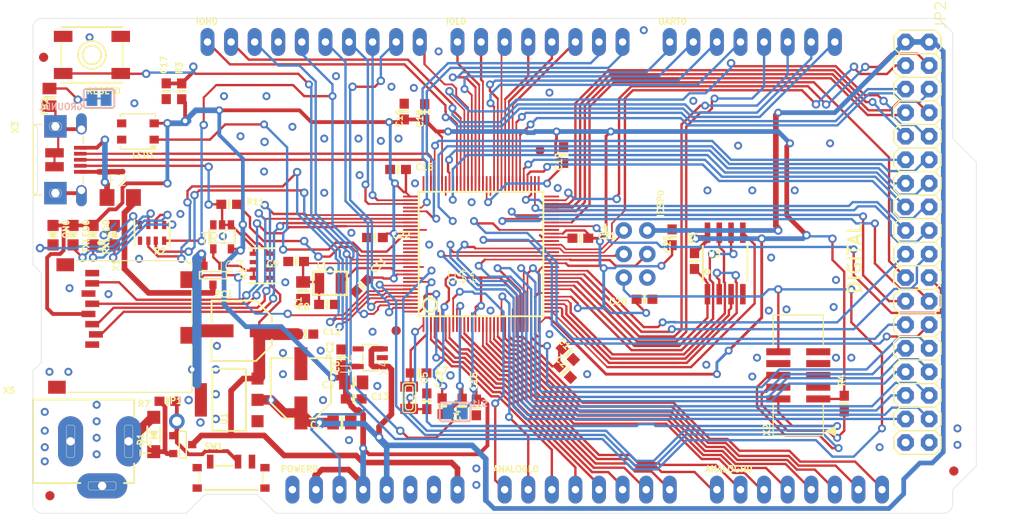
<source format=kicad_pcb>
(kicad_pcb (version 20211014) (generator pcbnew)
  (layers (0 "F.Cu" signal) (31 "B.Cu" signal) (34 "B.Paste" user) (35 "F.Paste" user) (36 "B.SilkS" user "B.Silkscreen") (37 "F.SilkS" user "F.Silkscreen") (38 "B.Mask" user) (39 "F.Mask" user) (44 "Edge.Cuts" user))
  (net 0 "")
  (net 1 "+5V")
  (net 2 "GND")
  (net 3 "AREF")
  (net 4 "VIN")
  (net 5 "SCK")
  (net 6 "PWRIN")
  (net 7 "D-")
  (net 8 "D+")
  (net 9 "MISO")
  (net 10 "MOSI")
  (net 11 "USBVCC")
  (net 12 "USHIELD")
  (net 13 "N$1")
  (net 14 "3.3V")
  (net 15 "PWR_SWITCH")
  (net 16 "VBUS")
  (net 17 "N$5")
  (net 18 "TXLED")
  (net 19 "N$7")
  (net 20 "N$3")
  (net 21 "N$2")
  (net 22 "N$15")
  (net 23 "D13")
  (net 24 "A5")
  (net 25 "A4")
  (net 26 "A3")
  (net 27 "A2")
  (net 28 "A1")
  (net 29 "D11")
  (net 30 "D12")
  (net 31 "A0")
  (net 32 "SCL")
  (net 33 "SDA")
  (net 34 "D8")
  (net 35 "D7")
  (net 36 "D6")
  (net 37 "D5")
  (net 38 "D4")
  (net 39 "D1")
  (net 40 "D0")
  (net 41 "D10")
  (net 42 "~{RESET}")
  (net 43 "NEOPIX")
  (net 44 "RXLED")
  (net 45 "D3")
  (net 46 "D2")
  (net 47 "N$10")
  (net 48 "N$11")
  (net 49 "FLASH_CS")
  (net 50 "FLASH_SCK")
  (net 51 "FLASH_IO0")
  (net 52 "FLASH_IO1")
  (net 53 "VDDCORE")
  (net 54 "N$9")
  (net 55 "N$12")
  (net 56 "SWCLK")
  (net 57 "SWDIO")
  (net 58 "USB_HOSTEN")
  (net 59 "FLASH_IO3")
  (net 60 "FLASH_IO2")
  (net 61 "SWO")
  (net 62 "A6")
  (net 63 "A7")
  (net 64 "A8")
  (net 65 "A9")
  (net 66 "A10")
  (net 67 "A11")
  (net 68 "A12")
  (net 69 "A13")
  (net 70 "A14")
  (net 71 "A15")
  (net 72 "N$4")
  (net 73 "SCL_1")
  (net 74 "SDA_1")
  (net 75 "PCC_DEN1")
  (net 76 "PCC_DEN2")
  (net 77 "PCC_CLK")
  (net 78 "PCC_XCLK")
  (net 79 "PCC_D7")
  (net 80 "PCC_D6")
  (net 81 "PCC_D5")
  (net 82 "PCC_D4")
  (net 83 "PCC_D3")
  (net 84 "PCC_D1")
  (net 85 "PCC_D2")
  (net 86 "PCC_D0")
  (net 87 "PCC_D9")
  (net 88 "PCC_D8")
  (net 89 "PCC_D11")
  (net 90 "PCC_D13")
  (net 91 "PCC_D12")
  (net 92 "D44")
  (net 93 "D45")
  (net 94 "D22")
  (net 95 "D23")
  (net 96 "PCC_D10")
  (net 97 "UART1_TX")
  (net 98 "UART1_RX")
  (net 99 "UART2_RX")
  (net 100 "UART2_TX")
  (net 101 "UART3_RX")
  (net 102 "UART3_TX")
  (net 103 "SS")
  (net 104 "D48")
  (net 105 "D49")
  (net 106 "D46")
  (net 107 "D47")
  (net 108 "SD_MISO")
  (net 109 "SD_MOSI")
  (net 110 "SD_SCK")
  (net 111 "SD_CS")
  (net 112 "SD_CD")
  (net 113 "D9")
  (footprint "boardEagle:LED3535" (layer "F.Cu") (at 109.0041 90.5256 180)
    (fp_text reference "LED1")
    (fp_text value "WS2812B3535")
  )
  (footprint "boardEagle:SQFP-S-14X14-128" (layer "F.Cu") (at 145.9611 103.7336)
    (fp_text reference "U$1")
    (fp_text value "SAMD51PXXA")
  )
  (footprint "boardEagle:0603-NO" (layer "F.Cu") (at 137.0203 94.615)
    (fp_text reference "C16")
    (fp_text value ".1u")
  )
  (footprint "boardEagle:SOT23-5" (layer "F.Cu") (at 118.0719 101.8794 180)
    (fp_text reference "IC3")
    (fp_text value "74LVC1G125D")
  )
  (footprint "boardEagle:0805-NO" (layer "F.Cu") (at 126.793578 107.695035 -90)
    (fp_text reference "C1")
    (fp_text value "10uF")
  )
  (footprint "boardEagle:0603-NO" (layer "F.Cu") (at 118.8339 98.3742)
    (fp_text reference "R11")
    (fp_text value "330R")
  )
  (footprint "boardEagle:1X08_OVALWAVE" (layer "F.Cu") (at 175.1711 80.8736)
    (fp_text reference "UART0")
    (fp_text value "20610")
  )
  (footprint "boardEagle:0603-NO" (layer "F.Cu") (at 143.9291 120.1674 -90)
    (fp_text reference "C4")
    (fp_text value ".1u")
  )
  (footprint "boardEagle:0603-NO" (layer "F.Cu") (at 134.5311 101.9556)
    (fp_text reference "C22")
    (fp_text value ".1u")
  )
  (footprint "" (layer "F.Cu") (at 112.9411 80.8736)
    (fp_text reference "@HOLE2" hide)
    (fp_text value "")
  )
  (footprint "boardEagle:1X08_OVALWAVE" (layer "F.Cu") (at 180.2511 129.1336)
    (fp_text reference "ANALOGH0")
    (fp_text value "20610")
  )
  (footprint "boardEagle:SPDT_SMT_SSSS811101" (layer "F.Cu") (at 119.0371 127.8636)
    (fp_text reference "SW1")
    (fp_text value "")
  )
  (footprint "boardEagle:0603-NO" (layer "F.Cu") (at 126.040603 104.536541 180)
    (fp_text reference "C9")
    (fp_text value "1uF")
  )
  (footprint "" (layer "F.Cu") (at 111.6711 129.1336)
    (fp_text reference "@HOLE3" hide)
    (fp_text value "")
  )
  (footprint "boardEagle:0603-NO" (layer "F.Cu") (at 141.7701 120.142 90)
    (fp_text reference "C23")
    (fp_text value ".1u")
  )
  (footprint "boardEagle:0603-NO" (layer "F.Cu") (at 127.0381 112.3696)
    (fp_text reference "C12")
    (fp_text value "0.1uF")
  )
  (footprint "boardEagle:FIDUCIAL_1MM" (layer "F.Cu") (at 152.3111 92.5576)
    (fp_text reference "FD5" hide)
    (fp_text value "FIDUCIAL_1MM" hide)
  )
  (footprint "boardEagle:0603-NO" (layer "F.Cu") (at 163.5633 108.6104 180)
    (fp_text reference "C20")
    (fp_text value ".1u")
  )
  (footprint "boardEagle:CHIPLED_0805_NOOUTLINE" (layer "F.Cu") (at 106.4641 101.7016)
    (fp_text reference "L0")
    (fp_text value "RED")
  )
  (footprint "boardEagle:R1206" (layer "F.Cu") (at 107.0991 97.6376)
    (fp_text reference "F2")
    (fp_text value "500mA")
  )
  (footprint "boardEagle:1X10_OVALWAVE" (layer "F.Cu") (at 127.9271 80.8736)
    (fp_text reference "IOH0")
    (fp_text value "20611")
  )
  (footprint "boardEagle:0603-NO" (layer "F.Cu") (at 145.454906 120.269 90)
    (fp_text reference "C15")
    (fp_text value ".1u")
  )
  (footprint "" (layer "F.Cu") (at 163.7411 124.0536)
    (fp_text reference "@HOLE1" hide)
    (fp_text value "")
  )
  (footprint "boardEagle:RESPACK_4X0603" (layer "F.Cu") (at 110.5281 101.4476 180)
    (fp_text reference "R2")
    (fp_text value "1K")
  )
  (footprint "boardEagle:0805-NO" (layer "F.Cu") (at 130.9751 121.8946 180)
    (fp_text reference "C2")
    (fp_text value "10uF")
  )
  (footprint "boardEagle:0603-NO" (layer "F.Cu") (at 168.9481 104.4956 90)
    (fp_text reference "R5")
    (fp_text value "10K")
  )
  (footprint "boardEagle:0603-NO" (layer "F.Cu") (at 113.718503 86.192194 90)
    (fp_text reference "R3")
    (fp_text value "10K")
  )
  (footprint "boardEagle:1X01_ROUND" (layer "F.Cu") (at 113.1951 121.7676)
    (fp_text reference "JP1")
    (fp_text value "")
  )
  (footprint "boardEagle:SOD-123" (layer "F.Cu") (at 110.7059 123.19 90)
    (fp_text reference "D1")
    (fp_text value "MBR120")
  )
  (footprint "boardEagle:GRANDCENTRAL_REVB_TOP" (layer "F.Cu") (at 97.7011 131.6736)
    (fp_text reference "U$30" hide)
    (fp_text value "" hide)
  )
  (footprint "boardEagle:SOIC8_208MIL" (layer "F.Cu") (at 172.2501 104.7496)
    (fp_text reference "U3")
    (fp_text value "GD25Q64")
  )
  (footprint "boardEagle:2X18_THICKWAVE" (layer "F.Cu") (at 192.9511 102.4636 -90)
    (fp_text reference "JP2")
    (fp_text value "")
  )
  (footprint "boardEagle:FIDUCIAL_1MM" (layer "F.Cu") (at 196.8801 127.1246)
    (fp_text reference "FD2" hide)
    (fp_text value "FIDUCIAL_1MM" hide)
  )
  (footprint "boardEagle:0603-NO" (layer "F.Cu") (at 185.0771 119.8626 90)
    (fp_text reference "R4")
    (fp_text value "1K")
  )
  (footprint "boardEagle:0805-NO" (layer "F.Cu") (at 99.4791 86.8426 -90)
    (fp_text reference "FB2")
    (fp_text value "FERRITE")
  )
  (footprint "" (layer "F.Cu") (at 163.7411 96.1136)
    (fp_text reference "@HOLE0" hide)
    (fp_text value "")
  )
  (footprint "boardEagle:0603-NO" (layer "F.Cu") (at 156.6545 102.0318)
    (fp_text reference "C21")
    (fp_text value ".1u")
  )
  (footprint "boardEagle:1X08_OVALWAVE" (layer "F.Cu") (at 157.3911 129.1336)
    (fp_text reference "ANALOGL0")
    (fp_text value "20610")
  )
  (footprint "boardEagle:FIDUCIAL_1MM" (layer "F.Cu") (at 99.5261 129.7876)
    (fp_text reference "FD3" hide)
    (fp_text value "FIDUCIAL_1MM" hide)
  )
  (footprint "boardEagle:SOT23-DBV" (layer "F.Cu") (at 134.0231 114.9096 90)
    (fp_text reference "U2")
    (fp_text value "AP2112K-3.3")
  )
  (footprint "boardEagle:CHIPLED_0805_NOOUTLINE" (layer "F.Cu") (at 104.1781 101.7016 180)
    (fp_text reference "RXLED0")
    (fp_text value "YELLOW")
  )
  (footprint "boardEagle:RESPACK_4X0603" (layer "F.Cu") (at 122.3391 105.0036 90)
    (fp_text reference "R1")
    (fp_text value "100K")
  )
  (footprint "boardEagle:0603-NO" (layer "F.Cu") (at 155.299268 114.501397 135)
    (fp_text reference "C14")
    (fp_text value ".1u")
  )
  (footprint "boardEagle:FIDUCIAL_1MM" (layer "F.Cu") (at 98.8441 82.5246)
    (fp_text reference "FD1" hide)
    (fp_text value "FIDUCIAL_1MM" hide)
  )
  (footprint "boardEagle:CHIPLED_0805_NOOUTLINE" (layer "F.Cu") (at 99.8601 101.7016 180)
    (fp_text reference "ON0")
    (fp_text value "GREEN")
  )
  (footprint "boardEagle:0603-NO" (layer "F.Cu") (at 139.8905 88.4174 -90)
    (fp_text reference "C18")
    (fp_text value ".1u")
  )
  (footprint "boardEagle:0805-NO" (layer "F.Cu") (at 132.2451 117.5766 180)
    (fp_text reference "C3")
    (fp_text value "10uF")
  )
  (footprint "boardEagle:XTAL3215" (layer "F.Cu") (at 138.2141 119.2276 -90)
    (fp_text reference "X4")
    (fp_text value "32.768")
  )
  (footprint "boardEagle:CHIPLED_0805_NOOUTLINE" (layer "F.Cu") (at 102.0191 101.7016 180)
    (fp_text reference "TXLED0")
    (fp_text value "YELLOW")
  )
  (footprint "boardEagle:1X08_OVALWAVE" (layer "F.Cu") (at 152.3111 80.8736)
    (fp_text reference "IOL0")
    (fp_text value "20610")
  )
  (footprint "boardEagle:EVQ-Q2_SMALLER" (layer "F.Cu") (at 104.0511 82.2706 180)
    (fp_text reference "RESET0")
    (fp_text value "EVQQ 6mm")
  )
  (footprint "boardEagle:1X08_OVALWAVE" (layer "F.Cu") (at 134.5311 129.1336)
    (fp_text reference "POWER0")
    (fp_text value "20610")
  )
  (footprint "boardEagle:0603-NO" (layer "F.Cu") (at 166.5351 101.9302 -90)
    (fp_text reference "C25")
    (fp_text value ".1u")
  )
  (footprint "" (layer "F.Cu") (at 194.2211 129.1336)
    (fp_text reference "@HOLE4" hide)
    (fp_text value "")
  )
  (footprint "boardEagle:SOT-23" (layer "F.Cu") (at 113.8301 124.3076 90)
    (fp_text reference "T2")
    (fp_text value "DMP3098L-7")
  )
  (footprint "boardEagle:FIDUCIAL_1MM" (layer "F.Cu") (at 136.8171 111.9886)
    (fp_text reference "FD4" hide)
    (fp_text value "FIDUCIAL_1MM" hide)
  )
  (footprint "boardEagle:0603-NO" (layer "F.Cu") (at 140.1191 119.6086 90)
    (fp_text reference "C5")
    (fp_text value "22pF")
  )
  (footprint "boardEagle:INDUCTOR_1007" (layer "F.Cu") (at 129.682668 106.886816)
    (fp_text reference "L1")
    (fp_text value "10uH")
  )
  (footprint "boardEagle:SOT-23" (layer "F.Cu") (at 117.0559 106.0196)
    (fp_text reference "TR1")
    (fp_text value "DMP3098L-7")
  )
  (footprint "boardEagle:SOT223-R" (layer "F.Cu") (at 118.8339 119.4562 90)
    (fp_text reference "U1")
    (fp_text value "NCP1117ST50T3G")
  )
  (footprint "boardEagle:0603-NO" (layer "F.Cu") (at 154.9781 116.4336 135)
    (fp_text reference "C24")
    (fp_text value ".1u")
  )
  (footprint "boardEagle:PANASONIC_D" (layer "F.Cu") (at 120.1801 112.014)
    (fp_text reference "PC1")
    (fp_text value "47uF/25V")
  )
  (footprint "boardEagle:2X03_ROUND_70MIL" (layer "F.Cu") (at 162.5981 103.7336 -90)
    (fp_text reference "ICSP0")
    (fp_text value "3x2 M")
  )
  (footprint "boardEagle:2X05_1.27MM_BOX_POSTS" (layer "F.Cu") (at 180.1241 116.8146 90)
    (fp_text reference "X2")
    (fp_text value "2x5 0.05\" SWD")
  )
  (footprint "boardEagle:0603-NO" (layer "F.Cu") (at 112.0521 86.1822 90)
    (fp_text reference "C17")
    (fp_text value "0.1uF")
  )
  (footprint "boardEagle:MICROSD" (layer "F.Cu") (at 114.7191 104.4956 -90)
    (fp_text reference "X1")
    (fp_text value "microsd")
  )
  (footprint "boardEagle:0603-NO" (layer "F.Cu") (at 129.367037 109.169072 180)
    (fp_text reference "C8")
    (fp_text value ".1u")
  )
  (footprint "boardEagle:0603-NO" (layer "F.Cu") (at 130.872534 114.8724 -90)
    (fp_text reference "C6")
    (fp_text value ".1u")
  )
  (footprint "" (layer "F.Cu") (at 187.8711 80.8736)
    (fp_text reference "@HOLE5" hide)
    (fp_text value "")
  )
  (footprint "boardEagle:PANASONIC_D" (layer "F.Cu") (at 126.5555 118.2116 -90)
    (fp_text reference "PC2")
    (fp_text value "47uF+/6.3V+")
  )
  (footprint "boardEagle:DCJACK_2MM_PTH" (layer "F.Cu") (at 94.3991 123.9266)
    (fp_text reference "X5")
    (fp_text value "2.1mm")
    (fp_line (start 12 5.2492) (end 9.5 5.2492) (layer "Edge.Cuts") (width 0.05))
    (fp_line (start 6.9008 1.5) (end 6.9008 -1.5) (layer "Edge.Cuts") (width 0.05))
    (fp_line (start 14.0492 -1.5) (end 14.0492 1.5) (layer "Edge.Cuts") (width 0.05))
    (fp_line (start 7.7992 -1.5) (end 7.7992 1.5) (layer "Edge.Cuts") (width 0.05))
    (fp_line (start 7.5492 1.75) (end 7.1508 1.75) (layer "Edge.Cuts") (width 0.05))
    (fp_line (start 9.4746 4.3508) (end 11.9746 4.3508) (layer "Edge.Cuts") (width 0.05))
    (fp_line (start 9.25 4.9992) (end 9.25 4.55) (layer "Edge.Cuts") (width 0.05))
    (fp_line (start 13.1508 1.5) (end 13.1508 -1.5) (layer "Edge.Cuts") (width 0.05))
    (fp_line (start 13.85 1.75) (end 13.35 1.75) (layer "Edge.Cuts") (width 0.05))
    (fp_line (start 7.1508 -1.75) (end 7.5492 -1.75) (layer "Edge.Cuts") (width 0.05))
    (fp_line (start 12.25 4.55) (end 12.25 4.9992) (layer "Edge.Cuts") (width 0.05))
    (fp_line (start 13.35 -1.75) (end 13.85 -1.75) (layer "Edge.Cuts") (width 0.05))
    (fp_arc (start 13.85 -1.75) (mid 14.001377 -1.666256) (end 14.0492 -1.5) (layer "Edge.Cuts") (width 0.05))
    (fp_arc (start 13.1508 -1.5) (mid 13.198623 -1.666256) (end 13.35 -1.75) (layer "Edge.Cuts") (width 0.05))
    (fp_arc (start 7.5492 -1.75) (mid 7.725977 -1.676777) (end 7.7992 -1.5) (layer "Edge.Cuts") (width 0.05))
    (fp_arc (start 7.7992 1.5) (mid 7.725977 1.676777) (end 7.5492 1.75) (layer "Edge.Cuts") (width 0.05))
    (fp_arc (start 6.9008 -1.5) (mid 6.974023 -1.676777) (end 7.1508 -1.75) (layer "Edge.Cuts") (width 0.05))
    (fp_arc (start 9.5 5.2492) (mid 9.323223 5.175977) (end 9.25 4.9992) (layer "Edge.Cuts") (width 0.05))
    (fp_arc (start 11.9746 4.3508) (mid 12.153556 4.393363) (end 12.25 4.55) (layer "Edge.Cuts") (width 0.05))
    (fp_arc (start 13.35 1.75) (mid 13.198623 1.666256) (end 13.1508 1.5) (layer "Edge.Cuts") (width 0.05))
    (fp_arc (start 7.1508 1.75) (mid 6.974023 1.676777) (end 6.9008 1.5) (layer "Edge.Cuts") (width 0.05))
    (fp_arc (start 14.0492 1.5) (mid 14.001377 1.666256) (end 13.85 1.75) (layer "Edge.Cuts") (width 0.05))
    (fp_arc (start 9.25 4.55) (mid 9.321044 4.403884) (end 9.4746 4.3508) (layer "Edge.Cuts") (width 0.05))
    (fp_arc (start 12.25 4.9992) (mid 12.176777 5.175977) (end 12 5.2492) (layer "Edge.Cuts") (width 0.05))
  )
  (footprint "boardEagle:0603-NO" (layer "F.Cu") (at 139.2301 116.5606)
    (fp_text reference "C7")
    (fp_text value "22pF")
  )
  (footprint "boardEagle:0603-NO" (layer "F.Cu") (at 137.683962 88.376822 -90)
    (fp_text reference "C10")
    (fp_text value ".1u")
  )
  (footprint "boardEagle:0603-NO" (layer "F.Cu") (at 133.083234 107.147191 45)
    (fp_text reference "C11")
    (fp_text value ".1u")
  )
  (footprint "boardEagle:4UCONN_20329_V2" (layer "F.Cu") (at 102.0191 93.5736 -90)
    (fp_text reference "X3")
    (fp_text value "20329")
    (fp_line (start -3.7 1.25) (end -3.5 1.25) (layer "Edge.Cuts") (width 0.05))
    (fp_line (start 3.15 2.2) (end 3.15 1.6) (layer "Edge.Cuts") (width 0.05))
    (fp_line (start -3.5 2.55) (end -3.7 2.55) (layer "Edge.Cuts") (width 0.05))
    (fp_line (start 4.05 1.6) (end 4.05 2.2) (layer "Edge.Cuts") (width 0.05))
    (fp_line (start -4.05 2.15) (end -4.05 1.6) (layer "Edge.Cuts") (width 0.05))
    (fp_line (start -3.15 1.6) (end -3.15 2.15) (layer "Edge.Cuts") (width 0.05))
    (fp_arc (start -4.05 1.6) (mid -3.947487 1.352513) (end -3.7 1.25) (layer "Edge.Cuts") (width 0.05))
    (fp_arc (start -3.7 2.55) (mid -3.957843 2.422487) (end -4.05 2.15) (layer "Edge.Cuts") (width 0.05))
    (fp_arc (start 3.6 2.55) (mid 3.302513 2.468198) (end 3.15 2.2) (layer "Edge.Cuts") (width 0.05))
    (fp_arc (start -3.15 2.15) (mid -3.242157 2.422487) (end -3.5 2.55) (layer "Edge.Cuts") (width 0.05))
    (fp_arc (start -3.5 1.25) (mid -3.252513 1.352513) (end -3.15 1.6) (layer "Edge.Cuts") (width 0.05))
    (fp_arc (start 3.6 1.25) (mid 3.897487 1.331802) (end 4.05 1.6) (layer "Edge.Cuts") (width 0.05))
    (fp_arc (start 4.05 2.2) (mid 3.897487 2.468198) (end 3.6 2.55) (layer "Edge.Cuts") (width 0.05))
    (fp_arc (start 3.15 1.6) (mid 3.302513 1.331802) (end 3.6 1.25) (layer "Edge.Cuts") (width 0.05))
  )
  (footprint "boardEagle:0603-NO" (layer "F.Cu") (at 154.8511 93.0656 -90)
    (fp_text reference "C19")
    (fp_text value ".1u")
  )
  (footprint "boardEagle:0603-NO" (layer "F.Cu") (at 112.1791 119.6086 180)
    (fp_text reference "R7")
    (fp_text value "10K")
  )
  (footprint "boardEagle:0603-NO" (layer "F.Cu") (at 132.2451 119.3546)
    (fp_text reference "C13")
    (fp_text value "0.1uF")
  )
  (footprint "boardEagle:GRANDCENTRAL_REVB-BOT" (layer "B.Cu") (at 199.3011 131.6736 180)
    (fp_text reference "U$23" hide)
    (fp_text value "" hide)
  )
  (footprint "boardEagle:SOLDERJUMPER_CLOSEDWIRE" (layer "B.Cu") (at 104.8131 86.9696)
    (fp_text reference "GROUND1")
    (fp_text value "")
  )
  (footprint "boardEagle:SOLDERJUMPER_CLOSEDWIRE" (layer "B.Cu") (at 143.1671 120.7516 180)
    (fp_text reference "SJ1")
    (fp_text value "AREF_3V")
  )
  (gr_line (start 97.7011 89.6366) (end 97.7011 79.3336) (layer "Edge.Cuts") (width 0.05))
  (gr_line (start 121.8311 129.6416) (end 116.2431 129.6416) (layer "Edge.Cuts") (width 0.05))
  (gr_arc (start 97.7011 79.3336) (mid 97.993993 78.626493) (end 98.7011 78.3336) (layer "Edge.Cuts") (width 0.05))
  (gr_line (start 199.3011 126.5936) (end 196.7611 129.1336) (layer "Edge.Cuts") (width 0.05))
  (gr_arc (start 196.7611 130.6736) (mid 196.468207 131.380707) (end 195.7611 131.6736) (layer "Edge.Cuts") (width 0.05))
  (gr_line (start 98.7011 78.3336) (end 195.2371 78.3336) (layer "Edge.Cuts") (width 0.05))
  (gr_line (start 196.7611 79.8576) (end 196.7611 91.2876) (layer "Edge.Cuts") (width 0.05))
  (gr_line (start 195.7611 131.6736) (end 123.8631 131.6736) (layer "Edge.Cuts") (width 0.05))
  (gr_line (start 98.5901 105.7656) (end 97.7011 104.8766) (layer "Edge.Cuts") (width 0.05))
  (gr_line (start 196.7611 91.2876) (end 199.3011 93.8276) (layer "Edge.Cuts") (width 0.05))
  (gr_line (start 98.2091 90.1446) (end 97.7011 89.6366) (layer "Edge.Cuts") (width 0.05))
  (gr_line (start 195.2371 78.3336) (end 196.7611 79.8576) (layer "Edge.Cuts") (width 0.05))
  (gr_line (start 98.5901 115.4176) (end 98.5901 105.7656) (layer "Edge.Cuts") (width 0.05))
  (gr_line (start 97.7011 104.8766) (end 97.7011 97.5106) (layer "Edge.Cuts") (width 0.05))
  (gr_arc (start 98.7011 131.6736) (mid 97.993993 131.380707) (end 97.7011 130.6736) (layer "Edge.Cuts") (width 0.05))
  (gr_line (start 196.7611 129.1336) (end 196.7611 130.6736) (layer "Edge.Cuts") (width 0.05))
  (gr_line (start 114.2111 131.6736) (end 98.7011 131.6736) (layer "Edge.Cuts") (width 0.05))
  (gr_line (start 98.2091 97.0026) (end 98.2091 90.1446) (layer "Edge.Cuts") (width 0.05))
  (gr_line (start 123.8631 131.6736) (end 121.8311 129.6416) (layer "Edge.Cuts") (width 0.05))
  (gr_line (start 97.7011 97.5106) (end 98.2091 97.0026) (layer "Edge.Cuts") (width 0.05))
  (gr_line (start 97.7011 116.3066) (end 98.5901 115.4176) (layer "Edge.Cuts") (width 0.05))
  (gr_line (start 116.2431 129.6416) (end 114.2111 131.6736) (layer "Edge.Cuts") (width 0.05))
  (gr_line (start 199.3011 93.8276) (end 199.3011 126.5936) (layer "Edge.Cuts") (width 0.05))
  (gr_line (start 97.7011 130.6736) (end 97.7011 116.3066) (layer "Edge.Cuts") (width 0.05))
  (gr_text "DIGITAL" (at 187.0511 108.2326 90) (layer "F.SilkS") (effects (font (size 1.42494 1.42494) (thickness 0.25146)) (justify left bottom)))
  (gr_text "1" (at 159.9917 100.4978) (layer "F.SilkS") (effects (font (size 1.0795 1.0795) (thickness 0.1905)) (justify right top)))
  (gr_text "1" (at 158.9475 101.7292) (layer "F.SilkS") (effects (font (size 0.8636 0.8636) (thickness 0.1524)) (justify left bottom)))
  (segment (start 127.5845 121.8946) (end 128.5621 121.8946) (width 1.016) (layer "F.Cu") (net 1))
  (segment (start 134.3381 115.8596) (end 135.3231 115.8596) (width 0.6096) (layer "F.Cu") (net 1))
  (segment (start 126.5555 120.8656) (end 127.5845 121.8946) (width 1.016) (layer "F.Cu") (net 1))
  (segment (start 123.3551 119.4816) (end 123.3297 119.4562) (width 1.016) (layer "F.Cu") (net 1))
  (segment (start 135.3231 113.9596) (end 134.3381 113.9596) (width 0.6096) (layer "F.Cu") (net 1))
  (segment (start 136.3091 121.0056) (end 136.3091 116.1796) (width 0.6096) (layer "F.Cu") (net 1))
  (segment (start 123.3551 119.4816) (end 124.7391 120.8656) (width 1.016) (layer "F.Cu") (net 1))
  (segment (start 128.5621 121.8946) (end 130.0251 121.8946) (width 1.016) (layer "F.Cu") (net 1))
  (segment (start 134.1501 115.6716) (end 134.3381 115.8596) (width 0.6096) (layer "F.Cu") (net 1))
  (segment (start 124.7391 120.8656) (end 126.5555 120.8656) (width 1.016) (layer "F.Cu") (net 1))
  (segment (start 134.9756 122.3391) (end 134.9756 123.4821) (width 0.6096) (layer "F.Cu") (net 1))
  (segment (start 136.3091 116.1796) (end 135.9891 115.8596) (width 0.6096) (layer "F.Cu") (net 1))
  (segment (start 116.1161 103.9876) (end 115.8621 103.7336) (width 0.4064) (layer "F.Cu") (net 1))
  (segment (start 116.1161 105.0036) (end 116.1161 103.9876) (width 0.4064) (layer "F.Cu") (net 1))
  (segment (start 123.3297 119.4562) (end 121.8839 119.4562) (width 1.016) (layer "F.Cu") (net 1))
  (segment (start 177.9651 88.4936) (end 177.7111 88.7476) (width 0.6096) (layer "F.Cu") (net 1))
  (segment (start 177.7111 88.7476) (end 177.7111 100.6856) (width 0.6096) (layer "F.Cu") (net 1))
  (segment (start 177.9651 100.9396) (end 177.9651 101.1936) (width 0.6096) (layer "F.Cu") (net 1))
  (segment (start 177.9651 100.9396) (end 177.7111 100.6856) (width 0.6096) (layer "F.Cu") (net 1))
  (segment (start 134.3381 113.9596) (end 134.1501 114.1476) (width 0.6096) (layer "F.Cu") (net 1))
  (segment (start 134.1501 114.1476) (end 134.1501 115.6716) (width 0.6096) (layer "F.Cu") (net 1))
  (segment (start 136.3091 121.0056) (end 134.9756 122.3391) (width 0.6096) (layer "F.Cu") (net 1))
  (segment (start 135.9891 115.8596) (end 135.3231 115.8596) (width 0.6096) (layer "F.Cu") (net 1))
  (via (at 117.3861 121.5136) (size 0.9064) (drill 0.5) (layers "F.Cu" "B.Cu") (net 1))
  (via (at 115.8621 103.7336) (size 0.9064) (drill 0.5) (layers "F.Cu" "B.Cu") (net 1))
  (via (at 128.5621 121.8946) (size 0.9064) (drill 0.5) (layers "F.Cu" "B.Cu") (net 1))
  (via (at 117.3861 116.1796) (size 0.9064) (drill 0.5) (layers "F.Cu" "B.Cu") (net 1))
  (via (at 114.8461 116.1796) (size 0.9064) (drill 0.5) (layers "F.Cu" "B.Cu") (net 1))
  (via (at 134.9756 123.4821) (size 0.9064) (drill 0.5) (layers "F.Cu" "B.Cu") (net 1))
  (via (at 115.7351 121.8946) (size 0.9064) (drill 0.5) (layers "F.Cu" "B.Cu") (net 1))
  (via (at 123.3551 119.4816) (size 0.9064) (drill 0.5) (layers "F.Cu" "B.Cu") (net 1))
  (via (at 177.9651 88.4936) (size 0.8564) (drill 0.45) (layers "F.Cu" "B.Cu") (net 1))
  (via (at 114.4651 119.4816) (size 0.9064) (drill 0.5) (layers "F.Cu" "B.Cu") (net 1))
  (via (at 177.9651 101.1936) (size 0.9064) (drill 0.5) (layers "F.Cu" "B.Cu") (net 1))
  (via (at 117.3861 118.8466) (size 0.9064) (drill 0.5) (layers "F.Cu" "B.Cu") (net 1))
  (segment (start 144.9959 124.3584) (end 135.5979 124.3584) (width 0.6096) (layer "B.Cu") (net 1))
  (segment (start 135.5979 124.3584) (end 134.9756 123.7361) (width 0.6096) (layer "B.Cu") (net 1))
  (segment (start 134.8486 123.4821) (end 133.3881 122.0216) (width 0.6096) (layer "B.Cu") (net 1))
  (segment (start 184.0611 88.4936) (end 177.9651 88.4936) (width 0.508) (layer "B.Cu") (net 1))
  (segment (start 195.7451 81.8896) (end 194.7291 80.8736) (width 0.508) (layer "B.Cu") (net 1))
  (segment (start 194.5511 126.2636) (end 193.220937 126.2636) (width 0.508) (layer "B.Cu") (net 1))
  (segment (start 177.9651 101.1936) (end 163.8681 101.1936) (width 0.508) (layer "B.Cu") (net 1))
  (segment (start 191.4781 128.006438) (end 191.4781 129.5906) (width 0.508) (layer "B.Cu") (net 1))
  (segment (start 194.2211 80.8736) (end 191.6811 80.8736) (width 0.6096) (layer "B.Cu") (net 1))
  (segment (start 147.349781 131.1656) (end 146.4691 130.284919) (width 0.508) (layer "B.Cu") (net 1))
  (segment (start 135.8011 129.1336) (end 135.8011 124.3076) (width 0.6096) (layer "B.Cu") (net 1))
  (segment (start 195.7451 125.0696) (end 194.5511 126.2636) (width 0.508) (layer "B.Cu") (net 1))
  (segment (start 191.4781 129.5906) (end 189.9031 131.1656) (width 0.508) (layer "B.Cu") (net 1))
  (segment (start 194.7291 80.8736) (end 194.2211 80.8736) (width 0.508) (layer "B.Cu") (net 1))
  (segment (start 191.6811 80.8736) (end 184.0611 88.4936) (width 0.508) (layer "B.Cu") (net 1))
  (segment (start 115.3541 117.7036) (end 115.3541 104.2416) (width 1.016) (layer "B.Cu") (net 1))
  (segment (start 128.6891 122.0216) (end 128.5621 121.8946) (width 1.016) (layer "B.Cu") (net 1))
  (segment (start 135.8011 124.3076) (end 134.9756 123.4821) (width 0.6096) (layer "B.Cu") (net 1))
  (segment (start 134.9756 123.4821) (end 134.9756 123.7361) (width 0.6096) (layer "B.Cu") (net 1))
  (segment (start 193.220937 126.2636) (end 191.4781 128.006438) (width 0.508) (layer "B.Cu") (net 1))
  (segment (start 115.3541 104.2416) (end 115.8621 103.7336) (width 1.016) (layer "B.Cu") (net 1))
  (segment (start 189.9031 131.1656) (end 147.349781 131.1656) (width 0.508) (layer "B.Cu") (net 1))
  (segment (start 195.7451 125.0696) (end 195.7451 81.8896) (width 0.508) (layer "B.Cu") (net 1))
  (segment (start 146.4691 125.8316) (end 144.9959 124.3584) (width 0.6096) (layer "B.Cu") (net 1))
  (segment (start 133.3881 122.0216) (end 128.6891 122.0216) (width 0.6096) (layer "B.Cu") (net 1))
  (segment (start 134.9756 123.4821) (end 134.8486 123.4821) (width 0.6096) (layer "B.Cu") (net 1))
  (segment (start 146.4691 125.8316) (end 146.4691 130.284919) (width 0.6096) (layer "B.Cu") (net 1))
  (segment (start 152.2313 105.4644) (end 152.2313 105.540182) (width 0.2032) (layer "F.Cu") (net 2))
  (segment (start 155.7063 101.9336) (end 155.8045 102.0318) (width 0.254) (layer "F.Cu") (net 2))
  (segment (start 153.5611 101.9336) (end 152.5431 101.9336) (width 0.1778) (layer "F.Cu") (net 2))
  (segment (start 152.2313 105.540182) (end 152.1751 105.596382) (width 0.2032) (layer "F.Cu") (net 2))
  (segment (start 152.5621 105.1336) (end 152.2313 105.4644) (width 0.2032) (layer "F.Cu") (net 2))
  (segment (start 104.7877 94.8736) (end 107.3231 94.8736) (width 0.6096) (layer "F.Cu") (net 2))
  (segment (start 141.3611 111.3336) (end 141.3611 110.0556) (width 0.1778) (layer "F.Cu") (net 2))
  (segment (start 152.5431 101.9336) (end 152.3111 101.7016) (width 0.254) (layer "F.Cu") (net 2))
  (segment (start 107.3231 94.8736) (end 107.3531 94.8436) (width 0.6096) (layer "F.Cu") (net 2))
  (segment (start 151.7611 108.3476) (end 151.7611 111.3336) (width 0.1778) (layer "F.Cu") (net 2))
  (segment (start 142.1511 96.1436) (end 142.1511 97.3836) (width 0.1778) (layer "F.Cu") (net 2))
  (segment (start 153.5611 101.9336) (end 155.7063 101.9336) (width 0.1778) (layer "F.Cu") (net 2))
  (segment (start 105.4141 101.7016) (end 105.3211 101.7016) (width 0.254) (layer "F.Cu") (net 2))
  (segment (start 153.5611 105.1336) (end 152.5621 105.1336) (width 0.1778) (layer "F.Cu") (net 2))
  (segment (start 138.3611 105.1336) (end 139.7351 105.1336) (width 0.1778) (layer "F.Cu") (net 2))
  (segment (start 102.7941 94.8736) (end 104.7877 94.8736) (width 0.4064) (layer "F.Cu") (net 2))
  (segment (start 106.4641 100.6516) (end 105.4141 101.7016) (width 0.254) (layer "F.Cu") (net 2))
  (segment (start 152.1751 105.596382) (end 152.1751 107.9336) (width 0.2032) (layer "F.Cu") (net 2))
  (segment (start 144.9611 111.3336) (end 144.9611 110.0996) (width 0.1778) (layer "F.Cu") (net 2))
  (segment (start 146.9611 96.1336) (end 146.9771 96.1336) (width 0.1778) (layer "F.Cu") (net 2))
  (segment (start 149.3611 111.3336) (end 149.3611 109.6736) (width 0.1778) (layer "F.Cu") (net 2))
  (segment (start 151.7611 112.3276) (end 152.0571 112.6236) (width 0.254) (layer "F.Cu") (net 2))
  (segment (start 152.1751 107.9336) (end 151.7611 108.3476) (width 0.254) (layer "F.Cu") (net 2))
  (segment (start 151.7611 111.3336) (end 151.7611 112.3276) (width 0.1778) (layer "F.Cu") (net 2))
  (segment (start 146.9771 96.1336) (end 146.9771 97.3836) (width 0.1778) (layer "F.Cu") (net 2))
  (segment (start 142.1611 96.1336) (end 142.1511 96.1436) (width 0.1778) (layer "F.Cu") (net 2))
  (segment (start 153.5611 107.9336) (end 152.1751 107.9336) (width 0.1778) (layer "F.Cu") (net 2))
  (segment (start 138.3611 101.1336) (end 140.0591 101.1336) (width 0.1778) (layer "F.Cu") (net 2))
  (via (at 129.0701 97.1296) (size 0.8564) (drill 0.45) (layers "F.Cu" "B.Cu") (net 2))
  (via (at 98.9711 124.5616) (size 0.8564) (drill 0.45) (layers "F.Cu" "B.Cu") (net 2))
  (via (at 184.1881 106.5276) (size 0.8564) (drill 0.45) (layers "F.Cu" "B.Cu") (net 2))
  (via (at 175.1711 116.9416) (size 0.8564) (drill 0.45) (layers "F.Cu" "B.Cu") (net 2))
  (via (at 129.7051 105.5116) (size 0.8564) (drill 0.45) (layers "F.Cu" "B.Cu") (net 2))
  (via (at 130.3401 84.5566) (size 0.8564) (drill 0.45) (layers "F.Cu" "B.Cu") (net 2))
  (via (at 124.6251 114.4016) (size 0.8564) (drill 0.45) (layers "F.Cu" "B.Cu") (net 2))
  (via (at 138.8491 96.1136) (size 0.8564) (drill 0.45) (layers "F.Cu" "B.Cu") (net 2))
  (via (at 137.0711 91.2876) (size 0.8564) (drill 0.45) (layers "F.Cu" "B.Cu") (net 2))
  (via (at 113.5761 99.4156) (size 0.8564) (drill 0.45) (layers "F.Cu" "B.Cu") (net 2))
  (via (at 118.1481 101.8286) (size 0.8564) (drill 0.45) (layers "F.Cu" "B.Cu") (net 2))
  (via (at 128.6891 114.1476) (size 0.8564) (drill 0.45) (layers "F.Cu" "B.Cu") (net 2))
  (via (at 98.9711 126.0856) (size 0.8564) (drill 0.45) (layers "F.Cu" "B.Cu") (net 2))
  (via (at 125.6411 90.0176) (size 0.8564) (drill 0.45) (layers "F.Cu" "B.Cu") (net 2))
  (via (at 98.9711 122.7836) (size 0.8564) (drill 0.45) (layers "F.Cu" "B.Cu") (net 2))
  (via (at 197.2691 122.5296) (size 0.8564) (drill 0.45) (layers "F.Cu" "B.Cu") (net 2))
  (via (at 142.6591 116.8146) (size 0.9064) (drill 0.5) (layers "F.Cu" "B.Cu") (net 2))
  (via (at 168.8211 87.2236) (size 0.8564) (drill 0.45) (layers "F.Cu" "B.Cu") (net 2))
  (via (at 99.4791 116.4336) (size 0.8564) (drill 0.45) (layers "F.Cu" "B.Cu") (net 2))
  (via (at 177.2031 104.1146) (size 0.8564) (drill 0.45) (layers "F.Cu" "B.Cu") (net 2))
  (via (at 132.8801 95.2246) (size 0.8564) (drill 0.45) (layers "F.Cu" "B.Cu") (net 2))
  (via (at 108.6231 87.4776) (size 0.8564) (drill 0.45) (layers "F.Cu" "B.Cu") (net 2))
  (via (at 124.8791 106.7816) (size 0.8564) (drill 0.45) (layers "F.Cu" "B.Cu") (net 2))
  (via (at 183.5531 91.7956) (size 0.8564) (drill 0.45) (layers "F.Cu" "B.Cu") (net 2))
  (via (at 170.2181 115.6716) (size 0.8564) (drill 0.45) (layers "F.Cu" "B.Cu") (net 2))
  (via (at 140.3731 102.7176) (size 0.8564) (drill 0.45) (layers "F.Cu" "B.Cu") (net 2))
  (via (at 105.3211 101.7016) (size 0.9064) (drill 0.5) (layers "F.Cu" "B.Cu") (net 2))
  (via (at 134.2771 112.1156) (size 0.8564) (drill 0.45) (layers "F.Cu" "B.Cu") (net 2))
  (via (at 141.3891 81.8896) (size 0.8564) (drill 0.45) (layers "F.Cu" "B.Cu") (net 2))
  (via (at 135.1661 91.5416) (size 0.8564) (drill 0.45) (layers "F.Cu" "B.Cu") (net 2))
  (via (at 98.9711 120.7516) (size 0.8564) (drill 0.45) (layers "F.Cu" "B.Cu") (net 2))
  (via (at 144.9451 98.1456) (size 0.8564) (drill 0.45) (layers "F.Cu" "B.Cu") (net 2))
  (via (at 122.5931 94.8436) (size 0.8564) (drill 0.45) (layers "F.Cu" "B.Cu") (net 2))
  (via (at 101.6381 107.4166) (size 0.8564) (drill 0.45) (layers "F.Cu" "B.Cu") (net 2))
  (via (at 170.3451 96.8756) (size 0.8564) (drill 0.45) (layers "F.Cu" "B.Cu") (net 2))
  (via (at 132.7531 91.2876) (size 0.8564) (drill 0.45) (layers "F.Cu" "B.Cu") (net 2))
  (via (at 176.9491 109.8296) (size 0.8564) (drill 0.45) (layers "F.Cu" "B.Cu") (net 2))
  (via (at 145.4531 126.8476) (size 0.8564) (drill 0.45) (layers "F.Cu" "B.Cu") (net 2))
  (via (at 154.2161 96.6216) (size 0.8564) (drill 0.45) (layers "F.Cu" "B.Cu") (net 2))
  (via (at 145.4531 128.6256) (size 0.8564) (drill 0.45) (layers "F.Cu" "B.Cu") (net 2))
  (via (at 104.5591 119.9896) (size 0.8564) (drill 0.45) (layers "F.Cu" "B.Cu") (net 2))
  (via (at 157.3911 116.6876) (size 0.8564) (drill 0.45) (layers "F.Cu" "B.Cu") (net 2))
  (via (at 153.3271 86.3346) (size 0.8564) (drill 0.45) (layers "F.Cu" "B.Cu") (net 2))
  (via (at 122.6439 91.6432) (size 0.9064) (drill 0.5) (layers "F.Cu" "B.Cu") (net 2))
  (via (at 153.3271 112.3696) (size 0.8564) (drill 0.45) (layers "F.Cu" "B.Cu") (net 2))
  (via (at 138.7221 85.8266) (size 0.8564) (drill 0.45) (layers "F.Cu" "B.Cu") (net 2))
  (via (at 124.6251 116.6876) (size 0.8564) (drill 0.45) (layers "F.Cu" "B.Cu") (net 2))
  (via (at 101.5111 116.4336) (size 0.8564) (drill 0.45) (layers "F.Cu" "B.Cu") (net 2))
  (via (at 146.9771 109.8296) (size 0.8564) (drill 0.45) (layers "F.Cu" "B.Cu") (net 2))
  (via (at 129.0701 91.2876) (size 0.8564) (drill 0.45) (layers "F.Cu" "B.Cu") (net 2))
  (via (at 122.8471 86.7156) (size 0.8564) (drill 0.45) (layers "F.Cu" "B.Cu") (net 2))
  (via (at 105.8291 108.0516) (size 0.8564) (drill 0.45) (layers "F.Cu" "B.Cu") (net 2))
  (via (at 184.1881 114.9096) (size 0.8564) (drill 0.45) (layers "F.Cu" "B.Cu") (net 2))
  (via (at 178.8541 109.7026) (size 0.8564) (drill 0.45) (layers "F.Cu" "B.Cu") (net 2))
  (via (at 188.8871 124.5616) (size 0.8564) (drill 0.45) (layers "F.Cu" "B.Cu") (net 2))
  (via (at 109.1311 104.2416) (size 0.8564) (drill 0.45) (layers "F.Cu" "B.Cu") (net 2))
  (via (at 104.5591 123.5456) (size 0.8564) (drill 0.45) (layers "F.Cu" "B.Cu") (net 2))
  (via (at 131.9911 101.4476) (size 0.8564) (drill 0.45) (layers "F.Cu" "B.Cu") (net 2))
  (via (at 185.8391 114.9096) (size 0.8564) (drill 0.45) (layers "F.Cu" "B.Cu") (net 2))
  (via (at 183.9341 109.4486) (size 0.8564) (drill 0.45) (layers "F.Cu" "B.Cu") (net 2))
  (via (at 175.6791 114.9096) (size 0.8564) (drill 0.45) (layers "F.Cu" "B.Cu") (net 2))
  (via (at 103.7971 80.3656) (size 0.8564) (drill 0.45) (layers "F.Cu" "B.Cu") (net 2))
  (via (at 175.1711 96.8756) (size 0.8564) (drill 0.45) (layers "F.Cu" "B.Cu") (net 2))
  (via (at 134.7851 117.9576) (size 0.8564) (drill 0.45) (layers "F.Cu" "B.Cu") (net 2))
  (via (at 117.5131 113.6396) (size 0.8564) (drill 0.45) (layers "F.Cu" "B.Cu") (net 2))
  (via (at 104.5591 125.3236) (size 0.8564) (drill 0.45) (layers "F.Cu" "B.Cu") (net 2))
  (via (at 131.7371 123.7996) (size 0.8564) (drill 0.45) (layers "F.Cu" "B.Cu") (net 2))
  (via (at 118.2751 86.7156) (size 0.8564) (drill 0.45) (layers "F.Cu" "B.Cu") (net 2))
  (via (at 163.4871 79.6036) (size 0.8564) (drill 0.45) (layers "F.Cu" "B.Cu") (net 2))
  (via (at 179.7431 96.8756) (size 0.8564) (drill 0.45) (layers "F.Cu" "B.Cu") (net 2))
  (via (at 120.0531 91.0336) (size 0.8564) (drill 0.45) (layers "F.Cu" "B.Cu") (net 2))
  (via (at 104.5591 121.7676) (size 0.8564) (drill 0.45) (layers "F.Cu" "B.Cu") (net 2))
  (via (at 173.6471 92.0496) (size 0.8564) (drill 0.45) (layers "F.Cu" "B.Cu") (net 2))
  (via (at 136.3091 85.6996) (size 0.8564) (drill 0.45) (layers "F.Cu" "B.Cu") (net 2))
  (via (at 142.9131 106.7816) (size 0.8564) (drill 0.45) (layers "F.Cu" "B.Cu") (net 2))
  (via (at 128.9431 119.4816) (size 0.8564) (drill 0.45) (layers "F.Cu" "B.Cu") (net 2))
  (via (at 197.2691 124.3076) (size 0.8564) (drill 0.45) (layers "F.Cu" "B.Cu") (net 2))
  (segment (start 105.3211 101.7016) (end 106.5911 100.4316) (width 0.254) (layer "B.Cu") (net 2))
  (segment (start 142.9131 121.7676) (end 141.1351 123.5456) (width 0.254) (layer "F.Cu") (net 3))
  (segment (start 143.9291 119.3174) (end 143.9291 118.2116) (width 0.254) (layer "F.Cu") (net 3))
  (segment (start 143.3611 109.68) (end 143.7195 109.3216) (width 0.254) (layer "F.Cu") (net 3))
  (segment (start 138.0871 123.5456) (end 137.3291 122.7876) (width 0.254) (layer "F.Cu") (net 3))
  (segment (start 141.1351 123.5456) (end 138.0871 123.5456) (width 0.254) (layer "F.Cu") (net 3))
  (segment (start 143.9291 118.2116) (end 143.6751 117.9576) (width 0.254) (layer "F.Cu") (net 3))
  (segment (start 142.9131 120.3334) (end 142.9131 121.7676) (width 0.254) (layer "F.Cu") (net 3))
  (segment (start 143.3611 111.3336) (end 143.3611 109.68) (width 0.1778) (layer "F.Cu") (net 3))
  (segment (start 143.9291 119.3174) (end 142.9131 120.3334) (width 0.254) (layer "F.Cu") (net 3))
  (segment (start 137.3291 122.7876) (end 137.258075 122.7876) (width 0.254) (layer "F.Cu") (net 3))
  (via (at 143.7195 109.3216) (size 0.8564) (drill 0.45) (layers "F.Cu" "B.Cu") (net 3))
  (via (at 137.258075 122.7876) (size 0.9064) (drill 0.5) (layers "F.Cu" "B.Cu") (net 3))
  (via (at 143.6751 117.9576) (size 0.8564) (drill 0.45) (layers "F.Cu" "B.Cu") (net 3))
  (segment (start 128.1521 85.141982) (end 127.722718 84.7126) (width 0.254) (layer "B.Cu") (net 3))
  (segment (start 127.722718 84.7126) (end 127.7021 84.7126) (width 0.254) (layer "B.Cu") (net 3))
  (segment (start 142.5448 120.6119) (end 142.5448 120.32055) (width 0.254) (layer "B.Cu") (net 3))
  (segment (start 143.51 119.6467) (end 143.6751 119.4816) (width 0.254) (layer "B.Cu") (net 3))
  (segment (start 143.6751 117.9576) (end 143.6751 109.366) (width 0.254) (layer "B.Cu") (net 3))
  (segment (start 131.9149 117.571425) (end 131.9149 104.338419) (width 0.254) (layer "B.Cu") (net 3))
  (segment (start 137.131075 122.7876) (end 131.9149 117.571425) (width 0.254) (layer "B.Cu") (net 3))
  (segment (start 132.2161 103.429982) (end 128.1521 99.365979) (width 0.254) (layer "B.Cu") (net 3))
  (segment (start 128.1521 99.365979) (end 128.1521 85.141982) (width 0.254) (layer "B.Cu") (net 3))
  (segment (start 142.5448 120.32055) (end 143.21865 119.6467) (width 0.254) (layer "B.Cu") (net 3))
  (segment (start 137.258075 122.7876) (end 137.131075 122.7876) (width 0.254) (layer "B.Cu") (net 3))
  (segment (start 127.7021 84.7126) (end 126.4031 83.4136) (width 0.254) (layer "B.Cu") (net 3))
  (segment (start 143.6751 119.4816) (end 143.6751 117.9576) (width 0.254) (layer "B.Cu") (net 3))
  (segment (start 131.9149 104.338419) (end 132.2161 104.037219) (width 0.254) (layer "B.Cu") (net 3))
  (segment (start 142.4051 120.7516) (end 142.5448 120.6119) (width 0.254) (layer "B.Cu") (net 3))
  (segment (start 126.4031 83.4136) (end 124.1171 83.4136) (width 0.254) (layer "B.Cu") (net 3))
  (segment (start 124.1171 83.4136) (end 121.5771 80.8736) (width 0.254) (layer "B.Cu") (net 3))
  (segment (start 143.6751 109.366) (end 143.7195 109.3216) (width 0.254) (layer "B.Cu") (net 3))
  (segment (start 132.2161 104.037219) (end 132.2161 103.429982) (width 0.254) (layer "B.Cu") (net 3))
  (segment (start 143.21865 119.6467) (end 143.51 119.6467) (width 0.254) (layer "B.Cu") (net 3))
  (segment (start 132.495175 125.4506) (end 124.7521 125.4506) (width 0.6096) (layer "F.Cu") (net 4))
  (segment (start 124.324068 108.830544) (end 122.0721 111.082513) (width 0.254) (layer "F.Cu") (net 4))
  (segment (start 143.4211 126.8476) (end 142.7861 126.2126) (width 0.6096) (layer "F.Cu") (net 4))
  (segment (start 124.324068 108.125088) (end 124.324068 108.830544) (width 0.254) (layer "F.Cu") (net 4))
  (segment (start 122.0721 111.082513) (end 122.0721 112.3696) (width 0.254) (layer "F.Cu") (net 4))
  (segment (start 122.0721 116.968) (end 122.0721 112.3696) (width 1.27) (layer "F.Cu") (net 4))
  (segment (start 122.8341 112.014) (end 122.4785 112.3696) (width 0.254) (layer "F.Cu") (net 4))
  (segment (start 143.4211 129.1336) (end 143.4211 126.8476) (width 0.6096) (layer "F.Cu") (net 4))
  (segment (start 126.1881 112.3696) (end 122.0721 112.3696) (width 1.27) (layer "F.Cu") (net 4))
  (segment (start 124.7521 125.4506) (end 122.5931 123.2916) (width 0.6096) (layer "F.Cu") (net 4))
  (segment (start 123.1891 106.3036) (end 123.1891 106.990119) (width 0.254) (layer "F.Cu") (net 4))
  (segment (start 119.0371 123.2916) (end 119.0371 118.4656) (width 0.6096) (layer "F.Cu") (net 4))
  (segment (start 122.5931 123.2916) (end 119.0371 123.2916) (width 0.6096) (layer "F.Cu") (net 4))
  (segment (start 123.1891 106.990119) (end 124.324068 108.125088) (width 0.254) (layer "F.Cu") (net 4))
  (segment (start 142.7861 126.2126) (end 133.257175 126.2126) (width 0.6096) (layer "F.Cu") (net 4))
  (segment (start 120.3465 117.1562) (end 121.8839 117.1562) (width 0.6096) (layer "F.Cu") (net 4))
  (segment (start 122.4785 112.3696) (end 122.0721 112.3696) (width 0.254) (layer "F.Cu") (net 4))
  (segment (start 115.8367 123.2916) (end 119.0371 123.2916) (width 0.6096) (layer "F.Cu") (net 4))
  (segment (start 133.257175 126.2126) (end 132.495175 125.4506) (width 0.6096) (layer "F.Cu") (net 4))
  (segment (start 120.3465 117.1562) (end 119.0371 118.4656) (width 0.6096) (layer "F.Cu") (net 4))
  (segment (start 121.8839 117.1562) (end 122.0721 116.968) (width 1.27) (layer "F.Cu") (net 4))
  (segment (start 114.8461 124.2822) (end 115.8367 123.2916) (width 0.6096) (layer "F.Cu") (net 4))
  (segment (start 141.8971 103.7336) (end 142.0971 103.9336) (width 0.254) (layer "F.Cu") (net 5))
  (segment (start 160.5851 103.7336) (end 160.3851 103.9336) (width 0.254) (layer "F.Cu") (net 5))
  (segment (start 160.3851 103.9336) (end 153.5611 103.9336) (width 0.1778) (layer "F.Cu") (net 5))
  (segment (start 141.6431 103.7336) (end 141.8971 103.7336) (width 0.254) (layer "F.Cu") (net 5))
  (segment (start 161.3281 103.7336) (end 160.5851 103.7336) (width 0.254) (layer "F.Cu") (net 5))
  (segment (start 142.0971 103.9336) (end 153.5611 103.9336) (width 0.1778) (layer "F.Cu") (net 5))
  (via (at 141.6431 103.7336) (size 0.8564) (drill 0.45) (layers "F.Cu" "B.Cu") (net 5))
  (segment (start 150.7871 121.5136) (end 149.4663 120.1928) (width 0.254) (layer "B.Cu") (net 5))
  (segment (start 149.4663 120.1928) (end 149.4663 108.452257) (width 0.254) (layer "B.Cu") (net 5))
  (segment (start 148.561243 107.5472) (end 145.4567 107.5472) (width 0.254) (layer "B.Cu") (net 5))
  (segment (start 145.4567 107.5472) (end 141.6431 103.7336) (width 0.254) (layer "B.Cu") (net 5))
  (segment (start 191.6811 121.5136) (end 150.7871 121.5136) (width 0.254) (layer "B.Cu") (net 5))
  (segment (start 149.4663 108.452257) (end 148.561243 107.5472) (width 0.254) (layer "B.Cu") (net 5))
  (segment (start 107.9991 123.9266) (end 110.5857 121.34) (width 1.016) (layer "F.Cu") (net 6))
  (segment (start 110.5857 121.34) (end 110.7059 121.34) (width 1.016) (layer "F.Cu") (net 6))
  (segment (start 102.7941 92.9236) (end 111.647303 92.9236) (width 0.2286) (layer "F.Cu") (net 7))
  (segment (start 140.5611 96.1336) (end 140.5611 93.2536) (width 0.1778) (layer "F.Cu") (net 7))
  (segment (start 140.2311 92.9236) (end 140.5611 93.2536) (width 0.254) (layer "F.Cu") (net 7))
  (segment (start 111.647303 92.9236) (end 140.2311 92.9236) (width 0.254) (layer "F.Cu") (net 7))
  (segment (start 102.7941 93.5736) (end 111.590193 93.5736) (width 0.2286) (layer "F.Cu") (net 8))
  (segment (start 139.8651 93.5736) (end 140.1611 93.8696) (width 0.254) (layer "F.Cu") (net 8))
  (segment (start 111.590193 93.5736) (end 139.8651 93.5736) (width 0.254) (layer "F.Cu") (net 8))
  (segment (start 140.1611 96.1336) (end 140.1611 93.8696) (width 0.1778) (layer "F.Cu") (net 8))
  (segment (start 144.1831 102.7176) (end 144.4371 102.9716) (width 0.254) (layer "F.Cu") (net 9))
  (segment (start 154.438268 103.1336) (end 154.882668 103.578) (width 0.1778) (layer "F.Cu") (net 9))
  (segment (start 145.1991 102.9716) (end 145.3611 103.1336) (width 0.254) (layer "F.Cu") (net 9))
  (segment (start 161.3281 101.417819) (end 159.167918 103.578) (width 0.1778) (layer "F.Cu") (net 9))
  (segment (start 144.4371 102.9716) (end 145.1991 102.9716) (width 0.254) (layer "F.Cu") (net 9))
  (segment (start 161.3281 101.417819) (end 161.3281 101.1936) (width 0.1778) (layer "F.Cu") (net 9))
  (segment (start 154.882668 103.578) (end 159.167918 103.578) (width 0.1778) (layer "F.Cu") (net 9))
  (segment (start 153.5611 103.1336) (end 154.438268 103.1336) (width 0.1778) (layer "F.Cu") (net 9))
  (segment (start 153.5611 103.1336) (end 145.3611 103.1336) (width 0.1778) (layer "F.Cu") (net 9))
  (via (at 144.1831 102.7176) (size 0.8564) (drill 0.45) (layers "F.Cu" "B.Cu") (net 9))
  (segment (start 150.3807 119.7356) (end 150.3807 108.073494) (width 0.254) (layer "B.Cu") (net 9))
  (segment (start 145.835475 106.6328) (end 143.432687 104.230013) (width 0.254) (layer "B.Cu") (net 9))
  (segment (start 148.940006 106.6328) (end 145.835475 106.6328) (width 0.254) (layer "B.Cu") (net 9))
  (segment (start 150.3807 108.073494) (end 148.940006 106.6328) (width 0.254) (layer "B.Cu") (net 9))
  (segment (start 188.5315 120.5992) (end 151.2443 120.5992) (width 0.254) (layer "B.Cu") (net 9))
  (segment (start 190.1571 118.9736) (end 188.5315 120.5992) (width 0.254) (layer "B.Cu") (net 9))
  (segment (start 151.2443 120.5992) (end 150.3807 119.7356) (width 0.254) (layer "B.Cu") (net 9))
  (segment (start 143.432687 103.468013) (end 144.1831 102.7176) (width 0.254) (layer "B.Cu") (net 9))
  (segment (start 191.6811 118.9736) (end 190.1571 118.9736) (width 0.254) (layer "B.Cu") (net 9))
  (segment (start 143.432687 104.230013) (end 143.432687 103.468013) (width 0.254) (layer "B.Cu") (net 9))
  (segment (start 160.4391 105.0036) (end 159.8263 104.3908) (width 0.254) (layer "F.Cu") (net 10))
  (segment (start 153.5611 104.3336) (end 146.3771 104.3336) (width 0.1778) (layer "F.Cu") (net 10))
  (segment (start 153.5611 104.3336) (end 155.5559 104.3336) (width 0.1778) (layer "F.Cu") (net 10))
  (segment (start 155.5559 104.3336) (end 155.6131 104.3908) (width 0.254) (layer "F.Cu") (net 10))
  (segment (start 159.8263 104.3908) (end 155.6131 104.3908) (width 0.254) (layer "F.Cu") (net 10))
  (segment (start 160.4391 105.0036) (end 162.5981 105.0036) (width 0.254) (layer "F.Cu") (net 10))
  (segment (start 162.5981 105.0036) (end 163.8681 103.7336) (width 0.254) (layer "F.Cu") (net 10))
  (segment (start 146.3771 104.3336) (end 145.7071 105.0036) (width 0.254) (layer "F.Cu") (net 10))
  (via (at 145.7071 105.0036) (size 0.8564) (drill 0.45) (layers "F.Cu" "B.Cu") (net 10))
  (segment (start 194.2211 118.9736) (end 194.114706 118.9736) (width 0.254) (layer "B.Cu") (net 10))
  (segment (start 192.768506 117.6274) (end 190.593693 117.6274) (width 0.254) (layer "B.Cu") (net 10))
  (segment (start 149.129387 106.1756) (end 146.8791 106.1756) (width 0.254) (layer "B.Cu") (net 10))
  (segment (start 146.8791 106.1756) (end 145.7071 105.0036) (width 0.254) (layer "B.Cu") (net 10))
  (segment (start 151.433681 120.142) (end 150.8379 119.546219) (width 0.254) (layer "B.Cu") (net 10))
  (segment (start 190.593693 117.6274) (end 188.079093 120.142) (width 0.254) (layer "B.Cu") (net 10))
  (segment (start 150.8379 119.546219) (end 150.8379 107.884113) (width 0.254) (layer "B.Cu") (net 10))
  (segment (start 188.079093 120.142) (end 151.433681 120.142) (width 0.254) (layer "B.Cu") (net 10))
  (segment (start 150.8379 107.884113) (end 149.129387 106.1756) (width 0.254) (layer "B.Cu") (net 10))
  (segment (start 194.114706 118.9736) (end 192.768506 117.6274) (width 0.254) (layer "B.Cu") (net 10))
  (segment (start 107.55665 99.278325) (end 108.5211 98.313875) (width 0.6096) (layer "F.Cu") (net 11))
  (segment (start 110.1471 107.9246) (end 117.0813 107.9246) (width 0.6096) (layer "F.Cu") (net 11))
  (segment (start 107.55665 105.33415) (end 107.55665 99.278325) (width 0.6096) (layer "F.Cu") (net 11))
  (segment (start 108.5211 98.313875) (end 108.5211 97.6376) (width 0.6096) (layer "F.Cu") (net 11))
  (segment (start 107.55665 105.33415) (end 110.1471 107.9246) (width 0.6096) (layer "F.Cu") (net 11))
  (segment (start 117.0813 107.9246) (end 117.0813 107.0356) (width 0.6096) (layer "F.Cu") (net 11))
  (segment (start 100.4191 90.2736) (end 100.4191 92.4236) (width 0.2286) (layer "F.Cu") (net 12))
  (segment (start 100.0191 92.8236) (end 100.0191 94.3236) (width 0.2286) (layer "F.Cu") (net 12))
  (segment (start 100.1191 87.7926) (end 100.1191 89.9736) (width 0.254) (layer "F.Cu") (net 12))
  (segment (start 100.4191 90.2736) (end 102.9191 90.2736) (width 0.4064) (layer "F.Cu") (net 12))
  (segment (start 100.1191 89.9736) (end 100.4191 90.2736) (width 0.4064) (layer "F.Cu") (net 12))
  (segment (start 102.6191 97.1736) (end 100.1191 97.1736) (width 0.4064) (layer "F.Cu") (net 12))
  (segment (start 99.4791 87.7926) (end 100.1191 87.7926) (width 0.254) (layer "F.Cu") (net 12))
  (segment (start 100.4191 92.4236) (end 100.0191 92.8236) (width 0.2286) (layer "F.Cu") (net 12))
  (segment (start 102.9191 96.8736) (end 102.6191 97.1736) (width 0.4064) (layer "F.Cu") (net 12))
  (segment (start 111.8281 100.5976) (end 112.6481 100.5976) (width 0.254) (layer "F.Cu") (net 13))
  (segment (start 106.3371 104.1146) (end 106.4641 103.9876) (width 0.254) (layer "F.Cu") (net 13))
  (segment (start 106.4641 103.9876) (end 106.4641 102.7516) (width 0.254) (layer "F.Cu") (net 13))
  (segment (start 112.6481 100.5976) (end 112.6871 100.5586) (width 0.254) (layer "F.Cu") (net 13))
  (via (at 106.3371 104.1146) (size 0.9064) (drill 0.5) (layers "F.Cu" "B.Cu") (net 13))
  (via (at 112.6871 100.5586) (size 0.9064) (drill 0.5) (layers "F.Cu" "B.Cu") (net 13))
  (segment (start 112.6871 100.5586) (end 109.8931 100.5586) (width 0.254) (layer "B.Cu") (net 13))
  (segment (start 109.8931 100.5586) (end 106.3371 104.1146) (width 0.254) (layer "B.Cu") (net 13))
  (segment (start 127.6731 89.5096) (end 136.0551 89.5096) (width 0.4064) (layer "F.Cu") (net 14))
  (segment (start 136.9031 105.9336) (end 136.5631 106.2736) (width 0.254) (layer "F.Cu") (net 14))
  (segment (start 146.5611 97.9836) (end 146.7231 98.1456) (width 0.254) (layer "F.Cu") (net 14))
  (segment (start 132.437218 120.5604) (end 132.787081 120.5604) (width 0.6096) (layer "F.Cu") (net 14))
  (segment (start 153.9955 91.530807) (end 154.0891 91.437207) (width 0.3048) (layer "F.Cu") (net 14))
  (segment (start 146.5611 96.1336) (end 146.5611 97.9836) (width 0.1778) (layer "F.Cu") (net 14))
  (segment (start 127.6731 89.5096) (end 126.4031 88.2396) (width 0.4064) (layer "F.Cu") (net 14))
  (segment (start 123.1891 103.7036) (end 122.0761 102.5906) (width 0.254) (layer "F.Cu") (net 14))
  (segment (start 135.353243 106.2772) (end 133.953225 106.2772) (width 0.254) (layer "F.Cu") (net 14))
  (segment (start 142.6627 106.0232) (end 143.227243 106.0232) (width 0.254) (layer "F.Cu") (net 14))
  (segment (start 128.1811 127.6096) (end 128.1811 129.1336) (width 0.8128) (layer "F.Cu") (net 14))
  (segment (start 105.9096 98.9201) (end 106.634912 98.9201) (width 0.4064) (layer "F.Cu") (net 14))
  (segment (start 154.8511 93.9156) (end 153.9955 93.06) (width 0.3048) (layer "F.Cu") (net 14))
  (segment (start 135.451243 106.3752) (end 135.353243 106.2772) (width 0.254) (layer "F.Cu") (net 14))
  (segment (start 170.3451 102.2486) (end 170.3451 101.9556) (width 0.4064) (layer "F.Cu") (net 14))
  (segment (start 138.3611 101.5336) (end 136.5631 101.5336) (width 0.1778) (layer "F.Cu") (net 14))
  (segment (start 99.2251 104.1146) (end 99.6071 103.7326) (width 0.4064) (layer "F.Cu") (net 14))
  (segment (start 146.6505 119.917) (end 146.6505 124.3802) (width 0.4064) (layer "F.Cu") (net 14))
  (segment (start 139.849921 89.226822) (end 139.9989 89.3758) (width 0.4064) (layer "F.Cu") (net 14))
  (segment (start 145.7071 125.3236) (end 133.8961 125.3236) (width 0.4064) (layer "F.Cu") (net 14))
  (segment (start 154.698225 113.900357) (end 154.377056 114.221525) (width 0.254) (layer "F.Cu") (net 14))
  (segment (start 169.1981 101.9556) (end 170.3451 101.9556) (width 0.508) (layer "F.Cu") (net 14))
  (segment (start 133.2611 121.034419) (end 133.2611 124.6886) (width 0.6096) (layer "F.Cu") (net 14))
  (segment (start 158.6611 102.0318) (end 158.8389 102.0318) (width 0.3048) (layer "F.Cu") (net 14))
  (segment (start 145.454906 118.547507) (end 145.15905 118.25165) (width 0.254) (layer "F.Cu") (net 14))
  (segment (start 136.5631 106.2736) (end 136.5631 106.3752) (width 0.254) (layer "F.Cu") (net 14))
  (segment (start 142.598956 106.0232) (end 142.6555 106.0232) (width 0.254) (layer "F.Cu") (net 14))
  (segment (start 142.6591 106.0196) (end 142.6627 106.0232) (width 0.254) (layer "F.Cu") (net 14))
  (segment (start 149.7611 112.6136) (end 149.8219 112.6744) (width 0.254) (layer "F.Cu") (net 14))
  (segment (start 153.0731 95.9476) (end 154.8511 94.1696) (width 0.254) (layer "F.Cu") (net 14))
  (segment (start 107.3401 96.578288) (end 107.804787 96.1136) (width 0.4064) (layer "F.Cu") (net 14))
  (segment (start 142.1547 106.467457) (end 142.598956 106.0232) (width 0.254) (layer "F.Cu") (net 14))
  (segment (start 154.0891 91.437207) (end 154.0891 90.5256) (width 0.3048) (layer "F.Cu") (net 14))
  (segment (start 142.3983 90.5188) (end 142.4051 90.5256) (width 0.4064) (layer "F.Cu") (net 14))
  (segment (start 139.8905 89.2674) (end 141.1419 90.5188) (width 0.4064) (layer "F.Cu") (net 14))
  (segment (start 157.5045 101.561) (end 157.5045 102.0318) (width 0.254) (layer "F.Cu") (net 14))
  (segment (start 149.7611 111.3336) (end 149.7611 112.6136) (width 0.1778) (layer "F.Cu") (net 14))
  (segment (start 99.2251 109.5756) (end 99.2251 104.1146) (width 0.4064) (layer "F.Cu") (net 14))
  (segment (start 131.9734 120.096582) (end 132.437218 120.5604) (width 0.6096) (layer "F.Cu") (net 14))
  (segment (start 153.5611 108.3336) (end 155.6411 108.3336) (width 0.1778) (layer "F.Cu") (net 14))
  (segment (start 100.617912 103.7326) (end 101.0031 103.347413) (width 0.4064) (layer "F.Cu") (net 14))
  (segment (start 150.468481 112.6744) (end 149.8219 112.6744) (width 0.254) (layer "F.Cu") (net 14))
  (segment (start 166.5351 103.8606) (end 166.5351 102.7802) (width 0.254) (layer "F.Cu") (net 14))
  (segment (start 142.492896 108.725804) (end 142.011353 109.207347) (width 0.254) (layer "F.Cu") (net 14))
  (segment (start 138.306543 97.5336) (end 137.8703 97.097357) (width 0.2032) (layer "F.Cu") (net 14))
  (segment (start 184.7351 119.3546) (end 185.0771 119.0126) (width 0.254) (layer "F.Cu") (net 14))
  (segment (start 156.3751 109.0676) (end 156.3751 109.5756) (width 0.254) (layer "F.Cu") (net 14))
  (segment (start 153.9955 93.06) (end 153.9955 91.530807) (width 0.3048) (layer "F.Cu") (net 14))
  (segment (start 185.0771 119.0126) (end 185.0771 105.6386) (width 0.254) (layer "F.Cu") (net 14))
  (segment (start 143.477643 106.2736) (end 145.9611 106.2736) (width 0.254) (layer "F.Cu") (net 14))
  (segment (start 178.8831 92.1476) (end 179.2351 91.7956) (width 0.508) (layer "F.Cu") (net 14))
  (segment (start 145.454906 119.419) (end 145.454906 118.547507) (width 0.254) (layer "F.Cu") (net 14))
  (segment (start 145.5231 109.3216) (end 145.9611 109.3216) (width 0.254) (layer "F.Cu") (net 14))
  (segment (start 176.1871 110.5916) (end 176.1871 102.0786) (width 0.3048) (layer "F.Cu") (net 14))
  (segment (start 99.8601 100.6516) (end 101.0031 100.6516) (width 0.4064) (layer "F.Cu") (net 14))
  (segment (start 120.3071 101.263938) (end 120.3071 100.5586) (width 0.254) (layer "F.Cu") (net 14))
  (segment (start 154.377056 115.83256) (end 153.62664 115.83256) (width 0.254) (layer "F.Cu") (net 14))
  (segment (start 155.1051 101.1936) (end 157.1371 101.1936) (width 0.254) (layer "F.Cu") (net 14))
  (segment (start 128.8161 126.9746) (end 131.706943 126.9746) (width 0.6096) (layer "F.Cu") (net 14))
  (segment (start 159.4231 91.0336) (end 159.9311 90.5256) (width 0.3048) (layer "F.Cu") (net 14))
  (segment (start 130.872534 117.0686) (end 129.9591 117.0686) (width 0.6096) (layer "F.Cu") (net 14))
  (segment (start 131.9734 119.9329) (end 131.9734 120.096582) (width 0.6096) (layer "F.Cu") (net 14))
  (segment (start 154.7651 101.5336) (end 155.1051 101.1936) (width 0.254) (layer "F.Cu") (net 14))
  (segment (start 168.9481 103.6456) (end 170.3451 102.2486) (width 0.4064) (layer "F.Cu") (net 14))
  (segment (start 152.9031 110.5916) (end 153.3271 110.5916) (width 0.254) (layer "F.Cu") (net 14))
  (segment (start 149.7611 111.3336) (end 149.7611 108.0416) (width 0.1778) (layer "F.Cu") (net 14))
  (segment (start 103.6791 110.1956) (end 99.8451 110.1956) (width 0.4064) (layer "F.Cu") (net 14))
  (segment (start 147.9931 106.2736) (end 145.9611 106.2736) (width 0.254) (layer "F.Cu") (net 14))
  (segment (start 157.5045 102.0318) (end 158.6611 102.0318) (width 0.3048) (layer "F.Cu") (net 14))
  (segment (start 158.8389 102.0318) (end 159.4231 101.4476) (width 0.3048) (layer "F.Cu") (net 14))
  (segment (start 107.3401 98.214913) (end 107.3401 96.578288) (width 0.4064) (layer "F.Cu") (net 14))
  (segment (start 141.7611 111.3336) (end 141.7611 109.686107) (width 0.1778) (layer "F.Cu") (net 14))
  (segment (start 158.6611 102.266144) (end 158.6611 102.0318) (width 0.3048) (layer "F.Cu") (net 14))
  (segment (start 122.0761 102.5906) (end 121.633762 102.5906) (width 0.254) (layer "F.Cu") (net 14))
  (segment (start 133.953225 106.2772) (end 133.684275 106.54615) (width 0.254) (layer "F.Cu") (net 14))
  (segment (start 159.4195 116.684) (end 171.3611 116.684) (width 0.3048) (layer "F.Cu") (net 14))
  (segment (start 153.62664 115.83256) (end 150.468481 112.6744) (width 0.254) (layer "F.Cu") (net 14))
  (segment (start 119.8799 103.1794) (end 119.0219 103.1794) (width 0.254) (layer "F.Cu") (net 14))
  (segment (start 181.0131 101.7016) (end 178.8831 99.5716) (width 0.508) (layer "F.Cu") (net 14))
  (segment (start 120.0531 103.3526) (end 119.8799 103.1794) (width 0.254) (layer "F.Cu") (net 14))
  (segment (start 146.6505 124.3802) (end 145.7071 125.3236) (width 0.4064) (layer "F.Cu") (net 14))
  (segment (start 145.3611 111.3336) (end 145.3611 109.4836) (width 0.1778) (layer "F.Cu") (net 14))
  (segment (start 183.8071 104.3686) (end 183.8071 102.0826) (width 0.254) (layer "F.Cu") (net 14))
  (segment (start 169.0751 102.0786) (end 169.1981 101.9556) (width 0.508) (layer "F.Cu") (net 14))
  (segment (start 185.0771 105.6386) (end 183.8071 104.3686) (width 0.254) (layer "F.Cu") (net 14))
  (segment (start 172.6311 114.1476) (end 176.1871 110.5916) (width 0.3048) (layer "F.Cu") (net 14))
  (segment (start 110.7541 89.6506) (end 110.7681 89.6366) (width 0.3048) (layer "F.Cu") (net 14))
  (segment (start 114.0841 87.407791) (end 114.0841 89.3826) (width 0.4064) (layer "F.Cu") (net 14))
  (segment (start 99.8451 110.1956) (end 99.2251 109.5756) (width 0.4064) (layer "F.Cu") (net 14))
  (segment (start 110.7681 89.6366) (end 112.1791 89.6366) (width 0.3048) (layer "F.Cu") (net 14))
  (segment (start 106.634912 98.9201) (end 107.3401 98.214913) (width 0.4064) (layer "F.Cu") (net 14))
  (segment (start 157.1371 101.1936) (end 157.5045 101.561) (width 0.254) (layer "F.Cu") (net 14))
  (segment (start 142.492896 107.433941) (end 142.492896 108.725804) (width 0.254) (layer "F.Cu") (net 14))
  (segment (start 162.7133 109.0558) (end 163.7411 110.0836) (width 0.254) (layer "F.Cu") (net 14))
  (segment (start 152.1611 111.3336) (end 152.9031 110.5916) (width 0.1778) (layer "F.Cu") (net 14))
  (segment (start 133.8961 125.3236) (end 133.2611 124.6886) (width 0.4064) (layer "F.Cu") (net 14))
  (segment (start 101.0031 103.347413) (end 101.0031 100.6516) (width 0.4064) (layer "F.Cu") (net 14))
  (segment (start 182.2741 119.3546) (end 184.7351 119.3546) (width 0.254) (layer "F.Cu") (net 14))
  (segment (start 149.7611 108.0416) (end 147.9931 106.2736) (width 0.254) (layer "F.Cu") (net 14))
  (segment (start 137.6441 97.0676) (end 136.6901 96.1136) (width 0.254) (layer "F.Cu") (net 14))
  (segment (start 146.1525 119.419) (end 146.6505 119.917) (width 0.4064) (layer "F.Cu") (net 14))
  (segment (start 136.5631 106.3752) (end 135.451243 106.3752) (width 0.254) (layer "F.Cu") (net 14))
  (segment (start 153.5611 101.5336) (end 154.7651 101.5336) (width 0.1778) (layer "F.Cu") (net 14))
  (segment (start 131.3951 119.3546) (end 131.9734 119.9329) (width 0.6096) (layer "F.Cu") (net 14))
  (segment (start 145.454906 119.419) (end 146.1525 119.419) (width 0.4064) (layer "F.Cu") (net 14))
  (segment (start 154.377056 114.221525) (end 154.377056 115.83256) (width 0.254) (layer "F.Cu") (net 14))
  (segment (start 130.872534 115.7224) (end 131.2951 116.144966) (width 0.6096) (layer "F.Cu") (net 14))
  (segment (start 141.7701 119.292) (end 141.7701 118.0846) (width 0.254) (layer "F.Cu") (net 14))
  (segment (start 137.8703 97.0676) (end 137.6441 97.0676) (width 0.254) (layer "F.Cu") (net 14))
  (segment (start 155.3591 105.0036) (end 158.9151 105.0036) (width 0.254) (layer "F.Cu") (net 14))
  (segment (start 107.804787 96.1136) (end 112.1791 96.1136) (width 0.4064) (layer "F.Cu") (net 14))
  (segment (start 153.3271 110.5916) (end 156.1211 113.3856) (width 0.254) (layer "F.Cu") (net 14))
  (segment (start 155.212981 113.3856) (end 156.1211 113.3856) (width 0.3048) (layer "F.Cu") (net 14))
  (segment (start 142.1547 107.095744) (end 142.1547 106.467457) (width 0.254) (layer "F.Cu") (net 14))
  (segment (start 145.3611 109.4836) (end 145.5231 109.3216) (width 0.254) (layer "F.Cu") (net 14))
  (segment (start 133.2611 128.528757) (end 131.706943 126.9746) (width 0.6096) (layer "F.Cu") (net 14))
  (segment (start 131.009734 115.8596) (end 130.872534 115.7224) (width 1.016) (layer "F.Cu") (net 14))
  (segment (start 170.3451 101.9556) (end 170.3451 101.4346) (width 0.4064) (layer "F.Cu") (net 14))
  (segment (start 139.9989 89.3758) (end 139.8905 89.2674) (width 0.254) (layer "F.Cu") (net 14))
  (segment (start 102.0191 100.6516) (end 104.1781 100.6516) (width 0.4064) (layer "F.Cu") (net 14))
  (segment (start 131.3951 117.6766) (end 131.3951 119.3546) (width 0.6096) (layer "F.Cu") (net 14))
  (segment (start 131.2951 116.144966) (end 131.2951 117.5766) (width 0.6096) (layer "F.Cu") (net 14))
  (segment (start 135.8031 101.5336) (end 135.3811 101.9556) (width 0.254) (layer "F.Cu") (net 14))
  (segment (start 152.1611 96.1336) (end 153.0731 96.1336) (width 0.1778) (layer "F.Cu") (net 14))
  (segment (start 142.6555 106.0232) (end 142.6591 106.0196) (width 0.254) (layer "F.Cu") (net 14))
  (segment (start 178.8831 99.5716) (end 178.8831 92.1476) (width 0.508) (layer "F.Cu") (net 14))
  (segment (start 153.0731 96.1336) (end 153.0731 95.9476) (width 0.254) (layer "F.Cu") (net 14))
  (segment (start 141.1419 90.5188) (end 139.9989 89.3758) (width 0.254) (layer "F.Cu") (net 14))
  (segment (start 142.1547 107.095744) (end 142.492896 107.433941) (width 0.254) (layer "F.Cu") (net 14))
  (segment (start 162.7133 108.6104) (end 162.7133 109.0558) (width 0.254) (layer "F.Cu") (net 14))
  (segment (start 142.011353 109.207347) (end 142.011353 109.435854) (width 0.254) (layer "F.Cu") (net 14))
  (segment (start 132.7231 115.8596) (end 131.009734 115.8596) (width 0.6096) (layer "F.Cu") (net 14))
  (segment (start 121.633762 102.5906) (end 120.3071 101.263938) (width 0.254) (layer "F.Cu") (net 14))
  (segment (start 137.8703 97.0676) (end 137.8703 94.615) (width 0.254) (layer "F.Cu") (net 14))
  (segment (start 153.5611 104.7336) (end 155.0891 104.7336) (width 0.1778) (layer "F.Cu") (net 14))
  (segment (start 165.3921 105.0036) (end 166.5351 103.8606) (width 0.254) (layer "F.Cu") (net 14))
  (segment (start 136.0551 89.5096) (end 137.401184 89.5096) (width 0.4064) (layer "F.Cu") (net 14))
  (segment (start 159.4231 101.4476) (end 159.4231 91.0336) (width 0.3048) (layer "F.Cu") (net 14))
  (segment (start 104.1781 100.6516) (end 105.9096 98.9201) (width 0.4064) (layer "F.Cu") (net 14))
  (segment (start 143.227243 106.0232) (end 143.477643 106.2736) (width 0.254) (layer "F.Cu") (net 14))
  (segment (start 145.9611 109.3216) (end 145.9611 106.2736) (width 0.254) (layer "F.Cu") (net 14))
  (segment (start 137.8703 97.097357) (end 137.8703 97.0676) (width 0.254) (layer "F.Cu") (net 14))
  (segment (start 101.0031 100.6516) (end 102.0191 100.6516) (width 0.4064) (layer "F.Cu") (net 14))
  (segment (start 133.2611 128.528757) (end 133.2611 129.1336) (width 0.6096) (layer "F.Cu") (net 14))
  (segment (start 137.683962 89.226822) (end 139.849921 89.226822) (width 0.4064) (layer "F.Cu") (net 14))
  (segment (start 141.7611 91.138) (end 141.1419 90.5188) (width 0.254) (layer "F.Cu") (net 14))
  (segment (start 141.7611 96.1336) (end 141.7611 91.138) (width 0.1778) (layer "F.Cu") (net 14))
  (segment (start 155.6411 108.3336) (end 156.3751 109.0676) (width 0.254) (layer "F.Cu") (net 14))
  (segment (start 137.401184 89.5096) (end 137.683962 89.226822) (width 0.4064) (layer "F.Cu") (net 14))
  (segment (start 154.8511 94.1696) (end 154.8511 93.9156) (width 0.254) (layer "F.Cu") (net 14))
  (segment (start 156.1211 113.3856) (end 159.4195 116.684) (width 0.3048) (layer "F.Cu") (net 14))
  (segment (start 113.718503 87.042194) (end 114.0841 87.407791) (width 0.4064) (layer "F.Cu") (net 14))
  (segment (start 131.2951 117.5766) (end 131.3951 117.6766) (width 0.6096) (layer "F.Cu") (net 14))
  (segment (start 128.8161 126.9746) (end 128.1811 127.6096) (width 0.6096) (layer "F.Cu") (net 14))
  (segment (start 126.4031 88.2396) (end 117.7671 88.2396) (width 0.4064) (layer "F.Cu") (net 14))
  (segment (start 158.759828 102.364872) (end 158.6611 102.266144) (width 0.3048) (layer "F.Cu") (net 14))
  (segment (start 132.787081 120.5604) (end 133.2611 121.034419) (width 0.6096) (layer "F.Cu") (net 14))
  (segment (start 138.3611 97.5336) (end 138.306543 97.5336) (width 0.2032) (layer "F.Cu") (net 14))
  (segment (start 141.7701 118.0846) (end 141.8971 117.9576) (width 0.254) (layer "F.Cu") (net 14))
  (segment (start 155.0891 104.7336) (end 155.3591 105.0036) (width 0.254) (layer "F.Cu") (net 14))
  (segment (start 158.9151 105.0036) (end 159.1691 105.2576) (width 0.254) (layer "F.Cu") (net 14))
  (segment (start 154.698225 113.900357) (end 155.212981 113.3856) (width 0.3048) (layer "F.Cu") (net 14))
  (segment (start 99.6071 103.7326) (end 100.617912 103.7326) (width 0.4064) (layer "F.Cu") (net 14))
  (segment (start 136.5631 101.5336) (end 135.8031 101.5336) (width 0.254) (layer "F.Cu") (net 14))
  (segment (start 141.1419 90.5188) (end 142.3983 90.5188) (width 0.4064) (layer "F.Cu") (net 14))
  (segment (start 138.3611 105.9336) (end 136.9031 105.9336) (width 0.1778) (layer "F.Cu") (net 14))
  (segment (start 130.872534 115.7224) (end 130.872534 117.0686) (width 0.6096) (layer "F.Cu") (net 14))
  (segment (start 141.7611 109.686107) (end 142.011353 109.435854) (width 0.254) (layer "F.Cu") (net 14))
  (via (at 165.3921 105.0036) (size 0.8564) (drill 0.45) (layers "F.Cu" "B.Cu") (net 14))
  (via (at 176.1871 102.0786) (size 0.9064) (drill 0.5) (layers "F.Cu" "B.Cu") (net 14))
  (via (at 142.4051 90.5256) (size 0.8564) (drill 0.45) (layers "F.Cu" "B.Cu") (net 14))
  (via (at 117.7671 88.2396) (size 0.8564) (drill 0.45) (layers "F.Cu" "B.Cu") (net 14))
  (via (at 136.6901 96.1136) (size 0.8564) (drill 0.45) (layers "F.Cu" "B.Cu") (net 14))
  (via (at 114.0841 89.3826) (size 0.9064) (drill 0.5) (layers "F.Cu" "B.Cu") (net 14))
  (via (at 136.5631 106.3752) (size 0.8564) (drill 0.45) (layers "F.Cu" "B.Cu") (net 14))
  (via (at 141.8971 117.9576) (size 0.8564) (drill 0.45) (layers "F.Cu" "B.Cu") (net 14))
  (via (at 153.0731 96.1336) (size 0.8564) (drill 0.45) (layers "F.Cu" "B.Cu") (net 14))
  (via (at 159.9311 90.5256) (size 0.8564) (drill 0.45) (layers "F.Cu" "B.Cu") (net 14))
  (via (at 145.15905 118.25165) (size 0.8564) (drill 0.45) (layers "F.Cu" "B.Cu") (net 14))
  (via (at 129.9591 117.0686) (size 0.9064) (drill 0.5) (layers "F.Cu" "B.Cu") (net 14))
  (via (at 146.7231 98.1456) (size 0.8564) (drill 0.45) (layers "F.Cu" "B.Cu") (net 14))
  (via (at 183.8071 102.0826) (size 0.9064) (drill 0.5) (layers "F.Cu" "B.Cu") (net 14))
  (via (at 159.1691 105.2576) (size 0.8564) (drill 0.45) (layers "F.Cu" "B.Cu") (net 14))
  (via (at 171.3611 116.684) (size 0.8564) (drill 0.45) (layers "F.Cu" "B.Cu") (net 14))
  (via (at 169.0751 102.0786) (size 0.9064) (drill 0.5) (layers "F.Cu" "B.Cu") (net 14))
  (via (at 120.0531 103.3526) (size 0.9064) (drill 0.5) (layers "F.Cu" "B.Cu") (net 14))
  (via (at 142.011353 109.435854) (size 0.8564) (drill 0.45) (layers "F.Cu" "B.Cu") (net 14))
  (via (at 112.1791 96.1136) (size 0.9064) (drill 0.5) (layers "F.Cu" "B.Cu") (net 14))
  (via (at 136.5631 101.5336) (size 0.8564) (drill 0.45) (layers "F.Cu" "B.Cu") (net 14))
  (via (at 181.0131 101.7016) (size 0.9064) (drill 0.5) (layers "F.Cu" "B.Cu") (net 14))
  (via (at 179.2351 91.7956) (size 0.8564) (drill 0.45) (layers "F.Cu" "B.Cu") (net 14))
  (via (at 145.9611 109.3216) (size 0.8564) (drill 0.45) (layers "F.Cu" "B.Cu") (net 14))
  (via (at 112.1791 89.6366) (size 0.9064) (drill 0.5) (layers "F.Cu" "B.Cu") (net 14))
  (via (at 163.7411 110.0836) (size 0.8564) (drill 0.45) (layers "F.Cu" "B.Cu") (net 14))
  (via (at 156.3751 109.5756) (size 0.8564) (drill 0.45) (layers "F.Cu" "B.Cu") (net 14))
  (via (at 158.759828 102.364872) (size 0.8564) (drill 0.45) (layers "F.Cu" "B.Cu") (net 14))
  (via (at 133.2611 124.6886) (size 0.8564) (drill 0.45) (layers "F.Cu" "B.Cu") (net 14))
  (via (at 136.0551 89.5096) (size 0.8564) (drill 0.45) (layers "F.Cu" "B.Cu") (net 14))
  (via (at 120.3071 100.5586) (size 0.9064) (drill 0.5) (layers "F.Cu" "B.Cu") (net 14))
  (via (at 154.0891 90.5256) (size 0.8564) (drill 0.45) (layers "F.Cu" "B.Cu") (net 14))
  (via (at 172.6311 114.1476) (size 0.8564) (drill 0.45) (layers "F.Cu" "B.Cu") (net 14))
  (segment (start 136.5631 106.3752) (end 136.5631 101.5336) (width 0.3048) (layer "B.Cu") (net 14))
  (segment (start 115.2271 88.2396) (end 114.0841 89.3826) (width 0.6096) (layer "B.Cu") (net 14))
  (segment (start 151.78525 90.5256) (end 154.0891 90.5256) (width 0.508) (layer "B.Cu") (net 14))
  (segment (start 136.5631 96.2406) (end 136.5631 101.5336) (width 0.3048) (layer "B.Cu") (net 14))
  (segment (start 183.8071 102.0826) (end 183.6801 102.0826) (width 0.254) (layer "B.Cu") (net 14))
  (segment (start 112.1791 89.6366) (end 112.4331 89.6366) (width 0.6096) (layer "B.Cu") (net 14))
  (segment (start 158.759828 104.848329) (end 158.759828 102.364872) (width 0.3048) (layer "B.Cu") (net 14))
  (segment (start 146.7231 98.1456) (end 148.7351 96.1336) (width 0.254) (layer "B.Cu") (net 14))
  (segment (start 145.15905 119.52165) (end 145.15905 118.25165) (width 0.254) (layer "B.Cu") (net 14))
  (segment (start 115.2271 88.2396) (end 117.7671 88.2396) (width 0.6096) (layer "B.Cu") (net 14))
  (segment (start 140.8811 116.9416) (end 140.8811 116.236144) (width 0.254) (layer "B.Cu") (net 14))
  (segment (start 143.9291 120.7516) (end 145.15905 119.52165) (width 0.254) (layer "B.Cu") (net 14))
  (segment (start 159.1691 105.2576) (end 160.365887 105.2576) (width 0.254) (layer "B.Cu") (net 14))
  (segment (start 136.6901 96.1136) (end 136.5631 96.2406) (width 0.3048) (layer "B.Cu") (net 14))
  (segment (start 136.1821 89.6366) (end 136.1821 95.6056) (width 0.3048) (layer "B.Cu") (net 14))
  (segment (start 148.7351 96.1336) (end 153.0731 96.1336) (width 0.254) (layer "B.Cu") (net 14))
  (segment (start 136.1821 89.6366) (end 136.0551 89.5096) (width 0.3048) (layer "B.Cu") (net 14))
  (segment (start 159.1691 109.5756) (end 156.3751 109.5756) (width 0.254) (layer "B.Cu") (net 14))
  (segment (start 120.3071 100.5586) (end 120.3071 93.4466) (width 0.4064) (layer "B.Cu") (net 14))
  (segment (start 124.4585 111.568) (end 120.6361 111.568) (width 0.508) (layer "B.Cu") (net 14))
  (segment (start 171.3611 116.684) (end 171.3611 115.4176) (width 0.3048) (layer "B.Cu") (net 14))
  (segment (start 112.1791 89.8906) (end 112.4331 89.6366) (width 0.4064) (layer "B.Cu") (net 14))
  (segment (start 159.1691 105.2576) (end 158.759828 104.848329) (width 0.3048) (layer "B.Cu") (net 14))
  (segment (start 141.8935 109.553707) (end 142.011353 109.435854) (width 0.254) (layer "B.Cu") (net 14))
  (segment (start 165.3413 105.0544) (end 160.569087 105.0544) (width 0.254) (layer "B.Cu") (net 14))
  (segment (start 142.4051 90.5256) (end 150.80495 90.5256) (width 0.508) (layer "B.Cu") (net 14))
  (segment (start 120.6361 111.568) (end 118.2791 109.211) (width 0.508) (layer "B.Cu") (net 14))
  (segment (start 117.7671 90.9066) (end 117.7671 88.2396) (width 0.4064) (layer "B.Cu") (net 14))
  (segment (start 177.9651 90.5256) (end 179.2351 91.7956) (width 0.508) (layer "B.Cu") (net 14))
  (segment (start 159.1691 105.2576) (end 159.1691 109.3216) (width 0.3048) (layer "B.Cu") (net 14))
  (segment (start 140.8811 116.236144) (end 141.8935 115.223744) (width 0.254) (layer "B.Cu") (net 14))
  (segment (start 112.1791 96.1136) (end 112.1791 89.8906) (width 0.4064) (layer "B.Cu") (net 14))
  (segment (start 145.15905 118.25165) (end 145.03205 118.12465) (width 0.254) (layer "B.Cu") (net 14))
  (segment (start 120.3071 93.4466) (end 117.7671 90.9066) (width 0.4064) (layer "B.Cu") (net 14))
  (segment (start 150.80495 90.5256) (end 150.92835 90.649) (width 0.508) (layer "B.Cu") (net 14))
  (segment (start 119.817518 103.3526) (end 118.2791 104.891019) (width 0.508) (layer "B.Cu") (net 14))
  (segment (start 183.4221 101.8246) (end 180.8901 101.8246) (width 0.254) (layer "B.Cu") (net 14))
  (segment (start 141.8971 117.9576) (end 140.8811 116.9416) (width 0.254) (layer "B.Cu") (net 14))
  (segment (start 171.3611 115.4176) (end 172.6311 114.1476) (width 0.3048) (layer "B.Cu") (net 14))
  (segment (start 165.3921 105.0036) (end 165.3413 105.0544) (width 0.254) (layer "B.Cu") (net 14))
  (segment (start 133.2611 129.1336) (end 133.2611 124.6886) (width 0.6096) (layer "B.Cu") (net 14))
  (segment (start 136.6901 96.1136) (end 136.1821 95.6056) (width 0.3048) (layer "B.Cu") (net 14))
  (segment (start 118.2791 104.891019) (end 118.2791 109.211) (width 0.508) (layer "B.Cu") (net 14))
  (segment (start 159.1691 109.3216) (end 159.1691 109.5756) (width 0.3048) (layer "B.Cu") (net 14))
  (segment (start 145.03205 110.25065) (end 145.9611 109.3216) (width 0.254) (layer "B.Cu") (net 14))
  (segment (start 114.4651 89.3826) (end 114.0841 89.3826) (width 0.3048) (layer "B.Cu") (net 14))
  (segment (start 150.92835 90.649) (end 151.66185 90.649) (width 0.508) (layer "B.Cu") (net 14))
  (segment (start 160.569087 105.0544) (end 160.365887 105.2576) (width 0.254) (layer "B.Cu") (net 14))
  (segment (start 114.4651 89.3826) (end 114.2111 89.6366) (width 0.6096) (layer "B.Cu") (net 14))
  (segment (start 183.6801 102.0826) (end 183.4221 101.8246) (width 0.254) (layer "B.Cu") (net 14))
  (segment (start 159.1691 109.3216) (end 159.9311 110.0836) (width 0.254) (layer "B.Cu") (net 14))
  (segment (start 154.0891 90.5256) (end 159.9311 90.5256) (width 0.508) (layer "B.Cu") (net 14))
  (segment (start 159.9311 110.0836) (end 163.7411 110.0836) (width 0.254) (layer "B.Cu") (net 14))
  (segment (start 145.03205 110.25065) (end 145.03205 118.12465) (width 0.254) (layer "B.Cu") (net 14))
  (segment (start 120.0531 103.3526) (end 120.3071 103.0986) (width 0.508) (layer "B.Cu") (net 14))
  (segment (start 176.1871 102.0786) (end 169.0751 102.0786) (width 0.508) (layer "B.Cu") (net 14))
  (segment (start 120.3071 103.0986) (end 120.3071 100.5586) (width 0.508) (layer "B.Cu") (net 14))
  (segment (start 180.6361 102.0786) (end 180.8901 101.8246) (width 0.508) (layer "B.Cu") (net 14))
  (segment (start 112.4331 89.6366) (end 114.2111 89.6366) (width 0.6096) (layer "B.Cu") (net 14))
  (segment (start 176.1871 102.0786) (end 180.6361 102.0786) (width 0.508) (layer "B.Cu") (net 14))
  (segment (start 159.9311 90.5256) (end 177.9651 90.5256) (width 0.508) (layer "B.Cu") (net 14))
  (segment (start 129.9591 117.0686) (end 124.4585 111.568) (width 0.508) (layer "B.Cu") (net 14))
  (segment (start 120.0531 103.3526) (end 119.817518 103.3526) (width 0.508) (layer "B.Cu") (net 14))
  (segment (start 151.66185 90.649) (end 151.78525 90.5256) (width 0.508) (layer "B.Cu") (net 14))
  (segment (start 141.8935 115.223744) (end 141.8935 109.553707) (width 0.254) (layer "B.Cu") (net 14))
  (segment (start 116.279287 124.9826) (end 115.938287 125.3236) (width 0.4064) (layer "F.Cu") (net 15))
  (segment (start 113.1951 121.7676) (end 113.1951 119.7746) (width 0.4064) (layer "F.Cu") (net 15))
  (segment (start 119.7871 126.1136) (end 118.6561 124.9826) (width 0.4064) (layer "F.Cu") (net 15))
  (segment (start 113.1951 119.7746) (end 113.0291 119.6086) (width 0.4064) (layer "F.Cu") (net 15))
  (segment (start 115.938287 125.3236) (end 114.4651 125.3236) (width 0.4064) (layer "F.Cu") (net 15))
  (segment (start 118.6561 124.9826) (end 116.279287 124.9826) (width 0.4064) (layer "F.Cu") (net 15))
  (segment (start 113.1951 122.936) (end 113.1951 121.7676) (width 0.508) (layer "F.Cu") (net 15))
  (segment (start 114.4651 125.3236) (end 113.1951 124.0536) (width 0.4064) (layer "F.Cu") (net 15))
  (segment (start 113.1951 124.0536) (end 113.1951 122.936) (width 0.4064) (layer "F.Cu") (net 15))
  (segment (start 112.8141 123.317) (end 113.1951 122.936) (width 0.508) (layer "F.Cu") (net 15))
  (segment (start 104.5891 92.2736) (end 105.4481 91.4146) (width 0.4064) (layer "F.Cu") (net 16))
  (segment (start 105.6771 96.2156) (end 105.6771 97.6376) (width 0.6096) (layer "F.Cu") (net 16))
  (segment (start 105.4481 95.9866) (end 105.6771 96.2156) (width 0.6096) (layer "F.Cu") (net 16))
  (segment (start 102.7941 92.2736) (end 104.5891 92.2736) (width 0.4064) (layer "F.Cu") (net 16))
  (via (at 105.4481 95.9866) (size 0.9064) (drill 0.5) (layers "F.Cu" "B.Cu") (net 16))
  (via (at 105.4481 91.4146) (size 0.9064) (drill 0.5) (layers "F.Cu" "B.Cu") (net 16))
  (segment (start 105.4481 91.4146) (end 105.4481 95.9866) (width 0.6096) (layer "B.Cu") (net 16))
  (segment (start 111.42205 99.5166) (end 112.1791 99.5166) (width 0.254) (layer "F.Cu") (net 17))
  (segment (start 110.9281 100.5976) (end 110.9281 100.01055) (width 0.254) (layer "F.Cu") (net 17))
  (segment (start 104.1781 104.1146) (end 104.1781 102.7516) (width 0.254) (layer "F.Cu") (net 17))
  (segment (start 111.42205 99.5166) (end 110.9281 100.01055) (width 0.254) (layer "F.Cu") (net 17))
  (via (at 104.1781 104.1146) (size 0.9064) (drill 0.5) (layers "F.Cu" "B.Cu") (net 17))
  (via (at 112.1791 99.5166) (size 0.9064) (drill 0.5) (layers "F.Cu" "B.Cu") (net 17))
  (segment (start 111.5689 100.1268) (end 109.714237 100.1268) (width 0.254) (layer "B.Cu") (net 17))
  (segment (start 106.484437 103.3566) (end 106.023125 103.3566) (width 0.254) (layer "B.Cu") (net 17))
  (segment (start 112.1791 99.5166) (end 111.5689 100.1268) (width 0.254) (layer "B.Cu") (net 17))
  (segment (start 106.023125 103.3566) (end 105.265125 104.1146) (width 0.254) (layer "B.Cu") (net 17))
  (segment (start 105.265125 104.1146) (end 104.1781 104.1146) (width 0.254) (layer "B.Cu") (net 17))
  (segment (start 109.714237 100.1268) (end 106.484437 103.3566) (width 0.254) (layer "B.Cu") (net 17))
  (segment (start 111.1631 103.9876) (end 110.1281 102.9526) (width 0.254) (layer "F.Cu") (net 18))
  (segment (start 126.1491 94.8974) (end 124.6027 96.4438) (width 0.254) (layer "F.Cu") (net 18))
  (segment (start 113.439806 103.9876) (end 111.1631 103.9876) (width 0.254) (layer "F.Cu") (net 18))
  (segment (start 133.854318 108.1242) (end 131.259918 110.7186) (width 0.2032) (layer "F.Cu") (net 18))
  (segment (start 113.689806 104.2376) (end 113.439806 103.9876) (width 0.254) (layer "F.Cu") (net 18))
  (segment (start 114.840925 96.4438) (end 114.3421 96.942625) (width 0.254) (layer "F.Cu") (net 18))
  (segment (start 114.3421 96.942625) (end 114.3421 98.158894) (width 0.254) (layer "F.Cu") (net 18))
  (segment (start 138.3611 107.9336) (end 135.680618 107.9336) (width 0.2032) (layer "F.Cu") (net 18))
  (segment (start 135.680618 107.9336) (end 135.490018 108.1242) (width 0.2032) (layer "F.Cu") (net 18))
  (segment (start 124.6027 96.4438) (end 114.840925 96.4438) (width 0.254) (layer "F.Cu") (net 18))
  (segment (start 130.3401 110.7186) (end 129.9885 111.0702) (width 0.2032) (layer "F.Cu") (net 18))
  (segment (start 110.1281 102.9526) (end 110.1281 102.2976) (width 0.254) (layer "F.Cu") (net 18))
  (segment (start 131.259918 110.7186) (end 130.3401 110.7186) (width 0.2032) (layer "F.Cu") (net 18))
  (segment (start 129.9885 111.0702) (end 129.7051 111.0702) (width 0.2032) (layer "F.Cu") (net 18))
  (segment (start 135.490018 108.1242) (end 133.854318 108.1242) (width 0.2032) (layer "F.Cu") (net 18))
  (via (at 126.1491 94.8974) (size 0.9064) (drill 0.5) (layers "F.Cu" "B.Cu") (net 18))
  (via (at 114.3421 98.158894) (size 0.9064) (drill 0.5) (layers "F.Cu" "B.Cu") (net 18))
  (via (at 129.7051 111.0702) (size 0.9064) (drill 0.5) (layers "F.Cu" "B.Cu") (net 18))
  (via (at 113.689806 104.2376) (size 0.9064) (drill 0.5) (layers "F.Cu" "B.Cu") (net 18))
  (segment (start 113.689806 103.055919) (end 113.689806 104.2376) (width 0.254) (layer "B.Cu") (net 18))
  (segment (start 130.6195 104.517282) (end 130.3183 104.216082) (width 0.254) (layer "B.Cu") (net 18))
  (segment (start 126.1571 94.9054) (end 126.1491 94.8974) (width 0.254) (layer "B.Cu") (net 18))
  (segment (start 130.3183 103.536125) (end 126.1571 99.374925) (width 0.254) (layer "B.Cu") (net 18))
  (segment (start 130.6195 110.1558) (end 130.6195 109.917907) (width 0.2032) (layer "B.Cu") (net 18))
  (segment (start 130.6195 109.917907) (end 130.6195 104.517282) (width 0.254) (layer "B.Cu") (net 18))
  (segment (start 114.3421 98.158894) (end 114.5921 98.408894) (width 0.254) (layer "B.Cu") (net 18))
  (segment (start 114.5921 98.408894) (end 114.5921 102.153625) (width 0.254) (layer "B.Cu") (net 18))
  (segment (start 126.1571 94.9054) (end 126.1571 99.374925) (width 0.254) (layer "B.Cu") (net 18))
  (segment (start 129.7051 111.0702) (end 130.6195 110.1558) (width 0.2032) (layer "B.Cu") (net 18))
  (segment (start 130.3183 104.216082) (end 130.3183 103.536125) (width 0.254) (layer "B.Cu") (net 18))
  (segment (start 114.5921 102.153625) (end 113.689806 103.055919) (width 0.254) (layer "B.Cu") (net 18))
  (segment (start 110.2713 99.6924) (end 110.1281 99.8356) (width 0.254) (layer "F.Cu") (net 19))
  (segment (start 110.1281 100.5976) (end 110.1281 99.8356) (width 0.254) (layer "F.Cu") (net 19))
  (segment (start 110.2713 99.468375) (end 110.2713 99.6924) (width 0.254) (layer "F.Cu") (net 19))
  (segment (start 103.0351 104.1146) (end 102.0191 103.0986) (width 0.254) (layer "F.Cu") (net 19))
  (segment (start 102.0191 103.0986) (end 102.0191 102.7516) (width 0.254) (layer "F.Cu") (net 19))
  (segment (start 110.370875 99.3688) (end 110.2713 99.468375) (width 0.254) (layer "F.Cu") (net 19))
  (via (at 103.0351 104.1146) (size 0.9064) (drill 0.5) (layers "F.Cu" "B.Cu") (net 19))
  (via (at 110.370875 99.3688) (size 0.9064) (drill 0.5) (layers "F.Cu" "B.Cu") (net 19))
  (segment (start 110.044675 99.695) (end 109.535375 99.695) (width 0.254) (layer "B.Cu") (net 19))
  (segment (start 106.305575 102.9248) (end 105.844262 102.9248) (width 0.254) (layer "B.Cu") (net 19))
  (segment (start 105.844262 102.9248) (end 105.289462 103.4796) (width 0.254) (layer "B.Cu") (net 19))
  (segment (start 104.492075 103.3566) (end 103.7931 103.3566) (width 0.254) (layer "B.Cu") (net 19))
  (segment (start 105.289462 103.4796) (end 104.615075 103.4796) (width 0.254) (layer "B.Cu") (net 19))
  (segment (start 110.370875 99.3688) (end 110.044675 99.695) (width 0.254) (layer "B.Cu") (net 19))
  (segment (start 103.7931 103.3566) (end 103.0351 104.1146) (width 0.254) (layer "B.Cu") (net 19))
  (segment (start 104.615075 103.4796) (end 104.492075 103.3566) (width 0.254) (layer "B.Cu") (net 19))
  (segment (start 109.535375 99.695) (end 106.305575 102.9248) (width 0.254) (layer "B.Cu") (net 19))
  (segment (start 108.49245 99.86195) (end 108.49245 99.66595) (width 0.254) (layer "F.Cu") (net 20))
  (segment (start 99.5131 103.0986) (end 99.8601 102.7516) (width 0.254) (layer "F.Cu") (net 20))
  (segment (start 98.4631 103.0986) (end 99.5131 103.0986) (width 0.254) (layer "F.Cu") (net 20))
  (segment (start 109.2281 100.5976) (end 108.49245 99.86195) (width 0.254) (layer "F.Cu") (net 20))
  (via (at 98.4631 103.0986) (size 0.9064) (drill 0.5) (layers "F.Cu" "B.Cu") (net 20))
  (via (at 108.49245 99.66595) (size 0.9064) (drill 0.5) (layers "F.Cu" "B.Cu") (net 20))
  (segment (start 108.49245 99.66595) (end 105.2336 102.9248) (width 0.254) (layer "B.Cu") (net 20))
  (segment (start 105.2336 102.9248) (end 102.598237 102.9248) (width 0.254) (layer "B.Cu") (net 20))
  (segment (start 102.424437 103.0986) (end 98.4631 103.0986) (width 0.254) (layer "B.Cu") (net 20))
  (segment (start 102.598237 102.9248) (end 102.424437 103.0986) (width 0.254) (layer "B.Cu") (net 20))
  (segment (start 99.4791 85.8926) (end 101.3231 85.8926) (width 0.254) (layer "F.Cu") (net 21))
  (segment (start 101.3231 85.8926) (end 102.5271 87.0966) (width 0.254) (layer "F.Cu") (net 21))
  (via (at 102.5271 87.0966) (size 0.9064) (drill 0.5) (layers "F.Cu" "B.Cu") (net 21))
  (segment (start 102.5271 87.0966) (end 103.9241 87.0966) (width 0.254) (layer "B.Cu") (net 21))
  (segment (start 103.9241 87.0966) (end 104.0511 86.9696) (width 0.254) (layer "B.Cu") (net 21))
  (segment (start 112.1325 125.2474) (end 112.8141 125.2474) (width 0.508) (layer "F.Cu") (net 22))
  (segment (start 111.9251 125.04) (end 112.1325 125.2474) (width 0.508) (layer "F.Cu") (net 22))
  (segment (start 111.9251 120.2046) (end 111.9251 125.04) (width 0.508) (layer "F.Cu") (net 22))
  (segment (start 111.9251 120.2046) (end 111.3291 119.6086) (width 0.4064) (layer "F.Cu") (net 22))
  (segment (start 110.7059 125.04) (end 111.9251 125.04) (width 0.508) (layer "F.Cu") (net 22))
  (segment (start 134.396862 110.192594) (end 133.3608 110.192594) (width 0.2032) (layer "F.Cu") (net 23))
  (segment (start 125.7173 85.5218) (end 126.9111 86.7156) (width 0.254) (layer "F.Cu") (net 23))
  (segment (start 138.3611 109.1336) (end 136.097075 109.1336) (width 0.2032) (layer "F.Cu") (net 23))
  (segment (start 115.8231 102.2976) (end 115.8621 102.3366) (width 0.254) (layer "F.Cu") (net 23))
  (segment (start 111.8281 102.2976) (end 115.8231 102.2976) (width 0.254) (layer "F.Cu") (net 23))
  (segment (start 136.097075 109.1336) (end 135.963475 109.2672) (width 0.2032) (layer "F.Cu") (net 23))
  (segment (start 117.4369 85.5218) (end 125.7173 85.5218) (width 0.254) (layer "F.Cu") (net 23))
  (segment (start 126.9111 86.7156) (end 129.9591 86.7156) (width 0.254) (layer "F.Cu") (net 23))
  (segment (start 135.963475 109.2672) (end 135.0935 109.2672) (width 0.2032) (layer "F.Cu") (net 23))
  (segment (start 116.0907 89.8144) (end 116.0907 86.868) (width 0.2286) (layer "F.Cu") (net 23))
  (segment (start 117.4369 85.5218) (end 116.0907 86.868) (width 0.2286) (layer "F.Cu") (net 23))
  (segment (start 134.860056 109.7294) (end 134.396862 110.192594) (width 0.2032) (layer "F.Cu") (net 23))
  (segment (start 134.860056 109.500644) (end 134.860056 109.7294) (width 0.2032) (layer "F.Cu") (net 23))
  (segment (start 135.0935 109.2672) (end 134.860056 109.500644) (width 0.2032) (layer "F.Cu") (net 23))
  (via (at 116.0907 89.8144) (size 0.9064) (drill 0.5) (layers "F.Cu" "B.Cu") (net 23))
  (via (at 133.3608 110.192594) (size 0.9064) (drill 0.5) (layers "F.Cu" "B.Cu") (net 23))
  (via (at 129.9591 86.7156) (size 0.8564) (drill 0.45) (layers "F.Cu" "B.Cu") (net 23))
  (via (at 115.8621 102.3366) (size 0.9064) (drill 0.5) (layers "F.Cu" "B.Cu") (net 23))
  (segment (start 129.9591 85.4456) (end 126.6571 82.1436) (width 0.254) (layer "B.Cu") (net 23))
  (segment (start 126.6571 82.1436) (end 126.6571 80.8736) (width 0.254) (layer "B.Cu") (net 23))
  (segment (start 133.3608 110.192594) (end 132.989093 110.192594) (width 0.2032) (layer "B.Cu") (net 23))
  (segment (start 129.9591 86.7156) (end 129.9591 85.4456) (width 0.254) (layer "B.Cu") (net 23))
  (segment (start 132.6261 104.237882) (end 132.6261 109.8296) (width 0.254) (layer "B.Cu") (net 23))
  (segment (start 132.6479 103.251119) (end 129.9591 100.562319) (width 0.254) (layer "B.Cu") (net 23))
  (segment (start 132.6479 104.216082) (end 132.6479 103.251119) (width 0.254) (layer "B.Cu") (net 23))
  (segment (start 132.989093 110.192594) (end 132.6261 109.8296) (width 0.2032) (layer "B.Cu") (net 23))
  (segment (start 132.6261 104.237882) (end 132.6479 104.216082) (width 0.254) (layer "B.Cu") (net 23))
  (segment (start 115.8621 90.043) (end 116.0907 89.8144) (width 0.254) (layer "B.Cu") (net 23))
  (segment (start 115.8621 102.3366) (end 115.8621 90.043) (width 0.254) (layer "B.Cu") (net 23))
  (segment (start 129.9591 100.562319) (end 129.9591 86.7156) (width 0.254) (layer "B.Cu") (net 23))
  (segment (start 147.623287 117.7036) (end 144.386106 114.466419) (width 0.254) (layer "F.Cu") (net 24))
  (segment (start 159.661737 127.243963) (end 157.92565 127.243963) (width 0.254) (layer "F.Cu") (net 24))
  (segment (start 161.2011 128.783325) (end 159.661737 127.243963) (width 0.254) (layer "F.Cu") (net 24))
  (segment (start 157.92565 127.243963) (end 148.385287 117.7036) (width 0.254) (layer "F.Cu") (net 24))
  (segment (start 161.2011 129.1336) (end 161.2011 128.783325) (width 0.254) (layer "F.Cu") (net 24))
  (segment (start 148.385287 117.7036) (end 147.623287 117.7036) (width 0.254) (layer "F.Cu") (net 24))
  (segment (start 142.1611 111.3336) (end 142.1611 113.026182) (width 0.1778) (layer "F.Cu") (net 24))
  (segment (start 143.601337 114.466419) (end 144.386106 114.466419) (width 0.254) (layer "F.Cu") (net 24))
  (segment (start 142.1611 113.026182) (end 143.601337 114.466419) (width 0.254) (layer "F.Cu") (net 24))
  (segment (start 158.6611 128.625994) (end 148.195906 118.1608) (width 0.254) (layer "F.Cu") (net 25))
  (segment (start 143.181118 114.923619) (end 140.9611 112.7036) (width 0.254) (layer "F.Cu") (net 25))
  (segment (start 158.6611 129.1336) (end 158.6611 128.625994) (width 0.254) (layer "F.Cu") (net 25))
  (segment (start 140.9611 111.3336) (end 140.9611 112.7036) (width 0.1778) (layer "F.Cu") (net 25))
  (segment (start 147.433906 118.1608) (end 144.196725 114.923619) (width 0.254) (layer "F.Cu") (net 25))
  (segment (start 148.195906 118.1608) (end 147.433906 118.1608) (width 0.254) (layer "F.Cu") (net 25))
  (segment (start 144.196725 114.923619) (end 143.181118 114.923619) (width 0.254) (layer "F.Cu") (net 25))
  (segment (start 156.1211 126.732575) (end 148.006525 118.618) (width 0.254) (layer "F.Cu") (net 26))
  (segment (start 140.5611 111.3336) (end 140.5611 112.950182) (width 0.1778) (layer "F.Cu") (net 26))
  (segment (start 144.007343 115.380819) (end 142.991737 115.380819) (width 0.254) (layer "F.Cu") (net 26))
  (segment (start 147.244525 118.618) (end 144.007343 115.380819) (width 0.254) (layer "F.Cu") (net 26))
  (segment (start 148.006525 118.618) (end 147.244525 118.618) (width 0.254) (layer "F.Cu") (net 26))
  (segment (start 156.1211 129.1336) (end 156.1211 126.732575) (width 0.254) (layer "F.Cu") (net 26))
  (segment (start 142.991737 115.380819) (end 140.5611 112.950182) (width 0.254) (layer "F.Cu") (net 26))
  (segment (start 142.802356 115.838019) (end 141.873937 114.9096) (width 0.254) (layer "F.Cu") (net 27))
  (segment (start 147.817143 119.0752) (end 147.055143 119.0752) (width 0.254) (layer "F.Cu") (net 27))
  (segment (start 143.817962 115.838019) (end 142.802356 115.838019) (width 0.254) (layer "F.Cu") (net 27))
  (segment (start 139.8651 108.3056) (end 140.1191 108.0516) (width 0.254) (layer "F.Cu") (net 27))
  (segment (start 153.5811 124.839157) (end 147.817143 119.0752) (width 0.254) (layer "F.Cu") (net 27))
  (segment (start 141.873937 114.9096) (end 141.1351 114.9096) (width 0.254) (layer "F.Cu") (net 27))
  (segment (start 147.055143 119.0752) (end 143.817962 115.838019) (width 0.254) (layer "F.Cu") (net 27))
  (segment (start 139.8651 109.4486) (end 139.3801 109.9336) (width 0.2032) (layer "F.Cu") (net 27))
  (segment (start 139.8651 109.4486) (end 139.8651 108.3056) (width 0.254) (layer "F.Cu") (net 27))
  (segment (start 138.3611 109.9336) (end 139.3801 109.9336) (width 0.1778) (layer "F.Cu") (net 27))
  (segment (start 153.5811 129.1336) (end 153.5811 124.839157) (width 0.254) (layer "F.Cu") (net 27))
  (segment (start 140.1191 108.0516) (end 141.1351 108.0516) (width 0.254) (layer "F.Cu") (net 27))
  (via (at 141.1351 108.0516) (size 0.8564) (drill 0.45) (layers "F.Cu" "B.Cu") (net 27))
  (via (at 141.1351 114.9096) (size 0.8564) (drill 0.45) (layers "F.Cu" "B.Cu") (net 27))
  (segment (start 141.1351 114.9096) (end 141.1351 108.0516) (width 0.254) (layer "B.Cu") (net 27))
  (segment (start 148.1611 111.3336) (end 148.1611 108.3916) (width 0.1778) (layer "F.Cu") (net 28))
  (segment (start 148.96905 121.29965) (end 151.0411 123.3717) (width 0.254) (layer "F.Cu") (net 28))
  (segment (start 151.0411 123.3717) (end 151.0411 129.1336) (width 0.254) (layer "F.Cu") (net 28))
  (segment (start 148.1611 108.3916) (end 148.2471 108.3056) (width 0.254) (layer "F.Cu") (net 28))
  (via (at 148.96905 121.29965) (size 0.8564) (drill 0.45) (layers "F.Cu" "B.Cu") (net 28))
  (via (at 148.2471 108.3056) (size 0.8564) (drill 0.45) (layers "F.Cu" "B.Cu") (net 28))
  (segment (start 149.0091 109.0676) (end 149.0091 121.2596) (width 0.254) (layer "B.Cu") (net 28))
  (segment (start 149.0091 109.0676) (end 148.2471 108.3056) (width 0.254) (layer "B.Cu") (net 28))
  (segment (start 149.0091 121.2596) (end 148.96905 121.29965) (width 0.254) (layer "B.Cu") (net 28))
  (segment (start 138.3611 98.3336) (end 133.8301 98.3336) (width 0.1778) (layer "F.Cu") (net 29))
  (segment (start 133.8301 98.3336) (end 133.5151 98.0186) (width 0.254) (layer "F.Cu") (net 29))
  (segment (start 133.5151 96.2406) (end 133.5151 98.0186) (width 0.254) (layer "F.Cu") (net 29))
  (via (at 133.5151 96.2406) (size 0.8564) (drill 0.45) (layers "F.Cu" "B.Cu") (net 29))
  (segment (start 131.7371 80.8736) (end 133.7691 82.9056) (width 0.254) (layer "B.Cu") (net 29))
  (segment (start 133.7691 82.9056) (end 133.7691 95.9866) (width 0.254) (layer "B.Cu") (net 29))
  (segment (start 133.7691 95.9866) (end 133.5151 96.2406) (width 0.254) (layer "B.Cu") (net 29))
  (segment (start 134.667193 108.8862) (end 134.127446 109.425947) (width 0.2032) (layer "F.Cu") (net 30))
  (segment (start 135.805656 108.8862) (end 134.667193 108.8862) (width 0.2032) (layer "F.Cu") (net 30))
  (segment (start 138.3611 108.7336) (end 135.958256 108.7336) (width 0.2032) (layer "F.Cu") (net 30))
  (segment (start 135.958256 108.7336) (end 135.805656 108.8862) (width 0.2032) (layer "F.Cu") (net 30))
  (via (at 134.127446 109.425947) (size 0.9064) (drill 0.5) (layers "F.Cu" "B.Cu") (net 30))
  (segment (start 133.7691 100.4316) (end 131.3601 98.0226) (width 0.254) (layer "B.Cu") (net 30))
  (segment (start 133.7691 108.9406) (end 133.7691 100.4316) (width 0.254) (layer "B.Cu") (net 30))
  (segment (start 131.3601 83.0366) (end 129.1971 80.8736) (width 0.254) (layer "B.Cu") (net 30))
  (segment (start 131.3601 83.0366) (end 131.3601 98.0226) (width 0.254) (layer "B.Cu") (net 30))
  (segment (start 133.7691 109.0676) (end 133.7691 108.9406) (width 0.2032) (layer "B.Cu") (net 30))
  (segment (start 134.127446 109.425947) (end 133.7691 109.0676) (width 0.2032) (layer "B.Cu") (net 30))
  (segment (start 142.9611 111.3336) (end 142.9611 108.5116) (width 0.1778) (layer "F.Cu") (net 31))
  (segment (start 147.4851 119.8336) (end 147.4851 128.1176) (width 0.254) (layer "F.Cu") (net 31))
  (segment (start 147.4851 128.1176) (end 148.5011 129.1336) (width 0.254) (layer "F.Cu") (net 31))
  (segment (start 142.9611 108.5116) (end 143.6751 107.7976) (width 0.254) (layer "F.Cu") (net 31))
  (via (at 147.4851 119.8336) (size 0.8564) (drill 0.45) (layers "F.Cu" "B.Cu") (net 31))
  (via (at 143.6751 107.7976) (size 0.8564) (drill 0.45) (layers "F.Cu" "B.Cu") (net 31))
  (segment (start 148.3741 118.9446) (end 147.4851 119.8336) (width 0.254) (layer "B.Cu") (net 31))
  (segment (start 145.267318 108.0044) (end 145.060518 107.7976) (width 0.254) (layer "B.Cu") (net 31))
  (segment (start 148.3741 109.9566) (end 146.4219 108.0044) (width 0.254) (layer "B.Cu") (net 31))
  (segment (start 148.3741 109.9566) (end 148.3741 118.9446) (width 0.254) (layer "B.Cu") (net 31))
  (segment (start 145.060518 107.7976) (end 143.6751 107.7976) (width 0.254) (layer "B.Cu") (net 31))
  (segment (start 146.4219 108.0044) (end 145.267318 108.0044) (width 0.254) (layer "B.Cu") (net 31))
  (segment (start 142.6591 89.0016) (end 142.1511 89.0016) (width 0.254) (layer "F.Cu") (net 32))
  (segment (start 142.126425 88.328013) (end 142.1511 88.352688) (width 0.254) (layer "F.Cu") (net 32))
  (segment (start 137.7061 83.2866) (end 118.9101 83.2866) (width 0.254) (layer "F.Cu") (net 32))
  (segment (start 142.1511 88.352688) (end 142.1511 89.0016) (width 0.254) (layer "F.Cu") (net 32))
  (segment (start 143.3611 89.7036) (end 142.6591 89.0016) (width 0.254) (layer "F.Cu") (net 32))
  (segment (start 143.3611 96.1336) (end 143.3611 89.7036) (width 0.1778) (layer "F.Cu") (net 32))
  (segment (start 137.7061 83.2866) (end 142.126425 87.706925) (width 0.254) (layer "F.Cu") (net 32))
  (segment (start 142.126425 87.706925) (end 142.126425 88.328013) (width 0.254) (layer "F.Cu") (net 32))
  (segment (start 116.4971 80.8736) (end 118.9101 83.2866) (width 0.254) (layer "F.Cu") (net 32))
  (via (at 142.1511 89.0016) (size 0.8564) (drill 0.45) (layers "F.Cu" "B.Cu") (net 32))
  (segment (start 167.735809 88.054891) (end 150.09439 88.054891) (width 0.254) (layer "B.Cu") (net 32))
  (segment (start 148.182481 89.9668) (end 143.4211 89.9668) (width 0.254) (layer "B.Cu") (net 32))
  (segment (start 143.4211 89.9668) (end 142.4559 89.0016) (width 0.254) (layer "B.Cu") (net 32))
  (segment (start 184.0611 80.8736) (end 175.9839 88.9508) (width 0.254) (layer "B.Cu") (net 32))
  (segment (start 150.09439 88.054891) (end 148.182481 89.9668) (width 0.254) (layer "B.Cu") (net 32))
  (segment (start 168.631718 88.9508) (end 167.735809 88.054891) (width 0.254) (layer "B.Cu") (net 32))
  (segment (start 175.9839 88.9508) (end 168.631718 88.9508) (width 0.254) (layer "B.Cu") (net 32))
  (segment (start 142.1511 89.0016) (end 142.4559 89.0016) (width 0.254) (layer "B.Cu") (net 32))
  (segment (start 143.7611 96.1336) (end 143.7611 89.0876) (width 0.1778) (layer "F.Cu") (net 33))
  (segment (start 142.884828 88.211329) (end 142.884828 88.013872) (width 0.254) (layer "F.Cu") (net 33))
  (segment (start 143.7611 89.0876) (end 142.884828 88.211329) (width 0.254) (layer "F.Cu") (net 33))
  (segment (start 142.884828 87.58791) (end 142.884828 88.013872) (width 0.254) (layer "F.Cu") (net 33))
  (segment (start 138.075518 82.7786) (end 120.9421 82.7786) (width 0.254) (layer "F.Cu") (net 33))
  (segment (start 138.075518 82.7786) (end 142.884828 87.58791) (width 0.254) (layer "F.Cu") (net 33))
  (segment (start 119.0371 80.8736) (end 120.9421 82.7786) (width 0.254) (layer "F.Cu") (net 33))
  (via (at 142.884828 88.013872) (size 0.8564) (drill 0.45) (layers "F.Cu" "B.Cu") (net 33))
  (segment (start 181.5211 80.8736) (end 181.5211 82.6516) (width 0.254) (layer "B.Cu") (net 33))
  (segment (start 181.5211 82.6516) (end 175.6791 88.4936) (width 0.254) (layer "B.Cu") (net 33))
  (segment (start 147.9931 89.5096) (end 143.6751 89.5096) (width 0.254) (layer "B.Cu") (net 33))
  (segment (start 168.8211 88.4936) (end 167.9321 87.6046) (width 0.254) (layer "B.Cu") (net 33))
  (segment (start 143.6751 89.5096) (end 142.884828 88.719329) (width 0.254) (layer "B.Cu") (net 33))
  (segment (start 175.6791 88.4936) (end 168.8211 88.4936) (width 0.254) (layer "B.Cu") (net 33))
  (segment (start 149.8981 87.6046) (end 147.9931 89.5096) (width 0.254) (layer "B.Cu") (net 33))
  (segment (start 142.884828 88.013872) (end 142.884828 88.719329) (width 0.254) (layer "B.Cu") (net 33))
  (segment (start 167.9321 87.6046) (end 149.8981 87.6046) (width 0.254) (layer "B.Cu") (net 33))
  (segment (start 144.5611 87.971019) (end 143.286906 86.696825) (width 0.2032) (layer "F.Cu") (net 34))
  (segment (start 143.286906 85.881944) (end 142.857756 85.452794) (width 0.2032) (layer "F.Cu") (net 34))
  (segment (start 143.286906 86.696825) (end 143.286906 85.881944) (width 0.2032) (layer "F.Cu") (net 34))
  (segment (start 144.5611 96.1336) (end 144.5611 87.971019) (width 0.1778) (layer "F.Cu") (net 34))
  (segment (start 139.8651 83.275019) (end 139.8651 81.3816) (width 0.254) (layer "F.Cu") (net 34))
  (segment (start 142.857756 85.452794) (end 142.042875 85.452794) (width 0.2032) (layer "F.Cu") (net 34))
  (segment (start 139.3571 80.8736) (end 139.8651 81.3816) (width 0.254) (layer "F.Cu") (net 34))
  (segment (start 142.042875 85.452794) (end 139.8651 83.275019) (width 0.2032) (layer "F.Cu") (net 34))
  (segment (start 145.7611 85.4996) (end 143.4211 83.1596) (width 0.254) (layer "F.Cu") (net 35))
  (segment (start 143.4211 83.1596) (end 143.4211 80.8736) (width 0.254) (layer "F.Cu") (net 35))
  (segment (start 145.7611 96.1336) (end 145.7611 85.4996) (width 0.1778) (layer "F.Cu") (net 35))
  (segment (start 145.9611 84.9376) (end 145.9611 80.8736) (width 0.254) (layer "F.Cu") (net 36))
  (segment (start 146.1611 96.1336) (end 146.1611 85.1376) (width 0.1778) (layer "F.Cu") (net 36))
  (segment (start 146.1611 85.1376) (end 145.9611 84.9376) (width 0.254) (layer "F.Cu") (net 36))
  (segment (start 148.1611 96.1336) (end 148.1611 81.2136) (width 0.1778) (layer "F.Cu") (net 37))
  (segment (start 148.1611 81.2136) (end 148.5011 80.8736) (width 0.254) (layer "F.Cu") (net 37))
  (segment (start 151.0411 84.5566) (end 151.0411 80.8736) (width 0.254) (layer "F.Cu") (net 38))
  (segment (start 148.5611 96.1336) (end 148.5611 87.0366) (width 0.1778) (layer "F.Cu") (net 38))
  (segment (start 151.0411 84.5566) (end 148.5611 87.0366) (width 0.254) (layer "F.Cu") (net 38))
  (segment (start 138.3611 98.7336) (end 139.5311 98.7336) (width 0.1778) (layer "F.Cu") (net 39))
  (segment (start 139.5311 98.7336) (end 140.1191 98.1456) (width 0.1778) (layer "F.Cu") (net 39))
  (via (at 140.1191 98.1456) (size 0.8564) (drill 0.45) (layers "F.Cu" "B.Cu") (net 39))
  (segment (start 142.4051 83.1596) (end 139.6619 85.9028) (width 0.254) (layer "B.Cu") (net 39))
  (segment (start 140.1191 93.8276) (end 139.6619 93.3704) (width 0.254) (layer "B.Cu") (net 39))
  (segment (start 158.6611 80.8736) (end 158.6611 82.2706) (width 0.254) (layer "B.Cu") (net 39))
  (segment (start 157.7721 83.1596) (end 142.4051 83.1596) (width 0.254) (layer "B.Cu") (net 39))
  (segment (start 158.6611 82.2706) (end 157.7721 83.1596) (width 0.254) (layer "B.Cu") (net 39))
  (segment (start 139.6619 85.9028) (end 139.6619 93.3704) (width 0.254) (layer "B.Cu") (net 39))
  (segment (start 140.1191 93.8276) (end 140.1191 98.1456) (width 0.254) (layer "B.Cu") (net 39))
  (segment (start 138.3611 99.1336) (end 140.0911 99.1336) (width 0.1778) (layer "F.Cu") (net 40))
  (segment (start 140.0911 99.1336) (end 140.8811 99.9236) (width 0.254) (layer "F.Cu") (net 40))
  (segment (start 140.8811 99.9236) (end 141.1351 99.9236) (width 0.254) (layer "F.Cu") (net 40))
  (via (at 141.1351 99.9236) (size 0.8564) (drill 0.45) (layers "F.Cu" "B.Cu") (net 40))
  (segment (start 142.6591 83.6676) (end 140.1191 86.2076) (width 0.254) (layer "B.Cu") (net 40))
  (segment (start 140.8775 99.666) (end 141.1351 99.9236) (width 0.254) (layer "B.Cu") (net 40))
  (segment (start 140.8775 93.697) (end 140.1191 92.9386) (width 0.254) (layer "B.Cu") (net 40))
  (segment (start 161.2011 80.8736) (end 161.2011 82.1436) (width 0.254) (layer "B.Cu") (net 40))
  (segment (start 161.2011 82.1436) (end 159.6771 83.6676) (width 0.254) (layer "B.Cu") (net 40))
  (segment (start 140.1191 86.2076) (end 140.1191 92.9386) (width 0.254) (layer "B.Cu") (net 40))
  (segment (start 159.6771 83.6676) (end 142.6591 83.6676) (width 0.254) (layer "B.Cu") (net 40))
  (segment (start 140.8775 93.697) (end 140.8775 99.666) (width 0.254) (layer "B.Cu") (net 40))
  (segment (start 134.8271 97.9336) (end 134.2771 97.3836) (width 0.254) (layer "F.Cu") (net 41))
  (segment (start 138.3611 97.9336) (end 134.8271 97.9336) (width 0.1778) (layer "F.Cu") (net 41))
  (via (at 134.2771 97.3836) (size 0.8564) (drill 0.45) (layers "F.Cu" "B.Cu") (net 41))
  (segment (start 134.2771 80.8736) (end 134.2771 97.3836) (width 0.254) (layer "B.Cu") (net 41))
  (segment (start 100.9511 84.2706) (end 107.1511 84.2706) (width 0.254) (layer "F.Cu") (net 42))
  (segment (start 126.2761 84.3026) (end 115.188103 84.3026) (width 0.254) (layer "F.Cu") (net 42))
  (segment (start 127.4191 85.4456) (end 126.2761 84.3026) (width 0.254) (layer "F.Cu") (net 42))
  (segment (start 185.8391 111.0996) (end 185.8391 107.5436) (width 0.254) (layer "F.Cu") (net 42))
  (segment (start 114.9731 84.087597) (end 114.9731 83.5406) (width 0.4064) (layer "F.Cu") (net 42))
  (segment (start 132.0831 104.3336) (end 131.4831 103.7336) (width 0.254) (layer "F.Cu") (net 42))
  (segment (start 113.718503 85.342194) (end 114.9731 84.087597) (width 0.4064) (layer "F.Cu") (net 42))
  (segment (start 112.062093 85.342194) (end 113.718503 85.342194) (width 0.4064) (layer "F.Cu") (net 42))
  (segment (start 112.0521 85.3322) (end 112.062093 85.342194) (width 0.4064) (layer "F.Cu") (net 42))
  (segment (start 177.9741 114.2746) (end 177.9741 107.5526) (width 0.254) (layer "F.Cu") (net 42))
  (segment (start 107.4831 84.3026) (end 109.8931 84.3026) (width 0.254) (layer "F.Cu") (net 42))
  (segment (start 177.9741 107.5526) (end 177.9651 107.5436) (width 0.254) (layer "F.Cu") (net 42))
  (segment (start 115.188103 84.3026) (end 114.9731 84.087597) (width 0.254) (layer "F.Cu") (net 42))
  (segment (start 107.1511 84.2706) (end 107.4831 84.3026) (width 0.254) (layer "F.Cu") (net 42))
  (segment (start 189.1411 122.5296) (end 189.1411 114.4016) (width 0.254) (layer "F.Cu") (net 42))
  (segment (start 138.3611 104.3336) (end 132.0831 104.3336) (width 0.1778) (layer "F.Cu") (net 42))
  (segment (start 189.1411 114.4016) (end 185.8391 111.0996) (width 0.254) (layer "F.Cu") (net 42))
  (via (at 189.1411 122.5296) (size 0.8564) (drill 0.45) (layers "F.Cu" "B.Cu") (net 42))
  (via (at 114.9731 83.5406) (size 0.9064) (drill 0.5) (layers "F.Cu" "B.Cu") (net 42))
  (via (at 131.4831 103.7336) (size 0.8564) (drill 0.45) (layers "F.Cu" "B.Cu") (net 42))
  (via (at 185.8391 107.5436) (size 0.8564) (drill 0.45) (layers "F.Cu" "B.Cu") (net 42))
  (via (at 109.8931 84.3026) (size 0.9064) (drill 0.5) (layers "F.Cu" "B.Cu") (net 42))
  (via (at 177.9651 107.5436) (size 0.9064) (drill 0.5) (layers "F.Cu" "B.Cu") (net 42))
  (via (at 127.4191 85.4456) (size 0.8564) (drill 0.45) (layers "F.Cu" "B.Cu") (net 42))
  (segment (start 133.4516 120.4341) (end 136.6901 123.6726) (width 0.254) (layer "B.Cu") (net 42))
  (segment (start 127.7493 122.5804) (end 127.7493 121.557925) (width 0.254) (layer "B.Cu") (net 42))
  (segment (start 109.8931 84.3026) (end 110.0201 84.1756) (width 0.254) (layer "B.Cu") (net 42))
  (segment (start 161.3281 107.6071) (end 161.3281 106.2736) (width 0.254) (layer "B.Cu") (net 42))
  (segment (start 128.301625 121.0056) (end 132.8801 121.0056) (width 0.254) (layer "B.Cu") (net 42))
  (segment (start 159.018937 123.6726) (end 162.295337 126.949) (width 0.254) (layer "B.Cu") (net 42))
  (segment (start 176.1871 108.3056) (end 162.0266 108.3056) (width 0.254) (layer "B.Cu") (net 42))
  (segment (start 183.8071 125.5776) (end 186.0931 125.5776) (width 0.254) (layer "B.Cu") (net 42))
  (segment (start 130.7211 125.7046) (end 127.6731 122.6566) (width 0.254) (layer "B.Cu") (net 42))
  (segment (start 131.4831 118.4656) (end 133.4516 120.4341) (width 0.254) (layer "B.Cu") (net 42))
  (segment (start 185.8391 107.5436) (end 177.9651 107.5436) (width 0.254) (layer "B.Cu") (net 42))
  (segment (start 131.4831 103.7336) (end 131.4831 118.4656) (width 0.254) (layer "B.Cu") (net 42))
  (segment (start 127.7493 121.557925) (end 128.301625 121.0056) (width 0.254) (layer "B.Cu") (net 42))
  (segment (start 176.9491 107.5436) (end 176.1871 108.3056) (width 0.254) (layer "B.Cu") (net 42))
  (segment (start 164.940425 126.949) (end 168.089825 123.7996) (width 0.254) (layer "B.Cu") (net 42))
  (segment (start 127.6731 99.5426) (end 127.6731 85.6996) (width 0.254) (layer "B.Cu") (net 42))
  (segment (start 131.4831 103.3526) (end 127.6731 99.5426) (width 0.254) (layer "B.Cu") (net 42))
  (segment (start 159.018937 123.6726) (end 136.6901 123.6726) (width 0.254) (layer "B.Cu") (net 42))
  (segment (start 177.9651 107.5436) (end 176.9491 107.5436) (width 0.254) (layer "B.Cu") (net 42))
  (segment (start 162.0266 108.3056) (end 161.3281 107.6071) (width 0.254) (layer "B.Cu") (net 42))
  (segment (start 131.4831 103.7336) (end 131.4831 103.3526) (width 0.254) (layer "B.Cu") (net 42))
  (segment (start 162.295337 126.949) (end 164.940425 126.949) (width 0.254) (layer "B.Cu") (net 42))
  (segment (start 110.0201 84.1756) (end 114.9731 84.1756) (width 0.254) (layer "B.Cu") (net 42))
  (segment (start 186.0931 125.5776) (end 189.1411 122.5296) (width 0.254) (layer "B.Cu") (net 42))
  (segment (start 168.089825 123.7996) (end 182.0291 123.7996) (width 0.254) (layer "B.Cu") (net 42))
  (segment (start 130.7211 129.1336) (end 130.7211 125.7046) (width 0.254) (layer "B.Cu") (net 42))
  (segment (start 127.6731 122.6566) (end 127.7493 122.5804) (width 0.254) (layer "B.Cu") (net 42))
  (segment (start 182.0291 123.7996) (end 183.8071 125.5776) (width 0.254) (layer "B.Cu") (net 42))
  (segment (start 127.6731 85.6996) (end 127.4191 85.4456) (width 0.254) (layer "B.Cu") (net 42))
  (segment (start 132.8801 121.0056) (end 133.4516 120.4341) (width 0.254) (layer "B.Cu") (net 42))
  (segment (start 114.9731 83.5406) (end 114.9731 84.1756) (width 0.3048) (layer "B.Cu") (net 42))
  (segment (start 124.648643 103.249144) (end 129.542975 103.249144) (width 0.254) (layer "F.Cu") (net 43))
  (segment (start 132.184081 102.518) (end 130.274118 102.518) (width 0.254) (layer "F.Cu") (net 43))
  (segment (start 135.8043 103.4764) (end 133.142481 103.4764) (width 0.254) (layer "F.Cu") (net 43))
  (segment (start 116.7651 91.4006) (end 110.7541 91.4006) (width 0.254) (layer "F.Cu") (net 43))
  (segment (start 138.3611 101.9336) (end 137.3471 101.9336) (width 0.1778) (layer "F.Cu") (net 43))
  (segment (start 118.4021 89.7636) (end 116.7651 91.4006) (width 0.254) (layer "F.Cu") (net 43))
  (segment (start 137.3471 101.9336) (end 135.8043 103.4764) (width 0.254) (layer "F.Cu") (net 43))
  (segment (start 133.142481 103.4764) (end 132.184081 102.518) (width 0.254) (layer "F.Cu") (net 43))
  (segment (start 122.5931 89.7636) (end 118.4021 89.7636) (width 0.254) (layer "F.Cu") (net 43))
  (segment (start 130.274118 102.518) (end 129.542975 103.249144) (width 0.254) (layer "F.Cu") (net 43))
  (via (at 122.5931 89.7636) (size 0.8564) (drill 0.45) (layers "F.Cu" "B.Cu") (net 43))
  (via (at 124.648643 103.249144) (size 0.9064) (drill 0.5) (layers "F.Cu" "B.Cu") (net 43))
  (segment (start 124.648643 103.249144) (end 124.648643 101.471619) (width 0.254) (layer "B.Cu") (net 43))
  (segment (start 125.072687 101.047575) (end 125.072687 92.243188) (width 0.254) (layer "B.Cu") (net 43))
  (segment (start 125.072687 92.243188) (end 122.5931 89.7636) (width 0.254) (layer "B.Cu") (net 43))
  (segment (start 124.648643 101.471619) (end 125.072687 101.047575) (width 0.254) (layer "B.Cu") (net 43))
  (segment (start 110.9281 102.9906) (end 110.9281 102.2976) (width 0.254) (layer "F.Cu") (net 44))
  (segment (start 111.4171 103.4796) (end 110.9281 102.9906) (width 0.254) (layer "F.Cu") (net 44))
  (segment (start 138.3611 108.3336) (end 138.3421 108.3146) (width 0.2032) (layer "F.Cu") (net 44))
  (segment (start 134.012137 108.5052) (end 131.417737 111.0996) (width 0.2032) (layer "F.Cu") (net 44))
  (segment (start 138.3421 108.3146) (end 135.838437 108.3146) (width 0.2032) (layer "F.Cu") (net 44))
  (segment (start 114.4651 103.4796) (end 111.4171 103.4796) (width 0.254) (layer "F.Cu") (net 44))
  (segment (start 126.9151 97.1246) (end 126.6661 96.8756) (width 0.254) (layer "F.Cu") (net 44))
  (segment (start 131.208993 111.0996) (end 130.7251 111.583494) (width 0.2032) (layer "F.Cu") (net 44))
  (segment (start 115.6081 96.8756) (end 115.1001 97.3836) (width 0.254) (layer "F.Cu") (net 44))
  (segment (start 135.838437 108.3146) (end 135.647837 108.5052) (width 0.2032) (layer "F.Cu") (net 44))
  (segment (start 126.6661 96.8756) (end 115.6081 96.8756) (width 0.254) (layer "F.Cu") (net 44))
  (segment (start 131.417737 111.0996) (end 131.208993 111.0996) (width 0.2032) (layer "F.Cu") (net 44))
  (segment (start 135.647837 108.5052) (end 134.012137 108.5052) (width 0.2032) (layer "F.Cu") (net 44))
  (via (at 115.1001 97.3836) (size 0.9064) (drill 0.5) (layers "F.Cu" "B.Cu") (net 44))
  (via (at 126.9151 97.1246) (size 0.9064) (drill 0.5) (layers "F.Cu" "B.Cu") (net 44))
  (via (at 114.4651 103.4796) (size 0.9064) (drill 0.5) (layers "F.Cu" "B.Cu") (net 44))
  (via (at 130.7251 111.583494) (size 0.9064) (drill 0.5) (layers "F.Cu" "B.Cu") (net 44))
  (segment (start 114.4651 103.6066) (end 114.4651 103.4796) (width 0.254) (layer "B.Cu") (net 44))
  (segment (start 131.0513 104.338419) (end 130.7501 104.037219) (width 0.254) (layer "B.Cu") (net 44))
  (segment (start 115.1001 97.3836) (end 115.1001 102.9716) (width 0.254) (layer "B.Cu") (net 44))
  (segment (start 126.9151 97.1246) (end 126.9151 99.522263) (width 0.254) (layer "B.Cu") (net 44))
  (segment (start 130.7501 104.037219) (end 130.7501 103.357263) (width 0.254) (layer "B.Cu") (net 44))
  (segment (start 130.7251 111.583494) (end 131.0513 111.257294) (width 0.2032) (layer "B.Cu") (net 44))
  (segment (start 130.7501 103.357263) (end 126.9151 99.522263) (width 0.254) (layer "B.Cu") (net 44))
  (segment (start 131.0513 110.8456) (end 131.0513 104.338419) (width 0.254) (layer "B.Cu") (net 44))
  (segment (start 115.1001 102.9716) (end 114.4651 103.6066) (width 0.254) (layer "B.Cu") (net 44))
  (segment (start 131.0513 111.257294) (end 131.0513 110.8456) (width 0.2032) (layer "B.Cu") (net 44))
  (segment (start 148.9611 96.1336) (end 148.9611 87.2716) (width 0.1778) (layer "F.Cu") (net 45))
  (segment (start 153.5811 82.6516) (end 153.5811 80.8736) (width 0.254) (layer "F.Cu") (net 45))
  (segment (start 153.5811 82.6516) (end 148.9611 87.2716) (width 0.254) (layer "F.Cu") (net 45))
  (segment (start 149.3611 96.1336) (end 149.3611 87.6336) (width 0.1778) (layer "F.Cu") (net 46))
  (segment (start 149.3611 87.6336) (end 156.1211 80.8736) (width 0.254) (layer "F.Cu") (net 46))
  (segment (start 118.0719 98.4622) (end 117.9839 98.3742) (width 0.254) (layer "F.Cu") (net 47))
  (segment (start 121.4891 103.0566) (end 121.4891 103.7036) (width 0.254) (layer "F.Cu") (net 47))
  (segment (start 119.0219 100.5894) (end 121.4891 103.0566) (width 0.254) (layer "F.Cu") (net 47))
  (segment (start 102.7941 94.2236) (end 116.5121 94.2236) (width 0.254) (layer "F.Cu") (net 47))
  (segment (start 116.6201 98.3996) (end 116.6455 98.3742) (width 0.254) (layer "F.Cu") (net 47))
  (segment (start 118.0719 100.5894) (end 118.0719 98.4622) (width 0.254) (layer "F.Cu") (net 47))
  (segment (start 116.5121 94.2236) (end 116.6201 94.3316) (width 0.254) (layer "F.Cu") (net 47))
  (segment (start 118.0719 100.5894) (end 119.0219 100.5894) (width 0.254) (layer "F.Cu") (net 47))
  (segment (start 116.6455 98.3742) (end 117.9839 98.3742) (width 0.254) (layer "F.Cu") (net 47))
  (via (at 116.6201 98.3996) (size 0.9064) (drill 0.5) (layers "F.Cu" "B.Cu") (net 47))
  (via (at 116.6201 94.3316) (size 0.9064) (drill 0.5) (layers "F.Cu" "B.Cu") (net 47))
  (segment (start 116.6201 94.3316) (end 116.6201 98.3996) (width 0.254) (layer "B.Cu") (net 47))
  (segment (start 120.5611 105.5116) (end 121.3811 105.5116) (width 0.254) (layer "F.Cu") (net 48))
  (segment (start 118.0465 105.0036) (end 120.0531 105.0036) (width 0.254) (layer "F.Cu") (net 48))
  (segment (start 117.1219 103.1794) (end 117.1219 104.079) (width 0.254) (layer "F.Cu") (net 48))
  (segment (start 121.3811 105.5116) (end 121.4891 105.4036) (width 0.254) (layer "F.Cu") (net 48))
  (segment (start 117.1219 104.079) (end 118.0465 105.0036) (width 0.254) (layer "F.Cu") (net 48))
  (segment (start 121.4891 106.3036) (end 121.4891 105.4036) (width 0.254) (layer "F.Cu") (net 48))
  (segment (start 120.0531 105.0036) (end 120.5611 105.5116) (width 0.254) (layer "F.Cu") (net 48))
  (segment (start 170.3451 106.844213) (end 170.1673 106.666413) (width 0.254) (layer "F.Cu") (net 49))
  (segment (start 153.5611 107.1336) (end 155.9651 107.1336) (width 0.1778) (layer "F.Cu") (net 49))
  (segment (start 170.3451 108.0646) (end 170.3451 106.844213) (width 0.254) (layer "F.Cu") (net 49))
  (segment (start 167.2971 113.6396) (end 170.3451 110.5916) (width 0.254) (layer "F.Cu") (net 49))
  (segment (start 162.4711 113.6396) (end 167.2971 113.6396) (width 0.254) (layer "F.Cu") (net 49))
  (segment (start 170.1673 106.5648) (end 168.9481 105.3456) (width 0.254) (layer "F.Cu") (net 49))
  (segment (start 170.3451 110.5916) (end 170.3451 108.0646) (width 0.254) (layer "F.Cu") (net 49))
  (segment (start 170.1673 106.666413) (end 170.1673 106.5648) (width 0.254) (layer "F.Cu") (net 49))
  (segment (start 155.9651 107.1336) (end 162.4711 113.6396) (width 0.254) (layer "F.Cu") (net 49))
  (segment (start 173.1391 103.7296) (end 172.8851 103.4756) (width 0.254) (layer "F.Cu") (net 50))
  (segment (start 167.5511 114.0968) (end 170.9499 110.698) (width 0.254) (layer "F.Cu") (net 50))
  (segment (start 170.9499 110.698) (end 170.9499 106.83835) (width 0.254) (layer "F.Cu") (net 50))
  (segment (start 155.6031 107.5336) (end 162.1663 114.0968) (width 0.254) (layer "F.Cu") (net 50))
  (segment (start 170.5991 103.9836) (end 170.8531 103.7296) (width 0.254) (layer "F.Cu") (net 50))
  (segment (start 170.5991 106.48755) (end 170.5991 103.9836) (width 0.254) (layer "F.Cu") (net 50))
  (segment (start 162.1663 114.0968) (end 167.5511 114.0968) (width 0.254) (layer "F.Cu") (net 50))
  (segment (start 170.9499 106.83835) (end 170.5991 106.48755) (width 0.254) (layer "F.Cu") (net 50))
  (segment (start 172.8851 103.4756) (end 172.8851 101.4346) (width 0.254) (layer "F.Cu") (net 50))
  (segment (start 153.5611 107.5336) (end 155.6031 107.5336) (width 0.1778) (layer "F.Cu") (net 50))
  (via (at 173.1391 103.7296) (size 0.9064) (drill 0.5) (layers "F.Cu" "B.Cu") (net 50))
  (via (at 170.8531 103.7296) (size 0.9064) (drill 0.5) (layers "F.Cu" "B.Cu") (net 50))
  (segment (start 170.8531 103.7296) (end 173.1391 103.7296) (width 0.254) (layer "B.Cu") (net 50))
  (segment (start 168.5671 115.9256) (end 175.4251 109.0676) (width 0.254) (layer "F.Cu") (net 51))
  (segment (start 175.4251 102.7046) (end 174.1551 101.4346) (width 0.254) (layer "F.Cu") (net 51))
  (segment (start 153.5611 109.9336) (end 159.5531 115.9256) (width 0.1778) (layer "F.Cu") (net 51))
  (segment (start 175.4251 109.0676) (end 175.4251 102.7046) (width 0.254) (layer "F.Cu") (net 51))
  (segment (start 159.5531 115.9256) (end 168.5671 115.9256) (width 0.254) (layer "F.Cu") (net 51))
  (segment (start 171.6151 106.5276) (end 171.6151 108.0646) (width 0.254) (layer "F.Cu") (net 52))
  (segment (start 159.742481 115.4684) (end 168.112025 115.4684) (width 0.254) (layer "F.Cu") (net 52))
  (segment (start 171.3611 105.7656) (end 171.3611 106.2736) (width 0.254) (layer "F.Cu") (net 52))
  (segment (start 154.5551 109.5336) (end 154.6913 109.6698) (width 0.1778) (layer "F.Cu") (net 52))
  (segment (start 171.3611 106.2736) (end 171.6151 106.5276) (width 0.254) (layer "F.Cu") (net 52))
  (segment (start 173.4899 110.090525) (end 173.4899 106.83835) (width 0.254) (layer "F.Cu") (net 52))
  (segment (start 154.6913 110.417219) (end 159.742481 115.4684) (width 0.254) (layer "F.Cu") (net 52))
  (segment (start 153.5611 109.5336) (end 154.5551 109.5336) (width 0.1778) (layer "F.Cu") (net 52))
  (segment (start 173.4899 106.83835) (end 173.3931 106.74155) (width 0.254) (layer "F.Cu") (net 52))
  (segment (start 173.3931 106.74155) (end 173.3931 106.0196) (width 0.254) (layer "F.Cu") (net 52))
  (segment (start 154.6913 109.6698) (end 154.6913 110.417219) (width 0.254) (layer "F.Cu") (net 52))
  (segment (start 168.112025 115.4684) (end 173.4899 110.090525) (width 0.254) (layer "F.Cu") (net 52))
  (via (at 171.3611 105.7656) (size 0.9064) (drill 0.5) (layers "F.Cu" "B.Cu") (net 52))
  (via (at 173.3931 106.0196) (size 0.9064) (drill 0.5) (layers "F.Cu" "B.Cu") (net 52))
  (segment (start 173.3931 106.0196) (end 173.1391 105.7656) (width 0.254) (layer "B.Cu") (net 52))
  (segment (start 173.1391 105.7656) (end 171.3611 105.7656) (width 0.254) (layer "B.Cu") (net 52))
  (segment (start 128.517037 106.925447) (end 128.555668 106.886816) (width 0.254) (layer "F.Cu") (net 53))
  (segment (start 126.793578 104.633566) (end 126.890603 104.536541) (width 0.254) (layer "F.Cu") (net 53))
  (segment (start 126.793578 106.745035) (end 126.793578 104.633566) (width 0.254) (layer "F.Cu") (net 53))
  (segment (start 127.087662 104.7336) (end 126.890603 104.536541) (width 0.254) (layer "F.Cu") (net 53))
  (segment (start 128.413887 106.745035) (end 128.555668 106.886816) (width 0.254) (layer "F.Cu") (net 53))
  (segment (start 138.3611 104.7336) (end 127.087662 104.7336) (width 0.1778) (layer "F.Cu") (net 53))
  (segment (start 126.793578 106.745035) (end 128.413887 106.745035) (width 0.254) (layer "F.Cu") (net 53))
  (segment (start 128.517037 109.169072) (end 128.517037 106.925447) (width 0.254) (layer "F.Cu") (net 53))
  (segment (start 138.2451 120.4586) (end 138.2141 120.4276) (width 0.254) (layer "F.Cu") (net 54))
  (segment (start 138.3411 119.2276) (end 138.2141 119.3546) (width 0.254) (layer "F.Cu") (net 54))
  (segment (start 140.1191 120.4586) (end 138.2451 120.4586) (width 0.254) (layer "F.Cu") (net 54))
  (segment (start 138.2141 119.3546) (end 138.2141 120.4276) (width 0.254) (layer "F.Cu") (net 54))
  (segment (start 138.9791 112.1156) (end 138.8491 112.1156) (width 0.254) (layer "F.Cu") (net 54))
  (segment (start 139.7611 111.3336) (end 138.9791 112.1156) (width 0.1778) (layer "F.Cu") (net 54))
  (via (at 138.3411 119.2276) (size 0.8564) (drill 0.45) (layers "F.Cu" "B.Cu") (net 54))
  (via (at 138.8491 112.1156) (size 0.8564) (drill 0.45) (layers "F.Cu" "B.Cu") (net 54))
  (segment (start 138.8491 118.7196) (end 138.3411 119.2276) (width 0.254) (layer "B.Cu") (net 54))
  (segment (start 138.8491 112.1156) (end 138.8491 118.7196) (width 0.254) (layer "B.Cu") (net 54))
  (segment (start 138.3801 114.1086) (end 138.3801 116.5606) (width 0.254) (layer "F.Cu") (net 55))
  (segment (start 138.3801 117.8616) (end 138.3801 116.5606) (width 0.254) (layer "F.Cu") (net 55))
  (segment (start 140.1611 111.3336) (end 140.1611 112.3276) (width 0.1778) (layer "F.Cu") (net 55))
  (segment (start 140.1611 112.3276) (end 138.3801 114.1086) (width 0.254) (layer "F.Cu") (net 55))
  (segment (start 138.2141 118.0276) (end 138.3801 117.8616) (width 0.254) (layer "F.Cu") (net 55))
  (segment (start 178.9811 122.7836) (end 183.2991 122.7836) (width 0.254) (layer "F.Cu") (net 56))
  (segment (start 185.0771 122.7836) (end 184.3151 123.5456) (width 0.254) (layer "F.Cu") (net 56))
  (segment (start 184.0611 123.5456) (end 184.3151 123.5456) (width 0.254) (layer "F.Cu") (net 56))
  (segment (start 177.9741 118.0846) (end 176.9491 118.0846) (width 0.254) (layer "F.Cu") (net 56))
  (segment (start 139.8051 106.3336) (end 140.6271 105.5116) (width 0.1778) (layer "F.Cu") (net 56))
  (segment (start 176.1871 118.8466) (end 176.1871 119.9896) (width 0.254) (layer "F.Cu") (net 56))
  (segment (start 176.1871 119.9896) (end 178.9811 122.7836) (width 0.254) (layer "F.Cu") (net 56))
  (segment (start 176.9491 118.0846) (end 176.1871 118.8466) (width 0.254) (layer "F.Cu") (net 56))
  (segment (start 185.0771 120.7126) (end 185.0771 122.7836) (width 0.254) (layer "F.Cu") (net 56))
  (segment (start 183.2991 122.7836) (end 184.0611 123.5456) (width 0.254) (layer "F.Cu") (net 56))
  (segment (start 138.3611 106.3336) (end 139.8051 106.3336) (width 0.1778) (layer "F.Cu") (net 56))
  (via (at 184.3151 123.5456) (size 0.8564) (drill 0.45) (layers "F.Cu" "B.Cu") (net 56))
  (via (at 140.6271 105.5116) (size 0.8564) (drill 0.45) (layers "F.Cu" "B.Cu") (net 56))
  (segment (start 137.5791 108.5596) (end 140.6271 105.5116) (width 0.254) (layer "B.Cu") (net 56))
  (segment (start 137.5791 120.2436) (end 137.5791 108.5596) (width 0.254) (layer "B.Cu") (net 56))
  (segment (start 164.561662 126.0346) (end 162.6741 126.0346) (width 0.254) (layer "B.Cu") (net 56))
  (segment (start 183.5023 122.7328) (end 184.3151 123.5456) (width 0.254) (layer "B.Cu") (net 56))
  (segment (start 140.1191 122.7836) (end 137.5791 120.2436) (width 0.254) (layer "B.Cu") (net 56))
  (segment (start 159.4231 122.7836) (end 140.1191 122.7836) (width 0.254) (layer "B.Cu") (net 56))
  (segment (start 167.863462 122.7328) (end 164.561662 126.0346) (width 0.254) (layer "B.Cu") (net 56))
  (segment (start 167.863462 122.7328) (end 183.5023 122.7328) (width 0.254) (layer "B.Cu") (net 56))
  (segment (start 162.6741 126.0346) (end 159.4231 122.7836) (width 0.254) (layer "B.Cu") (net 56))
  (segment (start 179.4891 122.2756) (end 184.3151 122.2756) (width 0.254) (layer "F.Cu") (net 57))
  (segment (start 140.5791 106.7336) (end 140.6271 106.7816) (width 0.254) (layer "F.Cu") (net 57))
  (segment (start 177.9741 119.3546) (end 177.9741 120.7606) (width 0.254) (layer "F.Cu") (net 57))
  (segment (start 138.3611 106.7336) (end 140.5791 106.7336) (width 0.1778) (layer "F.Cu") (net 57))
  (segment (start 179.4891 122.2756) (end 177.9741 120.7606) (width 0.254) (layer "F.Cu") (net 57))
  (via (at 140.6271 106.7816) (size 0.8564) (drill 0.45) (layers "F.Cu" "B.Cu") (net 57))
  (via (at 184.3151 122.2756) (size 0.8564) (drill 0.45) (layers "F.Cu" "B.Cu") (net 57))
  (segment (start 164.561662 122.0726) (end 162.920537 122.0726) (width 0.254) (layer "B.Cu") (net 57))
  (segment (start 162.717537 122.2756) (end 140.6271 122.2756) (width 0.254) (layer "B.Cu") (net 57))
  (segment (start 140.1191 107.2896) (end 140.6271 106.7816) (width 0.254) (layer "B.Cu") (net 57))
  (segment (start 140.6271 122.2756) (end 140.1191 121.7676) (width 0.254) (layer "B.Cu") (net 57))
  (segment (start 162.920537 122.0726) (end 162.717537 122.2756) (width 0.254) (layer "B.Cu") (net 57))
  (segment (start 164.764662 122.2756) (end 164.561662 122.0726) (width 0.254) (layer "B.Cu") (net 57))
  (segment (start 184.3151 122.2756) (end 164.764662 122.2756) (width 0.254) (layer "B.Cu") (net 57))
  (segment (start 140.1191 121.7676) (end 140.1191 107.2896) (width 0.254) (layer "B.Cu") (net 57))
  (segment (start 130.7175 102.9752) (end 129.679 104.0137) (width 0.254) (layer "F.Cu") (net 58))
  (segment (start 122.537125 102.3366) (end 121.0731 100.872575) (width 0.254) (layer "F.Cu") (net 58))
  (segment (start 129.679 104.0137) (end 128.4351 104.0137) (width 0.254) (layer "F.Cu") (net 58))
  (segment (start 132.9531 103.9336) (end 131.9947 102.9752) (width 0.1778) (layer "F.Cu") (net 58))
  (segment (start 121.0731 99.7634) (end 119.6839 98.3742) (width 0.254) (layer "F.Cu") (net 58))
  (segment (start 131.9947 102.9752) (end 130.7175 102.9752) (width 0.254) (layer "F.Cu") (net 58))
  (segment (start 138.3611 103.9336) (end 132.9531 103.9336) (width 0.1778) (layer "F.Cu") (net 58))
  (segment (start 126.9111 102.3366) (end 122.537125 102.3366) (width 0.254) (layer "F.Cu") (net 58))
  (segment (start 121.0731 99.7634) (end 121.0731 100.872575) (width 0.254) (layer "F.Cu") (net 58))
  (via (at 128.4351 104.0137) (size 0.9064) (drill 0.5) (layers "F.Cu" "B.Cu") (net 58))
  (via (at 126.9111 102.3366) (size 0.9064) (drill 0.5) (layers "F.Cu" "B.Cu") (net 58))
  (segment (start 128.4351 104.0137) (end 126.9111 102.4897) (width 0.254) (layer "B.Cu") (net 58))
  (segment (start 126.9111 102.4897) (end 126.9111 102.3366) (width 0.254) (layer "B.Cu") (net 58))
  (segment (start 153.5611 108.7336) (end 155.2791 108.7336) (width 0.1778) (layer "F.Cu") (net 59))
  (segment (start 172.2199 106.83835) (end 172.1231 106.74155) (width 0.254) (layer "F.Cu") (net 59))
  (segment (start 172.2199 110.1392) (end 172.2199 106.83835) (width 0.254) (layer "F.Cu") (net 59))
  (segment (start 167.8051 114.554) (end 172.2199 110.1392) (width 0.254) (layer "F.Cu") (net 59))
  (segment (start 155.6131 109.0676) (end 155.6131 110.045857) (width 0.254) (layer "F.Cu") (net 59))
  (segment (start 160.121243 114.554) (end 167.8051 114.554) (width 0.254) (layer "F.Cu") (net 59))
  (segment (start 155.2791 108.7336) (end 155.6131 109.0676) (width 0.1778) (layer "F.Cu") (net 59))
  (segment (start 172.1231 103.4796) (end 171.6151 102.9716) (width 0.254) (layer "F.Cu") (net 59))
  (segment (start 171.6151 102.9716) (end 171.6151 101.4346) (width 0.254) (layer "F.Cu") (net 59))
  (segment (start 172.1231 106.74155) (end 172.1231 103.4796) (width 0.254) (layer "F.Cu") (net 59))
  (segment (start 155.6131 110.045857) (end 160.121243 114.554) (width 0.254) (layer "F.Cu") (net 59))
  (segment (start 172.8851 109.5756) (end 172.8851 108.0646) (width 0.254) (layer "F.Cu") (net 60))
  (segment (start 155.1485 109.365) (end 155.1485 110.227838) (width 0.254) (layer "F.Cu") (net 60))
  (segment (start 153.5611 109.1336) (end 154.9171 109.1336) (width 0.1778) (layer "F.Cu") (net 60))
  (segment (start 155.1485 110.227838) (end 159.931862 115.0112) (width 0.254) (layer "F.Cu") (net 60))
  (segment (start 172.6517 109.809) (end 172.8851 109.5756) (width 0.254) (layer "F.Cu") (net 60))
  (segment (start 154.9171 109.1336) (end 155.1485 109.365) (width 0.1778) (layer "F.Cu") (net 60))
  (segment (start 159.931862 115.0112) (end 167.958562 115.0112) (width 0.254) (layer "F.Cu") (net 60))
  (segment (start 172.6517 110.318063) (end 172.6517 109.809) (width 0.254) (layer "F.Cu") (net 60))
  (segment (start 167.958562 115.0112) (end 172.6517 110.318063) (width 0.254) (layer "F.Cu") (net 60))
  (segment (start 182.4101 123.2916) (end 178.731984 123.2916) (width 0.254) (layer "F.Cu") (net 61))
  (segment (start 178.731984 123.2916) (end 175.6791 120.238716) (width 0.254) (layer "F.Cu") (net 61))
  (segment (start 175.6791 118.0846) (end 175.6791 120.238716) (width 0.254) (layer "F.Cu") (net 61))
  (segment (start 177.9741 116.8146) (end 176.9491 116.8146) (width 0.254) (layer "F.Cu") (net 61))
  (segment (start 135.1371 107.1336) (end 135.0391 107.0356) (width 0.254) (layer "F.Cu") (net 61))
  (segment (start 183.778828 124.660329) (end 184.470371 124.660329) (width 0.254) (layer "F.Cu") (net 61))
  (segment (start 138.3611 107.1336) (end 135.1371 107.1336) (width 0.1778) (layer "F.Cu") (net 61))
  (segment (start 176.9491 116.8146) (end 175.6791 118.0846) (width 0.254) (layer "F.Cu") (net 61))
  (segment (start 182.4101 123.2916) (end 183.778828 124.660329) (width 0.254) (layer "F.Cu") (net 61))
  (via (at 184.470371 124.660329) (size 0.8564) (drill 0.45) (layers "F.Cu" "B.Cu") (net 61))
  (via (at 135.0391 107.0356) (size 0.8564) (drill 0.45) (layers "F.Cu" "B.Cu") (net 61))
  (segment (start 168.052843 123.19) (end 164.751043 126.4918) (width 0.254) (layer "B.Cu") (net 61))
  (segment (start 159.233718 123.2408) (end 139.929718 123.2408) (width 0.254) (layer "B.Cu") (net 61))
  (segment (start 162.484718 126.4918) (end 159.233718 123.2408) (width 0.254) (layer "B.Cu") (net 61))
  (segment (start 182.886956 123.19) (end 184.357284 124.660329) (width 0.254) (layer "B.Cu") (net 61))
  (segment (start 136.8171 108.8136) (end 135.0391 107.0356) (width 0.254) (layer "B.Cu") (net 61))
  (segment (start 136.8171 120.128182) (end 136.8171 108.8136) (width 0.254) (layer "B.Cu") (net 61))
  (segment (start 139.929718 123.2408) (end 136.8171 120.128182) (width 0.254) (layer "B.Cu") (net 61))
  (segment (start 164.751043 126.4918) (end 162.484718 126.4918) (width 0.254) (layer "B.Cu") (net 61))
  (segment (start 168.052843 123.19) (end 182.886956 123.19) (width 0.254) (layer "B.Cu") (net 61))
  (segment (start 184.357284 124.660329) (end 184.470371 124.660329) (width 0.254) (layer "B.Cu") (net 61))
  (segment (start 158.099668 126.7714) (end 148.574668 117.2464) (width 0.254) (layer "F.Cu") (net 62))
  (segment (start 142.5611 112.7796) (end 143.790715 114.009216) (width 0.254) (layer "F.Cu") (net 62))
  (segment (start 147.812668 117.2464) (end 144.575484 114.009216) (width 0.254) (layer "F.Cu") (net 62))
  (segment (start 163.7411 129.1336) (end 161.3789 126.7714) (width 0.254) (layer "F.Cu") (net 62))
  (segment (start 142.5611 111.3336) (end 142.5611 112.7796) (width 0.1778) (layer "F.Cu") (net 62))
  (segment (start 161.3789 126.7714) (end 158.099668 126.7714) (width 0.254) (layer "F.Cu") (net 62))
  (segment (start 148.574668 117.2464) (end 147.812668 117.2464) (width 0.254) (layer "F.Cu") (net 62))
  (segment (start 143.790715 114.009216) (end 144.575484 114.009216) (width 0.254) (layer "F.Cu") (net 62))
  (segment (start 143.7611 112.54825) (end 148.00205 116.7892) (width 0.254) (layer "F.Cu") (net 63))
  (segment (start 161.676137 126.3142) (end 158.28905 126.3142) (width 0.254) (layer "F.Cu") (net 63))
  (segment (start 158.28905 126.3142) (end 148.76405 116.7892) (width 0.254) (layer "F.Cu") (net 63))
  (segment (start 166.2811 129.1336) (end 164.3251 127.1776) (width 0.254) (layer "F.Cu") (net 63))
  (segment (start 148.00205 116.7892) (end 148.76405 116.7892) (width 0.254) (layer "F.Cu") (net 63))
  (segment (start 143.7611 111.3336) (end 143.7611 112.54825) (width 0.1778) (layer "F.Cu") (net 63))
  (segment (start 164.3251 127.1776) (end 162.539537 127.1776) (width 0.254) (layer "F.Cu") (net 63))
  (segment (start 162.539537 127.1776) (end 161.676137 126.3142) (width 0.254) (layer "F.Cu") (net 63))
  (segment (start 148.191431 116.332) (end 148.953431 116.332) (width 0.254) (layer "F.Cu") (net 64))
  (segment (start 168.9481 127.2286) (end 170.8531 129.1336) (width 0.254) (layer "F.Cu") (net 64))
  (segment (start 144.1611 112.301669) (end 148.191431 116.332) (width 0.254) (layer "F.Cu") (net 64))
  (segment (start 161.8361 125.8316) (end 162.7251 126.7206) (width 0.254) (layer "F.Cu") (net 64))
  (segment (start 164.8841 126.7206) (end 165.3921 127.2286) (width 0.254) (layer "F.Cu") (net 64))
  (segment (start 162.7251 126.7206) (end 164.8841 126.7206) (width 0.254) (layer "F.Cu") (net 64))
  (segment (start 158.453031 125.8316) (end 161.8361 125.8316) (width 0.254) (layer "F.Cu") (net 64))
  (segment (start 144.1611 111.3336) (end 144.1611 112.301669) (width 0.1778) (layer "F.Cu") (net 64))
  (segment (start 148.953431 116.332) (end 158.453031 125.8316) (width 0.254) (layer "F.Cu") (net 64))
  (segment (start 165.3921 127.2286) (end 168.9481 127.2286) (width 0.254) (layer "F.Cu") (net 64))
  (segment (start 170.8531 129.1336) (end 171.3611 129.1336) (width 0.254) (layer "F.Cu") (net 64))
  (segment (start 146.1611 113.655088) (end 148.380812 115.8748) (width 0.254) (layer "F.Cu") (net 65))
  (segment (start 171.2341 126.4666) (end 173.9011 129.1336) (width 0.254) (layer "F.Cu") (net 65))
  (segment (start 149.142812 115.8748) (end 158.667812 125.3998) (width 0.254) (layer "F.Cu") (net 65))
  (segment (start 162.014962 125.3998) (end 162.903962 126.2888) (width 0.254) (layer "F.Cu") (net 65))
  (segment (start 158.667812 125.3998) (end 162.014962 125.3998) (width 0.254) (layer "F.Cu") (net 65))
  (segment (start 165.240762 126.4666) (end 171.2341 126.4666) (width 0.254) (layer "F.Cu") (net 65))
  (segment (start 165.062962 126.2888) (end 165.240762 126.4666) (width 0.254) (layer "F.Cu") (net 65))
  (segment (start 146.1611 111.3336) (end 146.1611 113.655088) (width 0.1778) (layer "F.Cu") (net 65))
  (segment (start 162.903962 126.2888) (end 165.062962 126.2888) (width 0.254) (layer "F.Cu") (net 65))
  (segment (start 148.380812 115.8748) (end 149.142812 115.8748) (width 0.254) (layer "F.Cu") (net 65))
  (segment (start 171.6151 125.8316) (end 173.1123 127.3288) (width 0.254) (layer "F.Cu") (net 66))
  (segment (start 146.5611 111.3336) (end 146.5611 113.408507) (width 0.1778) (layer "F.Cu") (net 66))
  (segment (start 155.936193 122.0216) (end 165.9001 122.0216) (width 0.254) (layer "F.Cu") (net 66))
  (segment (start 174.338012 127.3288) (end 176.142812 129.1336) (width 0.254) (layer "F.Cu") (net 66))
  (segment (start 176.142812 129.1336) (end 176.4411 129.1336) (width 0.254) (layer "F.Cu") (net 66))
  (segment (start 165.9001 122.0216) (end 169.7101 125.8316) (width 0.254) (layer "F.Cu") (net 66))
  (segment (start 148.570193 115.4176) (end 149.332193 115.4176) (width 0.254) (layer "F.Cu") (net 66))
  (segment (start 146.5611 113.408507) (end 148.570193 115.4176) (width 0.254) (layer "F.Cu") (net 66))
  (segment (start 155.936193 122.0216) (end 149.332193 115.4176) (width 0.254) (layer "F.Cu") (net 66))
  (segment (start 169.7101 125.8316) (end 171.6151 125.8316) (width 0.254) (layer "F.Cu") (net 66))
  (segment (start 173.1123 127.3288) (end 174.338012 127.3288) (width 0.254) (layer "F.Cu") (net 66))
  (segment (start 146.9611 113.161925) (end 148.759575 114.9604) (width 0.254) (layer "F.Cu") (net 67))
  (segment (start 156.150975 121.5898) (end 166.078962 121.5898) (width 0.254) (layer "F.Cu") (net 67))
  (segment (start 146.9611 111.3336) (end 146.9611 113.161925) (width 0.1778) (layer "F.Cu") (net 67))
  (segment (start 166.078962 121.5898) (end 169.888962 125.3998) (width 0.254) (layer "F.Cu") (net 67))
  (segment (start 149.521575 114.9604) (end 156.150975 121.5898) (width 0.254) (layer "F.Cu") (net 67))
  (segment (start 171.793962 125.3998) (end 173.190431 126.796269) (width 0.254) (layer "F.Cu") (net 67))
  (segment (start 169.888962 125.3998) (end 171.793962 125.3998) (width 0.254) (layer "F.Cu") (net 67))
  (segment (start 148.759575 114.9604) (end 149.521575 114.9604) (width 0.254) (layer "F.Cu") (net 67))
  (segment (start 173.190431 126.796269) (end 176.643768 126.796269) (width 0.254) (layer "F.Cu") (net 67))
  (segment (start 176.643768 126.796269) (end 178.9811 129.1336) (width 0.254) (layer "F.Cu") (net 67))
  (segment (start 148.948956 114.5032) (end 147.3611 112.915344) (width 0.254) (layer "F.Cu") (net 68))
  (segment (start 156.365756 121.158) (end 149.710956 114.5032) (width 0.254) (layer "F.Cu") (net 68))
  (segment (start 171.972825 124.968) (end 173.369293 126.364469) (width 0.254) (layer "F.Cu") (net 68))
  (segment (start 170.067825 124.968) (end 171.972825 124.968) (width 0.254) (layer "F.Cu") (net 68))
  (segment (start 156.365756 121.158) (end 166.257825 121.158) (width 0.254) (layer "F.Cu") (net 68))
  (segment (start 178.751968 126.364469) (end 181.5211 129.1336) (width 0.254) (layer "F.Cu") (net 68))
  (segment (start 166.257825 121.158) (end 170.067825 124.968) (width 0.254) (layer "F.Cu") (net 68))
  (segment (start 173.369293 126.364469) (end 178.751968 126.364469) (width 0.254) (layer "F.Cu") (net 68))
  (segment (start 149.710956 114.5032) (end 148.948956 114.5032) (width 0.254) (layer "F.Cu") (net 68))
  (segment (start 147.3611 111.3336) (end 147.3611 112.915344) (width 0.1778) (layer "F.Cu") (net 68))
  (segment (start 147.7611 111.3336) (end 147.7611 112.6456) (width 0.1778) (layer "F.Cu") (net 69))
  (segment (start 147.7611 112.6456) (end 148.1039 112.9884) (width 0.254) (layer "F.Cu") (net 69))
  (segment (start 179.972762 126.9746) (end 181.9021 126.9746) (width 0.254) (layer "F.Cu") (net 69))
  (segment (start 178.930831 125.932669) (end 179.972762 126.9746) (width 0.254) (layer "F.Cu") (net 69))
  (segment (start 149.900337 114.046) (end 149.138337 114.046) (width 0.254) (layer "F.Cu") (net 69))
  (segment (start 181.9021 126.9746) (end 184.0611 129.1336) (width 0.254) (layer "F.Cu") (net 69))
  (segment (start 149.900337 114.046) (end 156.580537 120.7262) (width 0.254) (layer "F.Cu") (net 69))
  (segment (start 156.580537 120.7262) (end 166.436687 120.7262) (width 0.254) (layer "F.Cu") (net 69))
  (segment (start 166.436687 120.7262) (end 170.246687 124.5362) (width 0.254) (layer "F.Cu") (net 69))
  (segment (start 170.246687 124.5362) (end 172.151687 124.5362) (width 0.254) (layer "F.Cu") (net 69))
  (segment (start 173.548156 125.932669) (end 178.930831 125.932669) (width 0.254) (layer "F.Cu") (net 69))
  (segment (start 149.138337 114.046) (end 148.1039 113.011563) (width 0.254) (layer "F.Cu") (net 69))
  (segment (start 172.151687 124.5362) (end 173.548156 125.932669) (width 0.254) (layer "F.Cu") (net 69))
  (segment (start 148.1039 112.9884) (end 148.1039 113.011563) (width 0.254) (layer "F.Cu") (net 69))
  (segment (start 186.6011 129.1336) (end 186.6011 129.0066) (width 0.254) (layer "F.Cu") (net 70))
  (segment (start 184.1373 126.5428) (end 180.151625 126.5428) (width 0.254) (layer "F.Cu") (net 70))
  (segment (start 156.693718 120.1928) (end 166.51395 120.1928) (width 0.254) (layer "F.Cu") (net 70))
  (segment (start 166.51395 120.1928) (end 170.42555 124.1044) (width 0.254) (layer "F.Cu") (net 70))
  (segment (start 150.089718 113.5888) (end 156.693718 120.1928) (width 0.254) (layer "F.Cu") (net 70))
  (segment (start 186.6011 129.0066) (end 184.1373 126.5428) (width 0.254) (layer "F.Cu") (net 70))
  (segment (start 179.109693 125.500869) (end 180.151625 126.5428) (width 0.254) (layer "F.Cu") (net 70))
  (segment (start 148.5611 111.3336) (end 148.5611 112.822182) (width 0.1778) (layer "F.Cu") (net 70))
  (segment (start 149.327718 113.5888) (end 150.089718 113.5888) (width 0.254) (layer "F.Cu") (net 70))
  (segment (start 148.5611 112.822182) (end 149.327718 113.5888) (width 0.254) (layer "F.Cu") (net 70))
  (segment (start 173.727018 125.500869) (end 179.109693 125.500869) (width 0.254) (layer "F.Cu") (net 70))
  (segment (start 172.33055 124.1044) (end 173.727018 125.500869) (width 0.254) (layer "F.Cu") (net 70))
  (segment (start 170.42555 124.1044) (end 172.33055 124.1044) (width 0.254) (layer "F.Cu") (net 70))
  (segment (start 179.162087 124.9426) (end 173.779412 124.9426) (width 0.254) (layer "F.Cu") (net 71))
  (segment (start 186.2455 126.111) (end 189.1411 129.0066) (width 0.254) (layer "F.Cu") (net 71))
  (segment (start 179.162087 124.9426) (end 180.330487 126.111) (width 0.254) (layer "F.Cu") (net 71))
  (segment (start 156.9085 119.761) (end 166.692812 119.761) (width 0.254) (layer "F.Cu") (net 71))
  (segment (start 150.2791 113.1316) (end 156.9085 119.761) (width 0.254) (layer "F.Cu") (net 71))
  (segment (start 189.1411 129.0066) (end 189.1411 129.1336) (width 0.254) (layer "F.Cu") (net 71))
  (segment (start 186.2455 126.111) (end 180.330487 126.111) (width 0.254) (layer "F.Cu") (net 71))
  (segment (start 148.9611 112.5756) (end 149.5171 113.1316) (width 0.254) (layer "F.Cu") (net 71))
  (segment (start 170.604412 123.6726) (end 172.509412 123.6726) (width 0.254) (layer "F.Cu") (net 71))
  (segment (start 172.509412 123.6726) (end 173.779412 124.9426) (width 0.254) (layer "F.Cu") (net 71))
  (segment (start 149.5171 113.1316) (end 150.2791 113.1316) (width 0.254) (layer "F.Cu") (net 71))
  (segment (start 148.9611 111.3336) (end 148.9611 112.5756) (width 0.1778) (layer "F.Cu") (net 71))
  (segment (start 166.692812 119.761) (end 170.604412 123.6726) (width 0.254) (layer "F.Cu") (net 71))
  (segment (start 136.3091 105.2576) (end 132.515746 105.2576) (width 0.254) (layer "F.Cu") (net 72))
  (segment (start 138.3611 105.5336) (end 136.5851 105.5336) (width 0.1778) (layer "F.Cu") (net 72))
  (segment (start 136.5851 105.5336) (end 136.3091 105.2576) (width 0.254) (layer "F.Cu") (net 72))
  (segment (start 132.515746 105.2576) (end 130.886531 106.886816) (width 0.254) (layer "F.Cu") (net 72))
  (segment (start 130.886531 106.886816) (end 130.809668 106.886816) (width 0.254) (layer "F.Cu") (net 72))
  (segment (start 149.7611 89.545094) (end 150.358993 88.9472) (width 0.254) (layer "F.Cu") (net 73))
  (segment (start 149.7611 96.1336) (end 149.7611 89.545094) (width 0.1778) (layer "F.Cu") (net 73))
  (via (at 150.358993 88.9472) (size 0.8564) (drill 0.45) (layers "F.Cu" "B.Cu") (net 73))
  (segment (start 184.151118 89.408) (end 168.442337 89.408) (width 0.254) (layer "B.Cu") (net 73))
  (segment (start 167.546431 88.512094) (end 150.7941 88.512094) (width 0.254) (layer "B.Cu") (net 73))
  (segment (start 187.605518 85.9536) (end 184.151118 89.408) (width 0.254) (layer "B.Cu") (net 73))
  (segment (start 168.442337 89.408) (end 167.546431 88.512094) (width 0.254) (layer "B.Cu") (net 73))
  (segment (start 150.7941 88.512094) (end 150.358993 88.9472) (width 0.254) (layer "B.Cu") (net 73))
  (segment (start 191.6811 85.9536) (end 187.605518 85.9536) (width 0.254) (layer "B.Cu") (net 73))
  (segment (start 150.1611 96.1336) (end 150.1611 90.8976) (width 0.1778) (layer "F.Cu") (net 74))
  (segment (start 150.1611 90.8976) (end 151.2951 89.7636) (width 0.254) (layer "F.Cu") (net 74))
  (via (at 151.2951 89.7636) (size 0.8564) (drill 0.45) (layers "F.Cu" "B.Cu") (net 74))
  (segment (start 193.2559 87.2998) (end 191.228693 87.2998) (width 0.254) (layer "B.Cu") (net 74))
  (segment (start 194.4751 86.0806) (end 193.2559 87.2998) (width 0.254) (layer "B.Cu") (net 74))
  (segment (start 187.7949 86.4108) (end 184.3405 89.8652) (width 0.254) (layer "B.Cu") (net 74))
  (segment (start 191.228693 87.2998) (end 190.339693 86.4108) (width 0.254) (layer "B.Cu") (net 74))
  (segment (start 151.976228 89.082472) (end 151.2951 89.7636) (width 0.254) (layer "B.Cu") (net 74))
  (segment (start 167.470228 89.082472) (end 151.976228 89.082472) (width 0.254) (layer "B.Cu") (net 74))
  (segment (start 190.339693 86.4108) (end 187.7949 86.4108) (width 0.254) (layer "B.Cu") (net 74))
  (segment (start 184.3405 89.8652) (end 168.252956 89.8652) (width 0.254) (layer "B.Cu") (net 74))
  (segment (start 168.252956 89.8652) (end 167.470228 89.082472) (width 0.254) (layer "B.Cu") (net 74))
  (segment (start 191.4271 88.7476) (end 191.6811 88.4936) (width 0.254) (layer "F.Cu") (net 75))
  (segment (start 157.1371 98.1456) (end 157.1371 87.754763) (width 0.254) (layer "F.Cu") (net 75))
  (segment (start 157.1371 87.754763) (end 160.106662 84.7852) (width 0.254) (layer "F.Cu") (net 75))
  (segment (start 187.593937 88.7476) (end 191.4271 88.7476) (width 0.254) (layer "F.Cu") (net 75))
  (segment (start 160.106662 84.7852) (end 183.631537 84.7852) (width 0.254) (layer "F.Cu") (net 75))
  (segment (start 153.5611 99.1336) (end 156.1491 99.1336) (width 0.1778) (layer "F.Cu") (net 75))
  (segment (start 183.631537 84.7852) (end 187.593937 88.7476) (width 0.254) (layer "F.Cu") (net 75))
  (segment (start 156.1491 99.1336) (end 157.1371 98.1456) (width 0.254) (layer "F.Cu") (net 75))
  (segment (start 187.6966 88.2396) (end 190.009493 88.2396) (width 0.254) (layer "F.Cu") (net 76))
  (segment (start 159.891881 84.3534) (end 183.8104 84.3534) (width 0.254) (layer "F.Cu") (net 76))
  (segment (start 194.0941 88.4936) (end 192.8749 87.2744) (width 0.254) (layer "F.Cu") (net 76))
  (segment (start 156.6291 87.616182) (end 159.891881 84.3534) (width 0.254) (layer "F.Cu") (net 76))
  (segment (start 156.6291 97.8916) (end 156.6291 87.616182) (width 0.254) (layer "F.Cu") (net 76))
  (segment (start 190.974693 87.2744) (end 190.009493 88.2396) (width 0.254) (layer "F.Cu") (net 76))
  (segment (start 183.8104 84.3534) (end 187.6966 88.2396) (width 0.254) (layer "F.Cu") (net 76))
  (segment (start 194.0941 88.4936) (end 194.2211 88.4936) (width 0.254) (layer "F.Cu") (net 76))
  (segment (start 153.5611 98.7336) (end 155.7871 98.7336) (width 0.1778) (layer "F.Cu") (net 76))
  (segment (start 192.8749 87.2744) (end 190.974693 87.2744) (width 0.254) (layer "F.Cu") (net 76))
  (segment (start 155.7871 98.7336) (end 156.6291 97.8916) (width 0.254) (layer "F.Cu") (net 76))
  (segment (start 156.1211 97.6376) (end 156.1211 87.4776) (width 0.254) (layer "F.Cu") (net 77))
  (segment (start 156.1211 87.4776) (end 159.6771 83.9216) (width 0.254) (layer "F.Cu") (net 77))
  (segment (start 155.4251 98.3336) (end 156.1211 97.6376) (width 0.254) (layer "F.Cu") (net 77))
  (segment (start 183.989262 83.9216) (end 187.418262 87.3506) (width 0.254) (layer "F.Cu") (net 77))
  (segment (start 153.5611 98.3336) (end 155.4251 98.3336) (width 0.1778) (layer "F.Cu") (net 77))
  (segment (start 159.6771 83.9216) (end 183.989262 83.9216) (width 0.254) (layer "F.Cu") (net 77))
  (segment (start 188.1251 87.3506) (end 187.418262 87.3506) (width 0.254) (layer "F.Cu") (net 77))
  (via (at 188.1251 87.3506) (size 0.8564) (drill 0.45) (layers "F.Cu" "B.Cu") (net 77))
  (segment (start 188.7601 88.1126) (end 191.6811 91.0336) (width 0.254) (layer "B.Cu") (net 77))
  (segment (start 188.7601 87.9856) (end 188.1251 87.3506) (width 0.254) (layer "B.Cu") (net 77))
  (segment (start 188.7601 87.9856) (end 188.7601 88.1126) (width 0.254) (layer "B.Cu") (net 77))
  (segment (start 173.2153 83.4898) (end 184.168125 83.4898) (width 0.254) (layer "F.Cu") (net 78))
  (segment (start 172.8851 83.1596) (end 173.2153 83.4898) (width 0.254) (layer "F.Cu") (net 78))
  (segment (start 144.1611 96.1336) (end 144.1611 88.2176) (width 0.1778) (layer "F.Cu") (net 78))
  (segment (start 144.1611 88.2176) (end 142.554296 86.610797) (width 0.1778) (layer "F.Cu") (net 78))
  (segment (start 142.554296 86.610797) (end 142.554296 86.185404) (width 0.1778) (layer "F.Cu") (net 78))
  (segment (start 184.168125 83.4898) (end 187.295925 86.6176) (width 0.254) (layer "F.Cu") (net 78))
  (segment (start 188.698081 86.6176) (end 187.295925 86.6176) (width 0.254) (layer "F.Cu") (net 78))
  (segment (start 189.3113 87.230819) (end 188.698081 86.6176) (width 0.254) (layer "F.Cu") (net 78))
  (via (at 142.554296 86.185404) (size 0.9064) (drill 0.5) (layers "F.Cu" "B.Cu") (net 78))
  (via (at 172.8851 83.1596) (size 0.9064) (drill 0.5) (layers "F.Cu" "B.Cu") (net 78))
  (via (at 189.3113 87.230819) (size 0.9064) (drill 0.5) (layers "F.Cu" "B.Cu") (net 78))
  (segment (start 144.722793 88.3539) (end 148.5011 88.3539) (width 0.254) (layer "B.Cu") (net 78))
  (segment (start 192.656881 89.8144) (end 193.876081 91.0336) (width 0.254) (layer "B.Cu") (net 78))
  (segment (start 149.7711 87.0839) (end 148.5011 88.3539) (width 0.254) (layer "B.Cu") (net 78))
  (segment (start 168.406262 86.4017) (end 167.724062 87.0839) (width 0.254) (layer "B.Cu") (net 78))
  (segment (start 149.7711 87.0839) (end 167.724062 87.0839) (width 0.254) (layer "B.Cu") (net 78))
  (segment (start 144.722793 88.3539) (end 142.554296 86.185404) (width 0.254) (layer "B.Cu") (net 78))
  (segment (start 190.2333 88.152819) (end 190.2333 88.808488) (width 0.254) (layer "B.Cu") (net 78))
  (segment (start 193.876081 91.0336) (end 194.2211 91.0336) (width 0.254) (layer "B.Cu") (net 78))
  (segment (start 168.406262 86.4017) (end 170.151 86.4017) (width 0.254) (layer "B.Cu") (net 78))
  (segment (start 170.151 86.4017) (end 172.8851 83.6676) (width 0.254) (layer "B.Cu") (net 78))
  (segment (start 190.2333 88.152819) (end 189.3113 87.230819) (width 0.254) (layer "B.Cu") (net 78))
  (segment (start 192.656881 89.8144) (end 191.239212 89.8144) (width 0.254) (layer "B.Cu") (net 78))
  (segment (start 191.239212 89.8144) (end 190.2333 88.808488) (width 0.254) (layer "B.Cu") (net 78))
  (segment (start 172.8851 83.6676) (end 172.8851 83.1596) (width 0.254) (layer "B.Cu") (net 78))
  (segment (start 141.0081 92.0496) (end 140.9611 92.0966) (width 0.254) (layer "F.Cu") (net 79))
  (segment (start 140.9611 96.1336) (end 140.9611 92.0966) (width 0.1778) (layer "F.Cu") (net 79))
  (via (at 141.0081 92.0496) (size 0.8564) (drill 0.45) (layers "F.Cu" "B.Cu") (net 79))
  (segment (start 141.3891 91.5416) (end 141.0081 91.9226) (width 0.254) (layer "B.Cu") (net 79))
  (segment (start 141.3891 91.5416) (end 170.8531 91.5416) (width 0.254) (layer "B.Cu") (net 79))
  (segment (start 191.6811 93.5736) (end 172.8851 93.5736) (width 0.254) (layer "B.Cu") (net 79))
  (segment (start 170.8531 91.5416) (end 172.8851 93.5736) (width 0.254) (layer "B.Cu") (net 79))
  (segment (start 141.0081 91.9226) (end 141.0081 92.0496) (width 0.254) (layer "B.Cu") (net 79))
  (segment (start 141.3611 98.6256) (end 142.9131 100.1776) (width 0.1778) (layer "F.Cu") (net 80))
  (segment (start 141.3611 96.1336) (end 141.3611 98.6256) (width 0.1778) (layer "F.Cu") (net 80))
  (via (at 142.9131 100.1776) (size 0.8564) (drill 0.45) (layers "F.Cu" "B.Cu") (net 80))
  (segment (start 141.3891 98.6536) (end 142.9131 100.1776) (width 0.254) (layer "B.Cu") (net 80))
  (segment (start 193.860706 93.5736) (end 192.641506 94.7928) (width 0.254) (layer "B.Cu") (net 80))
  (segment (start 189.069693 94.0308) (end 172.695718 94.0308) (width 0.254) (layer "B.Cu") (net 80))
  (segment (start 142.335809 92.118891) (end 141.3891 93.0656) (width 0.254) (layer "B.Cu") (net 80))
  (segment (start 194.2211 93.5736) (end 193.860706 93.5736) (width 0.254) (layer "B.Cu") (net 80))
  (segment (start 141.3891 93.0656) (end 141.3891 98.6536) (width 0.254) (layer "B.Cu") (net 80))
  (segment (start 192.641506 94.7928) (end 189.831693 94.7928) (width 0.254) (layer "B.Cu") (net 80))
  (segment (start 170.783809 92.118891) (end 142.335809 92.118891) (width 0.254) (layer "B.Cu") (net 80))
  (segment (start 189.831693 94.7928) (end 189.069693 94.0308) (width 0.254) (layer "B.Cu") (net 80))
  (segment (start 172.695718 94.0308) (end 170.783809 92.118891) (width 0.254) (layer "B.Cu") (net 80))
  (segment (start 142.4051 94.8436) (end 142.4051 93.688) (width 0.254) (layer "F.Cu") (net 81))
  (segment (start 142.5611 96.1336) (end 142.5611 94.9996) (width 0.1778) (layer "F.Cu") (net 81))
  (segment (start 142.4051 93.688) (end 142.5195 93.5736) (width 0.254) (layer "F.Cu") (net 81))
  (segment (start 142.5611 94.9996) (end 142.4051 94.8436) (width 0.254) (layer "F.Cu") (net 81))
  (via (at 142.5195 93.5736) (size 0.8564) (drill 0.45) (layers "F.Cu" "B.Cu") (net 81))
  (segment (start 143.1671 92.576094) (end 170.594431 92.576094) (width 0.254) (layer "B.Cu") (net 81))
  (segment (start 142.5195 93.223694) (end 143.1671 92.576094) (width 0.254) (layer "B.Cu") (net 81))
  (segment (start 188.7855 94.488) (end 190.4111 96.1136) (width 0.254) (layer "B.Cu") (net 81))
  (segment (start 190.4111 96.1136) (end 191.6811 96.1136) (width 0.254) (layer "B.Cu") (net 81))
  (segment (start 142.5195 93.5736) (end 142.5195 93.223694) (width 0.254) (layer "B.Cu") (net 81))
  (segment (start 188.7855 94.488) (end 172.506337 94.488) (width 0.254) (layer "B.Cu") (net 81))
  (segment (start 172.506337 94.488) (end 170.594431 92.576094) (width 0.254) (layer "B.Cu") (net 81))
  (segment (start 142.9611 96.1336) (end 142.9611 97.8436) (width 0.1778) (layer "F.Cu") (net 82))
  (segment (start 142.9611 97.8436) (end 142.9131 97.8916) (width 0.254) (layer "F.Cu") (net 82))
  (via (at 142.9131 97.8916) (size 0.8564) (drill 0.45) (layers "F.Cu" "B.Cu") (net 82))
  (segment (start 144.4371 93.0656) (end 142.9131 94.5896) (width 0.254) (layer "B.Cu") (net 82))
  (segment (start 194.2211 96.1136) (end 193.987706 96.1136) (width 0.254) (layer "B.Cu") (net 82))
  (segment (start 172.2247 94.9452) (end 170.3451 93.0656) (width 0.254) (layer "B.Cu") (net 82))
  (segment (start 190.974693 97.3328) (end 188.587093 94.9452) (width 0.254) (layer "B.Cu") (net 82))
  (segment (start 188.587093 94.9452) (end 172.2247 94.9452) (width 0.254) (layer "B.Cu") (net 82))
  (segment (start 142.9131 94.5896) (end 142.9131 97.8916) (width 0.254) (layer "B.Cu") (net 82))
  (segment (start 193.987706 96.1136) (end 192.768506 97.3328) (width 0.254) (layer "B.Cu") (net 82))
  (segment (start 170.3451 93.0656) (end 144.4371 93.0656) (width 0.254) (layer "B.Cu") (net 82))
  (segment (start 192.768506 97.3328) (end 190.974693 97.3328) (width 0.254) (layer "B.Cu") (net 82))
  (segment (start 150.5611 94.558) (end 151.0411 94.078) (width 0.254) (layer "F.Cu") (net 83))
  (segment (start 150.5611 96.1336) (end 150.5611 94.558) (width 0.1778) (layer "F.Cu") (net 83))
  (via (at 151.0411 94.078) (size 0.8564) (drill 0.45) (layers "F.Cu" "B.Cu") (net 83))
  (segment (start 171.911021 95.4024) (end 170.082221 93.5736) (width 0.254) (layer "B.Cu") (net 83))
  (segment (start 151.6761 93.5736) (end 151.1717 94.078) (width 0.254) (layer "B.Cu") (net 83))
  (segment (start 151.1717 94.078) (end 151.0411 94.078) (width 0.254) (layer "B.Cu") (net 83))
  (segment (start 188.4299 95.4024) (end 171.911021 95.4024) (width 0.254) (layer "B.Cu") (net 83))
  (segment (start 191.6811 98.6536) (end 188.4299 95.4024) (width 0.254) (layer "B.Cu") (net 83))
  (segment (start 170.082221 93.5736) (end 151.6761 93.5736) (width 0.254) (layer "B.Cu") (net 83))
  (segment (start 151.3611 96.1336) (end 151.3611 97.3176) (width 0.1778) (layer "F.Cu") (net 84))
  (segment (start 151.3611 97.3176) (end 150.7871 97.8916) (width 0.254) (layer "F.Cu") (net 84))
  (via (at 150.7871 97.8916) (size 0.8564) (drill 0.45) (layers "F.Cu" "B.Cu") (net 84))
  (segment (start 191.6811 101.1936) (end 188.6331 98.1456) (width 0.254) (layer "B.Cu") (net 84))
  (segment (start 188.6331 98.1456) (end 185.985243 98.1456) (width 0.254) (layer "B.Cu") (net 84))
  (segment (start 185.985243 98.1456) (end 185.579043 98.5518) (width 0.254) (layer "B.Cu") (net 84))
  (segment (start 185.579043 98.5518) (end 152.832718 98.5518) (width 0.254) (layer "B.Cu") (net 84))
  (segment (start 152.172518 97.8916) (end 150.7871 97.8916) (width 0.254) (layer "B.Cu") (net 84))
  (segment (start 152.832718 98.5518) (end 152.172518 97.8916) (width 0.254) (layer "B.Cu") (net 84))
  (segment (start 153.1366 94.3991) (end 152.6921 94.8436) (width 0.254) (layer "F.Cu") (net 85))
  (segment (start 150.9611 96.1336) (end 150.9611 95.1776) (width 0.1778) (layer "F.Cu") (net 85))
  (segment (start 151.2951 94.8436) (end 150.9611 95.1776) (width 0.254) (layer "F.Cu") (net 85))
  (segment (start 153.1366 94.3991) (end 153.0731 94.3356) (width 0.254) (layer "F.Cu") (net 85))
  (segment (start 152.6921 94.8436) (end 151.2951 94.8436) (width 0.254) (layer "F.Cu") (net 85))
  (via (at 153.0731 94.3356) (size 0.8564) (drill 0.45) (layers "F.Cu" "B.Cu") (net 85))
  (segment (start 190.974693 99.8728) (end 190.2079 99.106007) (width 0.254) (layer "B.Cu") (net 85))
  (segment (start 153.0731 94.3356) (end 153.3271 94.0816) (width 0.254) (layer "B.Cu") (net 85))
  (segment (start 171.607537 95.8596) (end 169.829537 94.0816) (width 0.254) (layer "B.Cu") (net 85))
  (segment (start 194.2211 98.6536) (end 193.733706 98.6536) (width 0.254) (layer "B.Cu") (net 85))
  (segment (start 192.514506 99.8728) (end 190.974693 99.8728) (width 0.254) (layer "B.Cu") (net 85))
  (segment (start 169.829537 94.0816) (end 153.3271 94.0816) (width 0.254) (layer "B.Cu") (net 85))
  (segment (start 190.2079 97.9424) (end 190.2079 99.106007) (width 0.254) (layer "B.Cu") (net 85))
  (segment (start 190.2079 97.9424) (end 188.1251 95.8596) (width 0.254) (layer "B.Cu") (net 85))
  (segment (start 188.1251 95.8596) (end 171.607537 95.8596) (width 0.254) (layer "B.Cu") (net 85))
  (segment (start 193.733706 98.6536) (end 192.514506 99.8728) (width 0.254) (layer "B.Cu") (net 85))
  (segment (start 151.7611 98.7332) (end 151.8031 98.7752) (width 0.254) (layer "F.Cu") (net 86))
  (segment (start 151.7611 96.1336) (end 151.7611 98.7332) (width 0.1778) (layer "F.Cu") (net 86))
  (via (at 151.8031 98.7752) (size 0.8564) (drill 0.45) (layers "F.Cu" "B.Cu") (net 86))
  (segment (start 190.0809 100.239982) (end 190.0809 101.646007) (width 0.254) (layer "B.Cu") (net 86))
  (segment (start 186.562534 98.595891) (end 186.149425 99.009) (width 0.254) (layer "B.Cu") (net 86))
  (segment (start 188.436809 98.595891) (end 186.562534 98.595891) (width 0.254) (layer "B.Cu") (net 86))
  (segment (start 190.0809 100.239982) (end 188.436809 98.595891) (width 0.254) (layer "B.Cu") (net 86))
  (segment (start 194.2211 101.1936) (end 194.114706 101.1936) (width 0.254) (layer "B.Cu") (net 86))
  (segment (start 190.847693 102.4128) (end 190.0809 101.646007) (width 0.254) (layer "B.Cu") (net 86))
  (segment (start 194.114706 101.1936) (end 192.895506 102.4128) (width 0.254) (layer "B.Cu") (net 86))
  (segment (start 186.149425 99.009) (end 152.0369 99.009) (width 0.254) (layer "B.Cu") (net 86))
  (segment (start 192.895506 102.4128) (end 190.847693 102.4128) (width 0.254) (layer "B.Cu") (net 86))
  (segment (start 151.8031 98.7752) (end 152.0369 99.009) (width 0.254) (layer "B.Cu") (net 86))
  (segment (start 163.4871 111.6076) (end 165.0111 111.6076) (width 0.254) (layer "F.Cu") (net 87))
  (segment (start 153.5611 105.5336) (end 157.4131 105.5336) (width 0.1778) (layer "F.Cu") (net 87))
  (segment (start 165.0111 111.6076) (end 165.5191 111.0996) (width 0.254) (layer "F.Cu") (net 87))
  (segment (start 157.4131 105.5336) (end 163.4871 111.6076) (width 0.254) (layer "F.Cu") (net 87))
  (via (at 165.5191 111.0996) (size 0.8564) (drill 0.45) (layers "F.Cu" "B.Cu") (net 87))
  (segment (start 166.845656 111.0996) (end 184.3151 111.0996) (width 0.254) (layer "B.Cu") (net 87))
  (segment (start 166.820975 111.074919) (end 166.845656 111.0996) (width 0.254) (layer "B.Cu") (net 87))
  (segment (start 166.168006 111.0996) (end 166.192687 111.074919) (width 0.254) (layer "B.Cu") (net 87))
  (segment (start 166.192687 111.074919) (end 166.820975 111.074919) (width 0.254) (layer "B.Cu") (net 87))
  (segment (start 165.5191 111.0996) (end 166.168006 111.0996) (width 0.254) (layer "B.Cu") (net 87))
  (segment (start 191.6811 103.7336) (end 184.3151 111.0996) (width 0.254) (layer "B.Cu") (net 87))
  (segment (start 163.2331 112.1156) (end 166.224556 112.1156) (width 0.254) (layer "F.Cu") (net 88))
  (segment (start 153.5611 105.9336) (end 157.0511 105.9336) (width 0.1778) (layer "F.Cu") (net 88))
  (segment (start 166.224556 112.1156) (end 166.506828 111.833329) (width 0.254) (layer "F.Cu") (net 88))
  (segment (start 157.0511 105.9336) (end 163.2331 112.1156) (width 0.254) (layer "F.Cu") (net 88))
  (via (at 166.506828 111.833329) (size 0.8564) (drill 0.45) (layers "F.Cu" "B.Cu") (net 88))
  (segment (start 192.9003 105.0544) (end 192.9003 106.853007) (width 0.254) (layer "B.Cu") (net 88))
  (segment (start 166.506828 111.833329) (end 186.121371 111.833329) (width 0.254) (layer "B.Cu") (net 88))
  (segment (start 194.2211 103.7336) (end 192.9003 105.0544) (width 0.254) (layer "B.Cu") (net 88))
  (segment (start 190.4619 107.4928) (end 186.121371 111.833329) (width 0.254) (layer "B.Cu") (net 88))
  (segment (start 192.260506 107.4928) (end 190.4619 107.4928) (width 0.254) (layer "B.Cu") (net 88))
  (segment (start 192.9003 106.853007) (end 192.260506 107.4928) (width 0.254) (layer "B.Cu") (net 88))
  (segment (start 189.9031 93.3196) (end 189.9031 104.4956) (width 0.254) (layer "F.Cu") (net 89))
  (segment (start 189.9031 104.4956) (end 191.6811 106.2736) (width 0.254) (layer "F.Cu") (net 89))
  (segment (start 155.7111 100.3336) (end 157.6451 98.3996) (width 0.254) (layer "F.Cu") (net 89))
  (segment (start 181.8005 85.217) (end 189.9031 93.3196) (width 0.254) (layer "F.Cu") (net 89))
  (segment (start 157.6451 87.857425) (end 157.6451 98.3996) (width 0.254) (layer "F.Cu") (net 89))
  (segment (start 157.6451 87.857425) (end 160.285525 85.217) (width 0.254) (layer "F.Cu") (net 89))
  (segment (start 153.5611 100.3336) (end 155.7111 100.3336) (width 0.1778) (layer "F.Cu") (net 89))
  (segment (start 160.285525 85.217) (end 181.8005 85.217) (width 0.254) (layer "F.Cu") (net 89))
  (segment (start 187.1091 99.6696) (end 187.1091 106.0196) (width 0.254) (layer "F.Cu") (net 90))
  (segment (start 189.9031 108.8136) (end 191.6811 108.8136) (width 0.254) (layer "F.Cu") (net 90))
  (segment (start 153.5611 99.5336) (end 149.6351 99.5336) (width 0.1778) (layer "F.Cu") (net 90))
  (segment (start 149.6351 99.5336) (end 149.2631 99.1616) (width 0.254) (layer "F.Cu") (net 90))
  (segment (start 187.1091 106.0196) (end 189.9031 108.8136) (width 0.254) (layer "F.Cu") (net 90))
  (via (at 187.1091 99.6696) (size 0.8564) (drill 0.45) (layers "F.Cu" "B.Cu") (net 90))
  (via (at 149.2631 99.1616) (size 0.8564) (drill 0.45) (layers "F.Cu" "B.Cu") (net 90))
  (segment (start 152.251706 99.5172) (end 186.9567 99.5172) (width 0.254) (layer "B.Cu") (net 90))
  (segment (start 152.251706 99.5172) (end 152.048506 99.7204) (width 0.254) (layer "B.Cu") (net 90))
  (segment (start 149.8219 99.7204) (end 152.048506 99.7204) (width 0.254) (layer "B.Cu") (net 90))
  (segment (start 149.2631 99.1616) (end 149.8219 99.7204) (width 0.254) (layer "B.Cu") (net 90))
  (segment (start 186.9567 99.5172) (end 187.1091 99.6696) (width 0.254) (layer "B.Cu") (net 90))
  (segment (start 188.3791 104.7496) (end 188.3791 100.4316) (width 0.254) (layer "F.Cu") (net 91))
  (segment (start 194.2211 108.792994) (end 192.895506 107.4674) (width 0.254) (layer "F.Cu") (net 91))
  (segment (start 148.4911 99.9336) (end 148.2471 100.1776) (width 0.254) (layer "F.Cu") (net 91))
  (segment (start 192.895506 107.4674) (end 191.0969 107.4674) (width 0.254) (layer "F.Cu") (net 91))
  (segment (start 191.0969 107.4674) (end 188.3791 104.7496) (width 0.254) (layer "F.Cu") (net 91))
  (segment (start 153.5611 99.9336) (end 148.4911 99.9336) (width 0.1778) (layer "F.Cu") (net 91))
  (segment (start 194.2211 108.8136) (end 194.2211 108.792994) (width 0.254) (layer "F.Cu") (net 91))
  (via (at 188.3791 100.4316) (size 0.8564) (drill 0.45) (layers "F.Cu" "B.Cu") (net 91))
  (via (at 148.2471 100.1776) (size 0.8564) (drill 0.45) (layers "F.Cu" "B.Cu") (net 91))
  (segment (start 152.441087 99.9744) (end 185.8899 99.9744) (width 0.254) (layer "B.Cu") (net 91))
  (segment (start 148.2471 100.1776) (end 152.237887 100.1776) (width 0.254) (layer "B.Cu") (net 91))
  (segment (start 186.3471 100.4316) (end 185.8899 99.9744) (width 0.254) (layer "B.Cu") (net 91))
  (segment (start 186.3471 100.4316) (end 188.3791 100.4316) (width 0.254) (layer "B.Cu") (net 91))
  (segment (start 152.441087 99.9744) (end 152.237887 100.1776) (width 0.254) (layer "B.Cu") (net 91))
  (segment (start 153.5611 101.1336) (end 147.9331 101.1336) (width 0.1778) (layer "F.Cu") (net 92))
  (segment (start 147.9331 101.1336) (end 147.2311 100.4316) (width 0.254) (layer "F.Cu") (net 92))
  (segment (start 145.4531 100.4316) (end 145.1991 100.1776) (width 0.254) (layer "F.Cu") (net 92))
  (segment (start 147.2311 100.4316) (end 145.4531 100.4316) (width 0.254) (layer "F.Cu") (net 92))
  (via (at 145.1991 100.1776) (size 0.8564) (drill 0.45) (layers "F.Cu" "B.Cu") (net 92))
  (segment (start 188.8907 112.366) (end 188.8907 112.309457) (width 0.254) (layer "B.Cu") (net 92))
  (segment (start 188.8907 112.309457) (end 189.846556 111.3536) (width 0.254) (layer "B.Cu") (net 92))
  (segment (start 189.846556 111.3536) (end 191.6811 111.3536) (width 0.254) (layer "B.Cu") (net 92))
  (segment (start 188.3791 112.8776) (end 188.8907 112.366) (width 0.254) (layer "B.Cu") (net 92))
  (segment (start 154.0891 104.611019) (end 150.929281 101.4512) (width 0.254) (layer "B.Cu") (net 92))
  (segment (start 154.0891 111.0996) (end 154.0891 104.611019) (width 0.254) (layer "B.Cu") (net 92))
  (segment (start 146.4727 101.4512) (end 145.1991 100.1776) (width 0.254) (layer "B.Cu") (net 92))
  (segment (start 150.929281 101.4512) (end 146.4727 101.4512) (width 0.254) (layer "B.Cu") (net 92))
  (segment (start 155.8671 112.8776) (end 154.0891 111.0996) (width 0.254) (layer "B.Cu") (net 92))
  (segment (start 155.8671 112.8776) (end 188.3791 112.8776) (width 0.254) (layer "B.Cu") (net 92))
  (segment (start 153.5611 102.3336) (end 146.3391 102.3336) (width 0.1778) (layer "F.Cu") (net 93))
  (segment (start 146.3391 102.3336) (end 146.2151 102.2096) (width 0.254) (layer "F.Cu") (net 93))
  (segment (start 189.6491 112.6236) (end 192.9511 112.6236) (width 0.254) (layer "F.Cu") (net 93))
  (segment (start 192.9511 112.6236) (end 194.2211 111.3536) (width 0.254) (layer "F.Cu") (net 93))
  (via (at 146.2151 102.2096) (size 0.8564) (drill 0.45) (layers "F.Cu" "B.Cu") (net 93))
  (via (at 189.6491 112.6236) (size 0.8564) (drill 0.45) (layers "F.Cu" "B.Cu") (net 93))
  (segment (start 151.0411 102.2096) (end 146.2151 102.2096) (width 0.254) (layer "B.Cu") (net 93))
  (segment (start 153.5811 104.7496) (end 151.0411 102.2096) (width 0.254) (layer "B.Cu") (net 93))
  (segment (start 155.6131 113.3856) (end 188.8871 113.3856) (width 0.254) (layer "B.Cu") (net 93))
  (segment (start 155.6131 113.3856) (end 153.5811 111.3536) (width 0.254) (layer "B.Cu") (net 93))
  (segment (start 153.5811 108.3056) (end 153.5811 104.7496) (width 0.254) (layer "B.Cu") (net 93))
  (segment (start 153.5811 111.3536) (end 153.5811 108.3056) (width 0.254) (layer "B.Cu") (net 93))
  (segment (start 188.8871 113.3856) (end 189.6491 112.6236) (width 0.254) (layer "B.Cu") (net 93))
  (segment (start 153.5611 102.7336) (end 154.6131 102.7336) (width 0.1778) (layer "F.Cu") (net 94))
  (segment (start 180.52015 86.0806) (end 182.035925 87.596375) (width 0.254) (layer "F.Cu") (net 94))
  (segment (start 160.0581 102.0826) (end 160.0581 100.4316) (width 0.1778) (layer "F.Cu") (net 94))
  (segment (start 186.126693 83.5406) (end 186.126693 83.680575) (width 0.254) (layer "F.Cu") (net 94))
  (segment (start 186.769925 84.323807) (end 186.126693 83.680575) (width 0.254) (layer "F.Cu") (net 94))
  (segment (start 160.0581 100.4316) (end 161.4551 99.0346) (width 0.1778) (layer "F.Cu") (net 94))
  (segment (start 154.6131 102.7336) (end 155.1019 103.2224) (width 0.1778) (layer "F.Cu") (net 94))
  (segment (start 161.4551 99.0346) (end 161.4551 86.945263) (width 0.254) (layer "F.Cu") (net 94))
  (segment (start 186.769925 84.323807) (end 189.683875 84.323807) (width 0.254) (layer "F.Cu") (net 94))
  (segment (start 190.594081 83.4136) (end 191.6811 83.4136) (width 0.254) (layer "F.Cu") (net 94))
  (segment (start 158.9183 103.2224) (end 160.0581 102.0826) (width 0.1778) (layer "F.Cu") (net 94))
  (segment (start 161.4551 86.945263) (end 162.319762 86.0806) (width 0.254) (layer "F.Cu") (net 94))
  (segment (start 162.319762 86.0806) (end 180.52015 86.0806) (width 0.254) (layer "F.Cu") (net 94))
  (segment (start 190.594081 83.4136) (end 189.683875 84.323807) (width 0.254) (layer "F.Cu") (net 94))
  (segment (start 155.1019 103.2224) (end 158.9183 103.2224) (width 0.1778) (layer "F.Cu") (net 94))
  (via (at 186.126693 83.5406) (size 0.9064) (drill 0.5) (layers "F.Cu" "B.Cu") (net 94))
  (via (at 182.035925 87.596375) (size 0.9064) (drill 0.5) (layers "F.Cu" "B.Cu") (net 94))
  (segment (start 185.47235 84.15995) (end 185.47235 84.194944) (width 0.254) (layer "B.Cu") (net 94))
  (segment (start 185.47235 84.15995) (end 182.035925 87.596375) (width 0.254) (layer "B.Cu") (net 94))
  (segment (start 186.126693 83.5406) (end 185.47235 84.194944) (width 0.254) (layer "B.Cu") (net 94))
  (segment (start 188.742459 83.565804) (end 187.337896 83.565804) (width 0.254) (layer "F.Cu") (net 95))
  (segment (start 153.5611 97.9336) (end 155.0631 97.9336) (width 0.1778) (layer "F.Cu") (net 95))
  (segment (start 160.8201 86.9696) (end 162.1409 85.6488) (width 0.254) (layer "F.Cu") (net 95))
  (segment (start 192.9511 82.1436) (end 190.164662 82.1436) (width 0.254) (layer "F.Cu") (net 95))
  (segment (start 194.2211 83.4136) (end 192.9511 82.1436) (width 0.254) (layer "F.Cu") (net 95))
  (segment (start 162.1409 85.6488) (end 181.160325 85.6488) (width 0.254) (layer "F.Cu") (net 95))
  (segment (start 155.6131 97.3836) (end 155.3631 97.1336) (width 0.1778) (layer "F.Cu") (net 95))
  (segment (start 190.164662 82.1436) (end 188.742459 83.565804) (width 0.254) (layer "F.Cu") (net 95))
  (segment (start 160.8201 97.2566) (end 160.8201 86.9696) (width 0.254) (layer "F.Cu") (net 95))
  (segment (start 160.5661 97.7938) (end 160.5661 97.5106) (width 0.254) (layer "F.Cu") (net 95))
  (segment (start 155.0631 97.9336) (end 155.6131 97.3836) (width 0.1778) (layer "F.Cu") (net 95))
  (segment (start 160.5661 97.5106) (end 160.8201 97.2566) (width 0.254) (layer "F.Cu") (net 95))
  (segment (start 181.160325 85.6488) (end 183.120125 87.6086) (width 0.254) (layer "F.Cu") (net 95))
  (via (at 187.337896 83.565804) (size 0.9064) (drill 0.5) (layers "F.Cu" "B.Cu") (net 95))
  (via (at 155.3631 97.1336) (size 0.9064) (drill 0.5) (layers "F.Cu" "B.Cu") (net 95))
  (via (at 160.5661 97.7938) (size 0.9064) (drill 0.5) (layers "F.Cu" "B.Cu") (net 95))
  (via (at 183.120125 87.6086) (size 0.9064) (drill 0.5) (layers "F.Cu" "B.Cu") (net 95))
  (segment (start 155.3631 97.1336) (end 156.0233 97.7938) (width 0.254) (layer "B.Cu") (net 95))
  (segment (start 183.120125 87.6086) (end 183.2951 87.6086) (width 0.254) (layer "B.Cu") (net 95))
  (segment (start 187.337896 83.565804) (end 183.2951 87.6086) (width 0.254) (layer "B.Cu") (net 95))
  (segment (start 156.0233 97.7938) (end 160.5661 97.7938) (width 0.254) (layer "B.Cu") (net 95))
  (segment (start 195.4911 107.5436) (end 195.4911 110.0836) (width 0.254) (layer "F.Cu") (net 96))
  (segment (start 153.5611 100.7336) (end 158.2011 100.7336) (width 0.1778) (layer "F.Cu") (net 96))
  (segment (start 186.0931 106.0196) (end 186.0931 103.2256) (width 0.254) (layer "F.Cu") (net 96))
  (segment (start 195.4911 110.0836) (end 190.1571 110.0836) (width 0.254) (layer "F.Cu") (net 96))
  (segment (start 158.2011 100.7336) (end 158.4071 100.9396) (width 0.254) (layer "F.Cu") (net 96))
  (segment (start 194.2211 106.2736) (end 195.4911 107.5436) (width 0.254) (layer "F.Cu") (net 96))
  (segment (start 190.1571 110.0836) (end 186.0931 106.0196) (width 0.254) (layer "F.Cu") (net 96))
  (via (at 186.0931 103.2256) (size 0.8564) (drill 0.45) (layers "F.Cu" "B.Cu") (net 96))
  (via (at 158.4071 100.9396) (size 0.8564) (drill 0.45) (layers "F.Cu" "B.Cu") (net 96))
  (segment (start 186.0931 103.2256) (end 185.8391 102.9716) (width 0.254) (layer "B.Cu") (net 96))
  (segment (start 158.4071 100.9396) (end 159.9819 102.5144) (width 0.254) (layer "B.Cu") (net 96))
  (segment (start 185.8391 102.9716) (end 165.338312 102.9716) (width 0.254) (layer "B.Cu") (net 96))
  (segment (start 165.338312 102.9716) (end 164.881112 102.5144) (width 0.254) (layer "B.Cu") (net 96))
  (segment (start 159.9819 102.5144) (end 164.881112 102.5144) (width 0.254) (layer "B.Cu") (net 96))
  (segment (start 168.0591 112.1156) (end 168.0591 90.0176) (width 0.254) (layer "F.Cu") (net 97))
  (segment (start 156.3271 106.7336) (end 162.7759 113.1824) (width 0.254) (layer "F.Cu") (net 97))
  (segment (start 168.0591 90.0176) (end 169.6121 88.4646) (width 0.254) (layer "F.Cu") (net 97))
  (segment (start 169.6121 88.4646) (end 170.394718 88.4646) (width 0.254) (layer "F.Cu") (net 97))
  (segment (start 162.7759 113.1824) (end 166.9923 113.1824) (width 0.254) (layer "F.Cu") (net 97))
  (segment (start 170.394718 88.4646) (end 170.8241 88.035219) (width 0.254) (layer "F.Cu") (net 97))
  (segment (start 170.8241 87.2526) (end 171.1071 86.9696) (width 0.254) (layer "F.Cu") (net 97))
  (segment (start 166.9923 113.1824) (end 168.0591 112.1156) (width 0.254) (layer "F.Cu") (net 97))
  (segment (start 170.8241 88.035219) (end 170.8241 87.2526) (width 0.254) (layer "F.Cu") (net 97))
  (segment (start 153.5611 106.7336) (end 156.3271 106.7336) (width 0.1778) (layer "F.Cu") (net 97))
  (via (at 171.1071 86.9696) (size 0.8564) (drill 0.45) (layers "F.Cu" "B.Cu") (net 97))
  (segment (start 176.4411 85.6996) (end 175.1711 86.9696) (width 0.254) (layer "B.Cu") (net 97))
  (segment (start 175.1711 86.9696) (end 171.1071 86.9696) (width 0.254) (layer "B.Cu") (net 97))
  (segment (start 176.4411 85.6996) (end 176.4411 80.8736) (width 0.254) (layer "B.Cu") (net 97))
  (segment (start 162.9791 112.6236) (end 156.6891 106.3336) (width 0.254) (layer "F.Cu") (net 98))
  (segment (start 162.9791 112.6236) (end 166.7891 112.6236) (width 0.254) (layer "F.Cu") (net 98))
  (segment (start 167.5511 89.7636) (end 169.5831 87.7316) (width 0.254) (layer "F.Cu") (net 98))
  (segment (start 166.7891 112.6236) (end 167.5511 111.8616) (width 0.254) (layer "F.Cu") (net 98))
  (segment (start 169.5831 87.7316) (end 170.0911 87.7316) (width 0.254) (layer "F.Cu") (net 98))
  (segment (start 153.5611 106.3336) (end 156.6891 106.3336) (width 0.1778) (layer "F.Cu") (net 98))
  (segment (start 167.5511 111.8616) (end 167.5511 89.7636) (width 0.254) (layer "F.Cu") (net 98))
  (via (at 170.0911 87.7316) (size 0.8564) (drill 0.45) (layers "F.Cu" "B.Cu") (net 98))
  (segment (start 178.9811 84.4296) (end 175.6791 87.7316) (width 0.254) (layer "B.Cu") (net 98))
  (segment (start 178.9811 80.8736) (end 178.9811 84.4296) (width 0.254) (layer "B.Cu") (net 98))
  (segment (start 175.6791 87.7316) (end 170.0911 87.7316) (width 0.254) (layer "B.Cu") (net 98))
  (segment (start 147.3611 96.1336) (end 147.3611 87.8616) (width 0.1778) (layer "F.Cu") (net 99))
  (segment (start 147.3611 87.8616) (end 146.9771 87.4776) (width 0.254) (layer "F.Cu") (net 99))
  (via (at 146.9771 87.4776) (size 0.8564) (drill 0.45) (layers "F.Cu" "B.Cu") (net 99))
  (segment (start 146.9771 86.5124) (end 146.9771 87.4776) (width 0.254) (layer "B.Cu") (net 99))
  (segment (start 173.9011 80.8736) (end 169.2783 85.4964) (width 0.254) (layer "B.Cu") (net 99))
  (segment (start 147.9931 85.4964) (end 146.9771 86.5124) (width 0.254) (layer "B.Cu") (net 99))
  (segment (start 169.2783 85.4964) (end 147.9931 85.4964) (width 0.254) (layer "B.Cu") (net 99))
  (segment (start 146.9195 86.15) (end 146.9195 85.4456) (width 0.254) (layer "F.Cu") (net 100))
  (segment (start 147.7611 96.1336) (end 147.7611 86.9916) (width 0.1778) (layer "F.Cu") (net 100))
  (segment (start 147.7611 86.9916) (end 146.9195 86.15) (width 0.254) (layer "F.Cu") (net 100))
  (via (at 146.9195 85.4456) (size 0.8564) (drill 0.45) (layers "F.Cu" "B.Cu") (net 100))
  (segment (start 167.1955 85.0392) (end 147.4851 85.0392) (width 0.254) (layer "B.Cu") (net 100))
  (segment (start 171.3611 80.8736) (end 167.1955 85.0392) (width 0.254) (layer "B.Cu") (net 100))
  (segment (start 147.4851 85.0392) (end 147.0787 85.4456) (width 0.254) (layer "B.Cu") (net 100))
  (segment (start 147.0787 85.4456) (end 146.9195 85.4456) (width 0.254) (layer "B.Cu") (net 100))
  (segment (start 144.1831 85.9536) (end 144.3101 85.9536) (width 0.254) (layer "F.Cu") (net 101))
  (segment (start 144.9611 96.1336) (end 144.9611 86.6046) (width 0.1778) (layer "F.Cu") (net 101))
  (segment (start 144.9611 86.6046) (end 144.3101 85.9536) (width 0.2032) (layer "F.Cu") (net 101))
  (via (at 144.1831 85.9536) (size 0.8564) (drill 0.45) (layers "F.Cu" "B.Cu") (net 101))
  (segment (start 168.8211 80.8736) (end 165.1127 84.582) (width 0.254) (layer "B.Cu") (net 101))
  (segment (start 144.1831 84.836) (end 144.4371 84.582) (width 0.254) (layer "B.Cu") (net 101))
  (segment (start 144.4371 84.582) (end 165.1127 84.582) (width 0.254) (layer "B.Cu") (net 101))
  (segment (start 144.1831 85.9536) (end 144.1831 84.836) (width 0.254) (layer "B.Cu") (net 101))
  (segment (start 145.3611 85.7568) (end 145.3611 96.1336) (width 0.2032) (layer "F.Cu") (net 102))
  (segment (start 144.2879 84.6836) (end 145.3611 85.7568) (width 0.254) (layer "F.Cu") (net 102))
  (segment (start 142.9131 84.6836) (end 144.2879 84.6836) (width 0.254) (layer "F.Cu") (net 102))
  (via (at 142.9131 84.6836) (size 0.8564) (drill 0.45) (layers "F.Cu" "B.Cu") (net 102))
  (segment (start 166.2811 81.627238) (end 163.783537 84.1248) (width 0.254) (layer "B.Cu") (net 102))
  (segment (start 143.9799 84.1248) (end 143.4211 84.6836) (width 0.254) (layer "B.Cu") (net 102))
  (segment (start 166.2811 80.8736) (end 166.2811 81.627238) (width 0.254) (layer "B.Cu") (net 102))
  (segment (start 143.4211 84.6836) (end 142.9131 84.6836) (width 0.254) (layer "B.Cu") (net 102))
  (segment (start 163.783537 84.1248) (end 143.9799 84.1248) (width 0.254) (layer "B.Cu") (net 102))
  (segment (start 153.5611 103.5336) (end 142.9671 103.5336) (width 0.1778) (layer "F.Cu") (net 103))
  (segment (start 142.9671 103.5336) (end 142.6591 103.2256) (width 0.254) (layer "F.Cu") (net 103))
  (segment (start 142.6591 103.2256) (end 142.6591 102.7176) (width 0.254) (layer "F.Cu") (net 103))
  (via (at 142.6591 102.7176) (size 0.8564) (drill 0.45) (layers "F.Cu" "B.Cu") (net 103))
  (segment (start 142.6591 102.7176) (end 142.6591 104.103019) (width 0.254) (layer "B.Cu") (net 103))
  (segment (start 145.646081 107.09) (end 142.6591 104.103019) (width 0.254) (layer "B.Cu") (net 103))
  (segment (start 149.9235 120.003419) (end 149.9235 108.262875) (width 0.254) (layer "B.Cu") (net 103))
  (segment (start 148.750625 107.09) (end 145.646081 107.09) (width 0.254) (layer "B.Cu") (net 103))
  (segment (start 194.2211 121.5136) (end 193.0019 120.2944) (width 0.254) (layer "B.Cu") (net 103))
  (segment (start 149.9235 108.262875) (end 148.750625 107.09) (width 0.254) (layer "B.Cu") (net 103))
  (segment (start 189.450693 121.0564) (end 150.976481 121.0564) (width 0.254) (layer "B.Cu") (net 103))
  (segment (start 150.976481 121.0564) (end 149.9235 120.003419) (width 0.254) (layer "B.Cu") (net 103))
  (segment (start 190.212693 120.2944) (end 189.450693 121.0564) (width 0.254) (layer "B.Cu") (net 103))
  (segment (start 193.0019 120.2944) (end 190.212693 120.2944) (width 0.254) (layer "B.Cu") (net 103))
  (segment (start 150.1611 107.6796) (end 147.7391 105.2576) (width 0.254) (layer "F.Cu") (net 104))
  (segment (start 150.1611 111.3336) (end 150.1611 107.6796) (width 0.1778) (layer "F.Cu") (net 104))
  (via (at 147.7391 105.2576) (size 0.8564) (drill 0.45) (layers "F.Cu" "B.Cu") (net 104))
  (segment (start 179.1081 117.7036) (end 189.3951 117.7036) (width 0.254) (layer "B.Cu") (net 104))
  (segment (start 151.535281 119.597019) (end 177.214681 119.597019) (width 0.254) (layer "B.Cu") (net 104))
  (segment (start 151.357481 107.5436) (end 151.357481 119.419219) (width 0.254) (layer "B.Cu") (net 104))
  (segment (start 149.071481 105.2576) (end 151.357481 107.5436) (width 0.254) (layer "B.Cu") (net 104))
  (segment (start 147.7391 105.2576) (end 149.071481 105.2576) (width 0.254) (layer "B.Cu") (net 104))
  (segment (start 177.214681 119.597019) (end 179.1081 117.7036) (width 0.254) (layer "B.Cu") (net 104))
  (segment (start 191.6811 116.4336) (end 190.6651 116.4336) (width 0.254) (layer "B.Cu") (net 104))
  (segment (start 190.6651 116.4336) (end 189.3951 117.7036) (width 0.254) (layer "B.Cu") (net 104))
  (segment (start 151.357481 119.419219) (end 151.535281 119.597019) (width 0.254) (layer "B.Cu") (net 104))
  (segment (start 150.5611 111.3336) (end 150.5611 105.5396) (width 0.1778) (layer "F.Cu") (net 105))
  (segment (start 150.5611 105.5396) (end 150.2791 105.2576) (width 0.254) (layer "F.Cu") (net 105))
  (via (at 150.2791 105.2576) (size 0.8564) (drill 0.45) (layers "F.Cu" "B.Cu") (net 105))
  (segment (start 176.909881 119.139819) (end 178.925506 117.124194) (width 0.254) (layer "B.Cu") (net 105))
  (segment (start 194.2211 116.285994) (end 193.022506 115.0874) (width 0.254) (layer "B.Cu") (net 105))
  (segment (start 190.974693 115.0874) (end 188.9379 117.124194) (width 0.254) (layer "B.Cu") (net 105))
  (segment (start 150.2791 105.2576) (end 151.814681 106.793182) (width 0.254) (layer "B.Cu") (net 105))
  (segment (start 151.814681 118.9736) (end 151.9809 119.139819) (width 0.254) (layer "B.Cu") (net 105))
  (segment (start 151.814681 106.793182) (end 151.814681 118.9736) (width 0.254) (layer "B.Cu") (net 105))
  (segment (start 151.9809 119.139819) (end 176.909881 119.139819) (width 0.254) (layer "B.Cu") (net 105))
  (segment (start 194.2211 116.4336) (end 194.2211 116.285994) (width 0.254) (layer "B.Cu") (net 105))
  (segment (start 178.925506 117.124194) (end 188.9379 117.124194) (width 0.254) (layer "B.Cu") (net 105))
  (segment (start 193.022506 115.0874) (end 190.974693 115.0874) (width 0.254) (layer "B.Cu") (net 105))
  (segment (start 150.9611 105.8456) (end 151.5491 105.2576) (width 0.254) (layer "F.Cu") (net 106))
  (segment (start 150.9611 111.3336) (end 150.9611 105.8456) (width 0.1778) (layer "F.Cu") (net 106))
  (via (at 151.5491 105.2576) (size 0.8564) (drill 0.45) (layers "F.Cu" "B.Cu") (net 106))
  (segment (start 152.271881 118.3894) (end 152.271881 105.980382) (width 0.254) (layer "B.Cu") (net 106))
  (segment (start 151.5491 105.2576) (end 152.271881 105.980382) (width 0.254) (layer "B.Cu") (net 106))
  (segment (start 152.475081 118.5926) (end 152.271881 118.3894) (width 0.254) (layer "B.Cu") (net 106))
  (segment (start 176.6951 118.5926) (end 152.475081 118.5926) (width 0.254) (layer "B.Cu") (net 106))
  (segment (start 190.9191 113.8936) (end 188.1251 116.6876) (width 0.254) (layer "B.Cu") (net 106))
  (segment (start 178.6001 116.6876) (end 176.6951 118.5926) (width 0.254) (layer "B.Cu") (net 106))
  (segment (start 191.6811 113.8936) (end 190.9191 113.8936) (width 0.254) (layer "B.Cu") (net 106))
  (segment (start 188.1251 116.6876) (end 178.6001 116.6876) (width 0.254) (layer "B.Cu") (net 106))
  (segment (start 151.3611 111.3336) (end 151.3611 112.6896) (width 0.1778) (layer "F.Cu") (net 107))
  (segment (start 152.3111 113.6396) (end 153.0731 113.6396) (width 0.254) (layer "F.Cu") (net 107))
  (segment (start 151.3611 112.6896) (end 152.3111 113.6396) (width 0.254) (layer "F.Cu") (net 107))
  (via (at 153.0731 113.6396) (size 0.8564) (drill 0.45) (layers "F.Cu" "B.Cu") (net 107))
  (segment (start 190.974693 112.6744) (end 187.469493 116.1796) (width 0.254) (layer "B.Cu") (net 107))
  (segment (start 194.2211 113.745994) (end 193.149506 112.6744) (width 0.254) (layer "B.Cu") (net 107))
  (segment (start 153.0731 113.6396) (end 153.0731 117.717419) (width 0.254) (layer "B.Cu") (net 107))
  (segment (start 153.467918 118.0846) (end 176.1871 118.0846) (width 0.254) (layer "B.Cu") (net 107))
  (segment (start 176.1871 118.0846) (end 178.0921 116.1796) (width 0.254) (layer "B.Cu") (net 107))
  (segment (start 178.0921 116.1796) (end 187.469493 116.1796) (width 0.254) (layer "B.Cu") (net 107))
  (segment (start 153.4541 118.098419) (end 153.467918 118.0846) (width 0.254) (layer "B.Cu") (net 107))
  (segment (start 193.149506 112.6744) (end 190.974693 112.6744) (width 0.254) (layer "B.Cu") (net 107))
  (segment (start 194.2211 113.8936) (end 194.2211 113.745994) (width 0.254) (layer "B.Cu") (net 107))
  (segment (start 153.0731 117.717419) (end 153.4541 118.098419) (width 0.254) (layer "B.Cu") (net 107))
  (segment (start 130.162162 100.8392) (end 125.281062 100.8392) (width 0.254) (layer "F.Cu") (net 108))
  (segment (start 131.4351 100.7336) (end 130.267762 100.7336) (width 0.254) (layer "F.Cu") (net 108))
  (segment (start 104.1931 106.7816) (end 104.0791 106.8956) (width 0.254) (layer "F.Cu") (net 108))
  (segment (start 138.3611 100.7336) (end 131.4351 100.7336) (width 0.1778) (layer "F.Cu") (net 108))
  (segment (start 130.267762 100.7336) (end 130.162162 100.8392) (width 0.254) (layer "F.Cu") (net 108))
  (segment (start 120.2029 108.6638) (end 120.6881 108.1786) (width 0.254) (layer "F.Cu") (net 108))
  (segment (start 124.628662 101.4916) (end 122.8911 101.4916) (width 0.254) (layer "F.Cu") (net 108))
  (segment (start 108.8543 108.6638) (end 106.9721 106.7816) (width 0.254) (layer "F.Cu") (net 108))
  (segment (start 125.281062 100.8392) (end 124.628662 101.4916) (width 0.254) (layer "F.Cu") (net 108))
  (segment (start 106.9721 106.7816) (end 104.1931 106.7816) (width 0.254) (layer "F.Cu") (net 108))
  (segment (start 120.2029 108.6638) (end 108.8543 108.6638) (width 0.254) (layer "F.Cu") (net 108))
  (segment (start 122.8911 101.4916) (end 121.8311 100.4316) (width 0.254) (layer "F.Cu") (net 108))
  (via (at 121.8311 100.4316) (size 0.9064) (drill 0.5) (layers "F.Cu" "B.Cu") (net 108))
  (via (at 120.6881 108.1786) (size 0.9064) (drill 0.5) (layers "F.Cu" "B.Cu") (net 108))
  (segment (start 121.8311 107.0356) (end 120.6881 108.1786) (width 0.254) (layer "B.Cu") (net 108))
  (segment (start 121.8311 100.4316) (end 121.8311 107.0356) (width 0.254) (layer "B.Cu") (net 108))
  (segment (start 127.1307 99.5336) (end 138.3611 99.5336) (width 0.1778) (layer "F.Cu") (net 109))
  (segment (start 127.0037 99.4066) (end 127.1307 99.5336) (width 0.2032) (layer "F.Cu") (net 109))
  (segment (start 106.3853 109.5274) (end 121.876475 109.5274) (width 0.254) (layer "F.Cu") (net 109))
  (segment (start 104.6171 111.2956) (end 106.3853 109.5274) (width 0.254) (layer "F.Cu") (net 109))
  (segment (start 122.6573 107.892038) (end 122.6573 108.746575) (width 0.254) (layer "F.Cu") (net 109))
  (segment (start 104.0791 111.2956) (end 104.6171 111.2956) (width 0.254) (layer "F.Cu") (net 109))
  (segment (start 123.618687 99.4066) (end 122.667687 98.4556) (width 0.254) (layer "F.Cu") (net 109))
  (segment (start 127.0037 99.4066) (end 123.618687 99.4066) (width 0.254) (layer "F.Cu") (net 109))
  (segment (start 122.6573 108.746575) (end 121.876475 109.5274) (width 0.254) (layer "F.Cu") (net 109))
  (segment (start 122.6573 107.892038) (end 122.838165 107.711172) (width 0.254) (layer "F.Cu") (net 109))
  (via (at 122.667687 98.4556) (size 0.9064) (drill 0.5) (layers "F.Cu" "B.Cu") (net 109))
  (via (at 122.838165 107.711172) (size 0.9064) (drill 0.5) (layers "F.Cu" "B.Cu") (net 109))
  (segment (start 122.838165 107.711172) (end 123.2281 107.321238) (width 0.254) (layer "B.Cu") (net 109))
  (segment (start 123.2281 99.016013) (end 123.2281 107.321238) (width 0.254) (layer "B.Cu") (net 109))
  (segment (start 123.2281 99.016013) (end 122.667687 98.4556) (width 0.254) (layer "B.Cu") (net 109))
  (segment (start 120.8553 109.0956) (end 121.7723 108.1786) (width 0.254) (layer "F.Cu") (net 110))
  (segment (start 122.612393 99.9336) (end 122.019393 99.3406) (width 0.254) (layer "F.Cu") (net 110))
  (segment (start 138.3611 99.9336) (end 122.612393 99.9336) (width 0.2032) (layer "F.Cu") (net 110))
  (segment (start 104.0791 109.0956) (end 120.8553 109.0956) (width 0.254) (layer "F.Cu") (net 110))
  (via (at 121.7723 108.1786) (size 0.9064) (drill 0.5) (layers "F.Cu" "B.Cu") (net 110))
  (via (at 122.019393 99.3406) (size 0.9064) (drill 0.5) (layers "F.Cu" "B.Cu") (net 110))
  (segment (start 121.7723 107.705063) (end 122.7161 106.761263) (width 0.254) (layer "B.Cu") (net 110))
  (segment (start 121.7723 108.1786) (end 121.7723 107.705063) (width 0.254) (layer "B.Cu") (net 110))
  (segment (start 122.7161 106.761263) (end 122.7161 100.037307) (width 0.254) (layer "B.Cu") (net 110))
  (segment (start 122.7161 100.037307) (end 122.019393 99.3406) (width 0.254) (layer "B.Cu") (net 110))
  (segment (start 129.9833 100.4074) (end 130.0571 100.3336) (width 0.2032) (layer "F.Cu") (net 111))
  (segment (start 105.0411 112.3956) (end 104.4791 112.3956) (width 0.254) (layer "F.Cu") (net 111))
  (segment (start 124.314687 100.7336) (end 124.640887 100.4074) (width 0.254) (layer "F.Cu") (net 111))
  (segment (start 107.4775 109.9592) (end 122.309337 109.9592) (width 0.254) (layer "F.Cu") (net 111))
  (segment (start 129.9833 100.4074) (end 124.640887 100.4074) (width 0.254) (layer "F.Cu") (net 111))
  (segment (start 123.566068 108.702469) (end 122.309337 109.9592) (width 0.254) (layer "F.Cu") (net 111))
  (segment (start 107.4775 109.9592) (end 105.0411 112.3956) (width 0.254) (layer "F.Cu") (net 111))
  (segment (start 130.0571 100.3336) (end 138.3611 100.3336) (width 0.1778) (layer "F.Cu") (net 111))
  (segment (start 123.566068 108.516569) (end 123.566068 108.702469) (width 0.254) (layer "F.Cu") (net 111))
  (via (at 124.314687 100.7336) (size 0.9064) (drill 0.5) (layers "F.Cu" "B.Cu") (net 111))
  (via (at 123.566068 108.516569) (size 0.9064) (drill 0.5) (layers "F.Cu" "B.Cu") (net 111))
  (segment (start 123.566068 108.05525) (end 123.6599 107.961419) (width 0.254) (layer "B.Cu") (net 111))
  (segment (start 123.6599 101.388388) (end 124.314687 100.7336) (width 0.254) (layer "B.Cu") (net 111))
  (segment (start 123.566068 108.516569) (end 123.566068 108.05525) (width 0.254) (layer "B.Cu") (net 111))
  (segment (start 123.6599 107.961419) (end 123.6599 101.388388) (width 0.254) (layer "B.Cu") (net 111))
  (segment (start 135.3322 107.7432) (end 133.6965 107.7432) (width 0.2032) (layer "F.Cu") (net 112))
  (segment (start 119.5451 106.0196) (end 119.7991 106.2736) (width 0.254) (layer "F.Cu") (net 112))
  (segment (start 116.1161 106.0196) (end 119.5451 106.0196) (width 0.254) (layer "F.Cu") (net 112))
  (segment (start 138.3421 107.5526) (end 135.5228 107.5526) (width 0.2032) (layer "F.Cu") (net 112))
  (segment (start 115.6401 106.4956) (end 116.1161 106.0196) (width 0.254) (layer "F.Cu") (net 112))
  (segment (start 135.5228 107.5526) (end 135.3322 107.7432) (width 0.2032) (layer "F.Cu") (net 112))
  (segment (start 133.6965 107.7432) (end 131.1021 110.3376) (width 0.2032) (layer "F.Cu") (net 112))
  (segment (start 138.3611 107.5336) (end 138.3421 107.5526) (width 0.2032) (layer "F.Cu") (net 112))
  (segment (start 131.1021 110.3376) (end 125.2957 110.3376) (width 0.2032) (layer "F.Cu") (net 112))
  (segment (start 114.2791 106.4956) (end 115.6401 106.4956) (width 0.254) (layer "F.Cu") (net 112))
  (segment (start 125.2957 110.3376) (end 125.1331 110.175) (width 0.2032) (layer "F.Cu") (net 112))
  (via (at 125.1331 110.175) (size 0.9064) (drill 0.5) (layers "F.Cu" "B.Cu") (net 112))
  (via (at 119.7991 106.2736) (size 0.9064) (drill 0.5) (layers "F.Cu" "B.Cu") (net 112))
  (segment (start 121.648443 110.175) (end 119.9555 108.482057) (width 0.2032) (layer "B.Cu") (net 112))
  (segment (start 119.9555 106.43) (end 119.7991 106.2736) (width 0.2032) (layer "B.Cu") (net 112))
  (segment (start 119.9555 108.482057) (end 119.9555 106.43) (width 0.2032) (layer "B.Cu") (net 112))
  (segment (start 125.1331 110.175) (end 121.648443 110.175) (width 0.2032) (layer "B.Cu") (net 112))
  (segment (start 138.3611 109.5336) (end 136.5213 109.5336) (width 0.2032) (layer "F.Cu") (net 113))
  (segment (start 132.1181 85.6996) (end 134.5311 85.6996) (width 0.254) (layer "F.Cu") (net 113))
  (segment (start 134.5311 85.6996) (end 135.1661 85.0646) (width 0.254) (layer "F.Cu") (net 113))
  (segment (start 136.5213 109.5336) (end 136.0551 109.9998) (width 0.2032) (layer "F.Cu") (net 113))
  (via (at 136.0551 109.9998) (size 0.9064) (drill 0.5) (layers "F.Cu" "B.Cu") (net 113))
  (via (at 132.1181 85.6996) (size 0.9064) (drill 0.5) (layers "F.Cu" "B.Cu") (net 113))
  (via (at 135.1661 85.0646) (size 0.9064) (drill 0.5) (layers "F.Cu" "B.Cu") (net 113))
  (segment (start 131.9911 85.8266) (end 132.1181 85.6996) (width 0.254) (layer "B.Cu") (net 113))
  (segment (start 134.3061 107.339219) (end 134.3061 107.3186) (width 0.254) (layer "B.Cu") (net 113))
  (segment (start 135.1661 82.5246) (end 136.8171 80.8736) (width 0.254) (layer "B.Cu") (net 113))
  (segment (start 136.0591 109.0716) (end 134.7561 107.7686) (width 0.254) (layer "B.Cu") (net 113))
  (segment (start 134.735481 107.7686) (end 134.3061 107.339219) (width 0.254) (layer "B.Cu") (net 113))
  (segment (start 135.1661 85.0646) (end 135.1661 82.5246) (width 0.254) (layer "B.Cu") (net 113))
  (segment (start 136.0551 109.9998) (end 136.0591 109.9958) (width 0.2032) (layer "B.Cu") (net 113))
  (segment (start 131.8641 85.8266) (end 131.9911 85.8266) (width 0.254) (layer "B.Cu") (net 113))
  (segment (start 134.3061 107.3186) (end 134.2009 107.2134) (width 0.254) (layer "B.Cu") (net 113))
  (segment (start 131.8641 97.915938) (end 131.8641 85.8266) (width 0.254) (layer "B.Cu") (net 113))
  (segment (start 134.2009 100.252738) (end 131.8641 97.915938) (width 0.254) (layer "B.Cu") (net 113))
  (segment (start 134.7561 107.7686) (end 134.735481 107.7686) (width 0.254) (layer "B.Cu") (net 113))
  (segment (start 136.0591 109.9958) (end 136.0591 109.0716) (width 0.2032) (layer "B.Cu") (net 113))
  (segment (start 134.2009 107.2134) (end 134.2009 100.252738) (width 0.254) (layer "B.Cu") (net 113))
)
</source>
